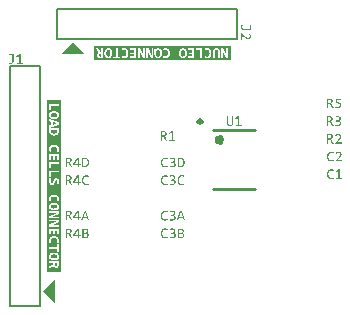
<source format=gto>
G04*
G04 #@! TF.GenerationSoftware,Altium Limited,Altium Designer,24.10.1 (45)*
G04*
G04 Layer_Color=65535*
%FSLAX25Y25*%
%MOIN*%
G70*
G04*
G04 #@! TF.SameCoordinates,7D61CDC6-73F6-4491-BD7D-58E7267C6A93*
G04*
G04*
G04 #@! TF.FilePolarity,Positive*
G04*
G01*
G75*
%ADD10C,0.01181*%
%ADD11C,0.01575*%
%ADD12C,0.00787*%
%ADD13C,0.01000*%
G36*
X25984Y10354D02*
X29921Y6417D01*
Y14291D01*
X25984Y10354D01*
D02*
G37*
G36*
X35787Y93110D02*
X31850Y89173D01*
X39724D01*
X35787Y93110D01*
D02*
G37*
G36*
X31840Y16575D02*
X27215D01*
Y73819D01*
X31840D01*
Y16575D01*
D02*
G37*
G36*
X88346Y87183D02*
X42756D01*
Y91950D01*
X88346D01*
Y87183D01*
D02*
G37*
G36*
X89324Y66451D02*
Y66446D01*
Y66440D01*
Y66408D01*
X89319Y66359D01*
X89313Y66293D01*
X89308Y66217D01*
X89291Y66140D01*
X89275Y66053D01*
X89248Y65971D01*
X89242Y65960D01*
X89231Y65938D01*
X89215Y65895D01*
X89193Y65845D01*
X89160Y65791D01*
X89122Y65725D01*
X89078Y65665D01*
X89024Y65605D01*
X89018Y65600D01*
X88996Y65583D01*
X88969Y65556D01*
X88925Y65523D01*
X88876Y65485D01*
X88816Y65447D01*
X88745Y65408D01*
X88669Y65376D01*
X88658Y65370D01*
X88630Y65365D01*
X88587Y65349D01*
X88532Y65338D01*
X88461Y65321D01*
X88379Y65305D01*
X88287Y65299D01*
X88188Y65294D01*
X88139D01*
X88085Y65299D01*
X88014Y65305D01*
X87932Y65310D01*
X87850Y65327D01*
X87762Y65343D01*
X87681Y65370D01*
X87670Y65376D01*
X87648Y65387D01*
X87609Y65403D01*
X87560Y65425D01*
X87506Y65458D01*
X87451Y65496D01*
X87397Y65540D01*
X87342Y65589D01*
X87336Y65594D01*
X87320Y65616D01*
X87298Y65649D01*
X87271Y65687D01*
X87238Y65742D01*
X87205Y65796D01*
X87178Y65867D01*
X87151Y65938D01*
Y65949D01*
X87140Y65976D01*
X87134Y66015D01*
X87124Y66069D01*
X87113Y66135D01*
X87102Y66211D01*
X87096Y66299D01*
X87091Y66386D01*
Y68548D01*
X87528D01*
Y66419D01*
Y66413D01*
Y66386D01*
Y66353D01*
X87533Y66309D01*
Y66255D01*
X87544Y66200D01*
X87560Y66091D01*
Y66086D01*
X87566Y66069D01*
X87577Y66042D01*
X87588Y66009D01*
X87626Y65933D01*
X87675Y65851D01*
X87681Y65845D01*
X87691Y65834D01*
X87708Y65818D01*
X87735Y65796D01*
X87762Y65774D01*
X87801Y65753D01*
X87888Y65709D01*
X87893D01*
X87910Y65703D01*
X87937Y65692D01*
X87975Y65687D01*
X88024Y65676D01*
X88079Y65665D01*
X88139Y65660D01*
X88237D01*
X88265Y65665D01*
X88325Y65671D01*
X88401Y65687D01*
X88483Y65709D01*
X88570Y65742D01*
X88647Y65791D01*
X88718Y65856D01*
X88723Y65867D01*
X88745Y65895D01*
X88772Y65938D01*
X88805Y66004D01*
X88833Y66086D01*
X88860Y66184D01*
X88882Y66293D01*
X88887Y66424D01*
Y68548D01*
X89324D01*
Y66451D01*
D02*
G37*
G36*
X91328Y65736D02*
X92043D01*
Y65338D01*
X90028D01*
Y65736D01*
X90853D01*
Y68079D01*
X90083Y67664D01*
X89930Y68029D01*
X90946Y68564D01*
X91328D01*
Y65736D01*
D02*
G37*
G36*
X125090Y74090D02*
X123763D01*
Y73190D01*
X124124D01*
X124183Y73184D01*
X124255Y73179D01*
X124326Y73173D01*
X124489Y73146D01*
X124500D01*
X124528Y73135D01*
X124571Y73124D01*
X124620Y73113D01*
X124686Y73091D01*
X124751Y73064D01*
X124817Y73037D01*
X124882Y72998D01*
X124888Y72993D01*
X124910Y72982D01*
X124943Y72955D01*
X124981Y72927D01*
X125024Y72884D01*
X125068Y72840D01*
X125112Y72780D01*
X125155Y72720D01*
X125161Y72715D01*
X125172Y72687D01*
X125188Y72649D01*
X125210Y72600D01*
X125232Y72534D01*
X125248Y72458D01*
X125259Y72376D01*
X125265Y72278D01*
Y72267D01*
Y72240D01*
X125259Y72190D01*
X125254Y72136D01*
X125237Y72065D01*
X125221Y71994D01*
X125194Y71917D01*
X125161Y71841D01*
X125155Y71830D01*
X125145Y71808D01*
X125117Y71770D01*
X125084Y71726D01*
X125046Y71672D01*
X124997Y71617D01*
X124937Y71557D01*
X124872Y71502D01*
X124866Y71497D01*
X124839Y71481D01*
X124801Y71453D01*
X124751Y71421D01*
X124686Y71388D01*
X124615Y71350D01*
X124533Y71317D01*
X124446Y71284D01*
X124435Y71279D01*
X124402Y71273D01*
X124353Y71262D01*
X124287Y71246D01*
X124211Y71229D01*
X124118Y71219D01*
X124020Y71213D01*
X123916Y71208D01*
X123823D01*
X123763Y71213D01*
X123730D01*
X123714Y71219D01*
X123659D01*
X123599Y71224D01*
X123572D01*
X123550Y71229D01*
X123496Y71235D01*
X123441Y71240D01*
X123430D01*
X123397Y71246D01*
X123354D01*
X123304Y71251D01*
Y71639D01*
X123310D01*
X123326Y71633D01*
X123354Y71628D01*
X123392Y71623D01*
X123435Y71612D01*
X123485Y71606D01*
X123545Y71595D01*
X123605Y71590D01*
X123637D01*
X123670Y71584D01*
X123769D01*
X123829Y71579D01*
X124025D01*
X124074Y71584D01*
X124124Y71590D01*
X124183Y71595D01*
X124304Y71623D01*
X124309D01*
X124331Y71633D01*
X124358Y71644D01*
X124397Y71661D01*
X124484Y71699D01*
X124571Y71759D01*
X124577Y71764D01*
X124588Y71775D01*
X124609Y71792D01*
X124637Y71819D01*
X124664Y71846D01*
X124691Y71885D01*
X124746Y71966D01*
X124751Y71972D01*
X124757Y71988D01*
X124768Y72016D01*
X124779Y72048D01*
X124790Y72092D01*
X124795Y72141D01*
X124806Y72190D01*
Y72250D01*
Y72256D01*
Y72261D01*
Y72278D01*
X124801Y72300D01*
X124795Y72349D01*
X124779Y72414D01*
X124751Y72485D01*
X124713Y72556D01*
X124659Y72622D01*
X124588Y72682D01*
X124577Y72687D01*
X124549Y72704D01*
X124500Y72725D01*
X124429Y72753D01*
X124342Y72780D01*
X124233Y72802D01*
X124107Y72818D01*
X123965Y72824D01*
X123359D01*
Y74462D01*
X125090D01*
Y74090D01*
D02*
G37*
G36*
X121475Y74456D02*
X121541D01*
X121617Y74445D01*
X121699Y74434D01*
X121781Y74418D01*
X121858Y74396D01*
X121869D01*
X121890Y74385D01*
X121929Y74369D01*
X121972Y74353D01*
X122027Y74331D01*
X122081Y74298D01*
X122136Y74265D01*
X122185Y74227D01*
X122191Y74221D01*
X122207Y74205D01*
X122229Y74183D01*
X122256Y74151D01*
X122289Y74112D01*
X122322Y74069D01*
X122349Y74014D01*
X122376Y73959D01*
X122382Y73954D01*
X122387Y73932D01*
X122398Y73899D01*
X122409Y73856D01*
X122420Y73807D01*
X122431Y73747D01*
X122442Y73686D01*
Y73615D01*
Y73610D01*
Y73588D01*
Y73561D01*
X122436Y73523D01*
X122431Y73479D01*
X122420Y73430D01*
X122393Y73326D01*
Y73321D01*
X122387Y73304D01*
X122376Y73277D01*
X122360Y73250D01*
X122322Y73168D01*
X122262Y73086D01*
X122256Y73080D01*
X122245Y73069D01*
X122229Y73048D01*
X122202Y73020D01*
X122169Y72993D01*
X122131Y72960D01*
X122043Y72895D01*
X122038Y72889D01*
X122021Y72884D01*
X121994Y72867D01*
X121961Y72851D01*
X121918Y72835D01*
X121869Y72813D01*
X121808Y72796D01*
X121748Y72780D01*
X121754D01*
X121770Y72769D01*
X121798Y72758D01*
X121830Y72742D01*
X121863Y72720D01*
X121901Y72687D01*
X121940Y72654D01*
X121978Y72611D01*
X121983Y72605D01*
X121994Y72589D01*
X122016Y72567D01*
X122038Y72529D01*
X122071Y72485D01*
X122103Y72436D01*
X122136Y72371D01*
X122174Y72305D01*
X122687Y71251D01*
X122191D01*
X121710Y72278D01*
Y72283D01*
X121699Y72300D01*
X121688Y72316D01*
X121677Y72343D01*
X121639Y72409D01*
X121596Y72469D01*
Y72474D01*
X121585Y72485D01*
X121563Y72518D01*
X121525Y72556D01*
X121475Y72594D01*
X121470D01*
X121465Y72600D01*
X121432Y72622D01*
X121388Y72638D01*
X121333Y72660D01*
X121328D01*
X121323Y72665D01*
X121306D01*
X121284Y72671D01*
X121230Y72676D01*
X121159Y72682D01*
X120957D01*
Y71251D01*
X120520D01*
Y74462D01*
X121426D01*
X121475Y74456D01*
D02*
G37*
G36*
X39807Y54749D02*
X39867Y54744D01*
X39938Y54733D01*
X40020Y54722D01*
X40107Y54706D01*
X40194Y54684D01*
X40287Y54662D01*
X40380Y54629D01*
X40473Y54591D01*
X40566Y54547D01*
X40653Y54493D01*
X40735Y54438D01*
X40806Y54367D01*
X40811Y54362D01*
X40822Y54351D01*
X40839Y54329D01*
X40866Y54296D01*
X40893Y54252D01*
X40926Y54203D01*
X40959Y54143D01*
X40992Y54072D01*
X41024Y53996D01*
X41063Y53909D01*
X41090Y53810D01*
X41117Y53707D01*
X41144Y53586D01*
X41161Y53461D01*
X41172Y53330D01*
X41177Y53182D01*
Y53171D01*
Y53144D01*
Y53101D01*
X41172Y53040D01*
X41166Y52975D01*
X41161Y52899D01*
X41139Y52740D01*
Y52729D01*
X41133Y52702D01*
X41123Y52664D01*
X41112Y52609D01*
X41095Y52549D01*
X41073Y52483D01*
X41024Y52347D01*
X41019Y52342D01*
X41008Y52314D01*
X40992Y52281D01*
X40970Y52238D01*
X40942Y52189D01*
X40910Y52129D01*
X40822Y52014D01*
X40817Y52008D01*
X40800Y51992D01*
X40773Y51959D01*
X40735Y51927D01*
X40691Y51888D01*
X40637Y51845D01*
X40577Y51801D01*
X40511Y51763D01*
X40506Y51757D01*
X40478Y51746D01*
X40440Y51724D01*
X40391Y51703D01*
X40331Y51675D01*
X40260Y51648D01*
X40178Y51621D01*
X40091Y51599D01*
X40080D01*
X40047Y51588D01*
X39998Y51583D01*
X39932Y51572D01*
X39850Y51561D01*
X39758Y51555D01*
X39654Y51544D01*
X38857D01*
Y54755D01*
X39752D01*
X39807Y54749D01*
D02*
G37*
G36*
X37907Y52631D02*
X38458D01*
Y52254D01*
X37907D01*
Y51544D01*
X37470D01*
Y52254D01*
X35925D01*
Y52631D01*
X37290Y54755D01*
X37907D01*
Y52631D01*
D02*
G37*
G36*
X34429Y54749D02*
X34494D01*
X34571Y54738D01*
X34653Y54728D01*
X34734Y54711D01*
X34811Y54689D01*
X34822D01*
X34844Y54678D01*
X34882Y54662D01*
X34925Y54646D01*
X34980Y54624D01*
X35035Y54591D01*
X35089Y54558D01*
X35138Y54520D01*
X35144Y54515D01*
X35160Y54498D01*
X35182Y54476D01*
X35209Y54444D01*
X35242Y54405D01*
X35275Y54362D01*
X35302Y54307D01*
X35329Y54252D01*
X35335Y54247D01*
X35340Y54225D01*
X35351Y54193D01*
X35362Y54149D01*
X35373Y54100D01*
X35384Y54040D01*
X35395Y53979D01*
Y53909D01*
Y53903D01*
Y53881D01*
Y53854D01*
X35390Y53816D01*
X35384Y53772D01*
X35373Y53723D01*
X35346Y53619D01*
Y53614D01*
X35340Y53597D01*
X35329Y53570D01*
X35313Y53543D01*
X35275Y53461D01*
X35215Y53379D01*
X35209Y53373D01*
X35199Y53363D01*
X35182Y53341D01*
X35155Y53313D01*
X35122Y53286D01*
X35084Y53253D01*
X34996Y53188D01*
X34991Y53182D01*
X34975Y53177D01*
X34947Y53161D01*
X34914Y53144D01*
X34871Y53128D01*
X34822Y53106D01*
X34762Y53089D01*
X34702Y53073D01*
X34707D01*
X34723Y53062D01*
X34751Y53051D01*
X34784Y53035D01*
X34816Y53013D01*
X34855Y52980D01*
X34893Y52948D01*
X34931Y52904D01*
X34936Y52899D01*
X34947Y52882D01*
X34969Y52860D01*
X34991Y52822D01*
X35024Y52778D01*
X35056Y52729D01*
X35089Y52664D01*
X35127Y52598D01*
X35641Y51544D01*
X35144D01*
X34663Y52571D01*
Y52576D01*
X34653Y52593D01*
X34642Y52609D01*
X34631Y52636D01*
X34592Y52702D01*
X34549Y52762D01*
Y52767D01*
X34538Y52778D01*
X34516Y52811D01*
X34478Y52849D01*
X34429Y52887D01*
X34423D01*
X34418Y52893D01*
X34385Y52915D01*
X34341Y52931D01*
X34287Y52953D01*
X34281D01*
X34276Y52959D01*
X34259D01*
X34238Y52964D01*
X34183Y52969D01*
X34112Y52975D01*
X33910D01*
Y51544D01*
X33473D01*
Y54755D01*
X34380D01*
X34429Y54749D01*
D02*
G37*
G36*
X40385Y48885D02*
X40451Y48879D01*
X40516Y48874D01*
X40664Y48852D01*
X40675D01*
X40697Y48847D01*
X40735Y48836D01*
X40784Y48825D01*
X40839Y48808D01*
X40899Y48787D01*
X41035Y48737D01*
Y48306D01*
X41030Y48311D01*
X41002Y48322D01*
X40970Y48339D01*
X40920Y48361D01*
X40866Y48382D01*
X40806Y48404D01*
X40669Y48448D01*
X40659D01*
X40637Y48459D01*
X40598Y48464D01*
X40549Y48475D01*
X40489Y48486D01*
X40418Y48492D01*
X40342Y48503D01*
X40222D01*
X40178Y48497D01*
X40123Y48492D01*
X40063Y48481D01*
X39992Y48464D01*
X39921Y48443D01*
X39850Y48415D01*
X39845Y48410D01*
X39823Y48399D01*
X39785Y48377D01*
X39747Y48350D01*
X39698Y48317D01*
X39643Y48273D01*
X39588Y48224D01*
X39539Y48164D01*
X39534Y48159D01*
X39517Y48137D01*
X39496Y48104D01*
X39468Y48055D01*
X39435Y48000D01*
X39403Y47929D01*
X39370Y47853D01*
X39343Y47771D01*
Y47760D01*
X39332Y47733D01*
X39321Y47684D01*
X39310Y47618D01*
X39299Y47542D01*
X39288Y47454D01*
X39283Y47356D01*
X39277Y47247D01*
Y47241D01*
Y47219D01*
Y47187D01*
X39283Y47143D01*
Y47094D01*
X39288Y47034D01*
X39299Y46968D01*
X39310Y46897D01*
X39337Y46744D01*
X39381Y46586D01*
X39446Y46439D01*
X39485Y46373D01*
X39528Y46308D01*
X39534Y46302D01*
X39539Y46297D01*
X39555Y46280D01*
X39577Y46259D01*
X39599Y46237D01*
X39632Y46209D01*
X39670Y46177D01*
X39714Y46149D01*
X39763Y46122D01*
X39818Y46089D01*
X39883Y46062D01*
X39949Y46040D01*
X40020Y46018D01*
X40096Y46007D01*
X40183Y45996D01*
X40271Y45991D01*
X40347D01*
X40396Y45996D01*
X40456Y46002D01*
X40522Y46007D01*
X40664Y46035D01*
X40675D01*
X40697Y46046D01*
X40735Y46057D01*
X40784Y46073D01*
X40839Y46089D01*
X40899Y46111D01*
X41035Y46171D01*
Y45756D01*
X41030D01*
X41019Y45751D01*
X40997Y45740D01*
X40970Y45734D01*
X40931Y45718D01*
X40888Y45707D01*
X40844Y45691D01*
X40789Y45680D01*
X40664Y45647D01*
X40527Y45625D01*
X40380Y45603D01*
X40222Y45598D01*
X40194D01*
X40156Y45603D01*
X40107D01*
X40052Y45609D01*
X39987Y45620D01*
X39916Y45631D01*
X39834Y45647D01*
X39752Y45669D01*
X39665Y45696D01*
X39577Y45729D01*
X39490Y45767D01*
X39408Y45816D01*
X39326Y45871D01*
X39244Y45931D01*
X39173Y46002D01*
X39168Y46007D01*
X39157Y46024D01*
X39141Y46046D01*
X39119Y46078D01*
X39091Y46122D01*
X39059Y46171D01*
X39026Y46237D01*
X38993Y46308D01*
X38960Y46384D01*
X38928Y46477D01*
X38895Y46575D01*
X38868Y46679D01*
X38846Y46799D01*
X38829Y46925D01*
X38818Y47061D01*
X38813Y47203D01*
Y47209D01*
Y47219D01*
Y47241D01*
Y47269D01*
X38818Y47301D01*
Y47345D01*
X38824Y47438D01*
X38835Y47542D01*
X38857Y47662D01*
X38879Y47782D01*
X38911Y47902D01*
Y47908D01*
X38917Y47918D01*
X38922Y47935D01*
X38928Y47957D01*
X38955Y48011D01*
X38982Y48088D01*
X39026Y48170D01*
X39075Y48257D01*
X39130Y48350D01*
X39195Y48432D01*
X39206Y48443D01*
X39228Y48470D01*
X39272Y48508D01*
X39326Y48557D01*
X39392Y48612D01*
X39468Y48666D01*
X39555Y48721D01*
X39648Y48770D01*
X39654D01*
X39659Y48776D01*
X39676Y48781D01*
X39698Y48787D01*
X39752Y48808D01*
X39823Y48830D01*
X39910Y48852D01*
X40014Y48874D01*
X40129Y48885D01*
X40249Y48890D01*
X40331D01*
X40385Y48885D01*
D02*
G37*
G36*
X37907Y46723D02*
X38458D01*
Y46346D01*
X37907D01*
Y45636D01*
X37470D01*
Y46346D01*
X35925D01*
Y46723D01*
X37290Y48847D01*
X37907D01*
Y46723D01*
D02*
G37*
G36*
X34429Y48841D02*
X34494D01*
X34571Y48830D01*
X34653Y48819D01*
X34734Y48803D01*
X34811Y48781D01*
X34822D01*
X34844Y48770D01*
X34882Y48754D01*
X34925Y48737D01*
X34980Y48716D01*
X35035Y48683D01*
X35089Y48650D01*
X35138Y48612D01*
X35144Y48606D01*
X35160Y48590D01*
X35182Y48568D01*
X35209Y48535D01*
X35242Y48497D01*
X35275Y48454D01*
X35302Y48399D01*
X35329Y48344D01*
X35335Y48339D01*
X35340Y48317D01*
X35351Y48284D01*
X35362Y48241D01*
X35373Y48191D01*
X35384Y48131D01*
X35395Y48071D01*
Y48000D01*
Y47995D01*
Y47973D01*
Y47946D01*
X35390Y47908D01*
X35384Y47864D01*
X35373Y47815D01*
X35346Y47711D01*
Y47706D01*
X35340Y47689D01*
X35329Y47662D01*
X35313Y47635D01*
X35275Y47553D01*
X35215Y47471D01*
X35209Y47465D01*
X35199Y47454D01*
X35182Y47433D01*
X35155Y47405D01*
X35122Y47378D01*
X35084Y47345D01*
X34996Y47280D01*
X34991Y47274D01*
X34975Y47269D01*
X34947Y47252D01*
X34914Y47236D01*
X34871Y47219D01*
X34822Y47198D01*
X34762Y47181D01*
X34702Y47165D01*
X34707D01*
X34723Y47154D01*
X34751Y47143D01*
X34784Y47127D01*
X34816Y47105D01*
X34855Y47072D01*
X34893Y47039D01*
X34931Y46996D01*
X34936Y46990D01*
X34947Y46974D01*
X34969Y46952D01*
X34991Y46914D01*
X35024Y46870D01*
X35056Y46821D01*
X35089Y46755D01*
X35127Y46690D01*
X35641Y45636D01*
X35144D01*
X34663Y46663D01*
Y46668D01*
X34653Y46684D01*
X34642Y46701D01*
X34631Y46728D01*
X34592Y46794D01*
X34549Y46854D01*
Y46859D01*
X34538Y46870D01*
X34516Y46903D01*
X34478Y46941D01*
X34429Y46979D01*
X34423D01*
X34418Y46985D01*
X34385Y47007D01*
X34341Y47023D01*
X34287Y47045D01*
X34281D01*
X34276Y47050D01*
X34259D01*
X34238Y47056D01*
X34183Y47061D01*
X34112Y47067D01*
X33910D01*
Y45636D01*
X33473D01*
Y48847D01*
X34380D01*
X34429Y48841D01*
D02*
G37*
G36*
X39981Y31127D02*
X40047Y31122D01*
X40129Y31111D01*
X40216Y31089D01*
X40314Y31067D01*
X40413Y31034D01*
X40511Y30996D01*
X40609Y30942D01*
X40697Y30882D01*
X40779Y30805D01*
X40844Y30712D01*
X40899Y30609D01*
X40931Y30488D01*
X40937Y30423D01*
X40942Y30352D01*
Y30347D01*
Y30341D01*
Y30308D01*
X40937Y30259D01*
X40926Y30199D01*
X40910Y30128D01*
X40888Y30052D01*
X40861Y29975D01*
X40817Y29904D01*
X40811Y29899D01*
X40795Y29871D01*
X40762Y29839D01*
X40724Y29801D01*
X40669Y29757D01*
X40598Y29708D01*
X40516Y29664D01*
X40418Y29626D01*
X40424D01*
X40440Y29620D01*
X40467Y29615D01*
X40500Y29609D01*
X40577Y29582D01*
X40664Y29544D01*
X40669D01*
X40686Y29533D01*
X40708Y29522D01*
X40735Y29500D01*
X40800Y29457D01*
X40866Y29391D01*
X40871Y29386D01*
X40882Y29375D01*
X40899Y29353D01*
X40915Y29331D01*
X40937Y29298D01*
X40959Y29260D01*
X41002Y29167D01*
Y29162D01*
X41013Y29145D01*
X41019Y29118D01*
X41030Y29085D01*
X41041Y29042D01*
X41046Y28993D01*
X41057Y28883D01*
Y28872D01*
Y28845D01*
X41052Y28801D01*
X41046Y28741D01*
X41035Y28681D01*
X41019Y28610D01*
X40997Y28539D01*
X40964Y28468D01*
X40959Y28463D01*
X40948Y28441D01*
X40926Y28408D01*
X40899Y28365D01*
X40866Y28321D01*
X40822Y28266D01*
X40773Y28217D01*
X40713Y28168D01*
X40708Y28163D01*
X40686Y28146D01*
X40648Y28124D01*
X40604Y28102D01*
X40544Y28070D01*
X40478Y28037D01*
X40402Y28010D01*
X40314Y27982D01*
X40304D01*
X40276Y27971D01*
X40227Y27966D01*
X40167Y27955D01*
X40091Y27944D01*
X40003Y27933D01*
X39905Y27928D01*
X39801Y27922D01*
X38977D01*
Y31133D01*
X39927D01*
X39981Y31127D01*
D02*
G37*
G36*
X37907Y29009D02*
X38458D01*
Y28632D01*
X37907D01*
Y27922D01*
X37470D01*
Y28632D01*
X35925D01*
Y29009D01*
X37290Y31133D01*
X37907D01*
Y29009D01*
D02*
G37*
G36*
X34429Y31127D02*
X34494D01*
X34571Y31116D01*
X34653Y31106D01*
X34734Y31089D01*
X34811Y31067D01*
X34822D01*
X34844Y31056D01*
X34882Y31040D01*
X34925Y31024D01*
X34980Y31002D01*
X35035Y30969D01*
X35089Y30936D01*
X35138Y30898D01*
X35144Y30893D01*
X35160Y30876D01*
X35182Y30854D01*
X35209Y30822D01*
X35242Y30783D01*
X35275Y30740D01*
X35302Y30685D01*
X35329Y30630D01*
X35335Y30625D01*
X35340Y30603D01*
X35351Y30570D01*
X35362Y30527D01*
X35373Y30478D01*
X35384Y30417D01*
X35395Y30358D01*
Y30286D01*
Y30281D01*
Y30259D01*
Y30232D01*
X35390Y30194D01*
X35384Y30150D01*
X35373Y30101D01*
X35346Y29997D01*
Y29992D01*
X35340Y29975D01*
X35329Y29948D01*
X35313Y29921D01*
X35275Y29839D01*
X35215Y29757D01*
X35209Y29751D01*
X35199Y29741D01*
X35182Y29719D01*
X35155Y29691D01*
X35122Y29664D01*
X35084Y29631D01*
X34996Y29566D01*
X34991Y29560D01*
X34975Y29555D01*
X34947Y29539D01*
X34914Y29522D01*
X34871Y29506D01*
X34822Y29484D01*
X34762Y29467D01*
X34702Y29451D01*
X34707D01*
X34723Y29440D01*
X34751Y29429D01*
X34784Y29413D01*
X34816Y29391D01*
X34855Y29358D01*
X34893Y29326D01*
X34931Y29282D01*
X34936Y29276D01*
X34947Y29260D01*
X34969Y29238D01*
X34991Y29200D01*
X35024Y29156D01*
X35056Y29107D01*
X35089Y29042D01*
X35127Y28976D01*
X35641Y27922D01*
X35144D01*
X34663Y28949D01*
Y28954D01*
X34653Y28971D01*
X34642Y28987D01*
X34631Y29014D01*
X34592Y29080D01*
X34549Y29140D01*
Y29145D01*
X34538Y29156D01*
X34516Y29189D01*
X34478Y29227D01*
X34429Y29265D01*
X34423D01*
X34418Y29271D01*
X34385Y29293D01*
X34341Y29309D01*
X34287Y29331D01*
X34281D01*
X34276Y29337D01*
X34259D01*
X34238Y29342D01*
X34183Y29347D01*
X34112Y29353D01*
X33910D01*
Y27922D01*
X33473D01*
Y31133D01*
X34380D01*
X34429Y31127D01*
D02*
G37*
G36*
X41330Y33828D02*
X40855D01*
X40631Y34527D01*
X39288D01*
X39064Y33828D01*
X38611D01*
X39676Y37038D01*
X40276D01*
X41330Y33828D01*
D02*
G37*
G36*
X37907Y34914D02*
X38458D01*
Y34538D01*
X37907D01*
Y33828D01*
X37470D01*
Y34538D01*
X35925D01*
Y34914D01*
X37290Y37038D01*
X37907D01*
Y34914D01*
D02*
G37*
G36*
X34429Y37033D02*
X34494D01*
X34571Y37022D01*
X34653Y37011D01*
X34734Y36995D01*
X34811Y36973D01*
X34822D01*
X34844Y36962D01*
X34882Y36946D01*
X34925Y36929D01*
X34980Y36907D01*
X35035Y36874D01*
X35089Y36842D01*
X35138Y36803D01*
X35144Y36798D01*
X35160Y36782D01*
X35182Y36760D01*
X35209Y36727D01*
X35242Y36689D01*
X35275Y36645D01*
X35302Y36591D01*
X35329Y36536D01*
X35335Y36531D01*
X35340Y36509D01*
X35351Y36476D01*
X35362Y36432D01*
X35373Y36383D01*
X35384Y36323D01*
X35395Y36263D01*
Y36192D01*
Y36187D01*
Y36165D01*
Y36137D01*
X35390Y36099D01*
X35384Y36055D01*
X35373Y36006D01*
X35346Y35903D01*
Y35897D01*
X35340Y35881D01*
X35329Y35853D01*
X35313Y35826D01*
X35275Y35744D01*
X35215Y35662D01*
X35209Y35657D01*
X35199Y35646D01*
X35182Y35624D01*
X35155Y35597D01*
X35122Y35570D01*
X35084Y35537D01*
X34996Y35471D01*
X34991Y35466D01*
X34975Y35460D01*
X34947Y35444D01*
X34914Y35428D01*
X34871Y35411D01*
X34822Y35389D01*
X34762Y35373D01*
X34702Y35357D01*
X34707D01*
X34723Y35346D01*
X34751Y35335D01*
X34784Y35318D01*
X34816Y35297D01*
X34855Y35264D01*
X34893Y35231D01*
X34931Y35187D01*
X34936Y35182D01*
X34947Y35166D01*
X34969Y35144D01*
X34991Y35105D01*
X35024Y35062D01*
X35056Y35013D01*
X35089Y34947D01*
X35127Y34882D01*
X35641Y33828D01*
X35144D01*
X34663Y34854D01*
Y34860D01*
X34653Y34876D01*
X34642Y34892D01*
X34631Y34920D01*
X34592Y34985D01*
X34549Y35045D01*
Y35051D01*
X34538Y35062D01*
X34516Y35094D01*
X34478Y35133D01*
X34429Y35171D01*
X34423D01*
X34418Y35176D01*
X34385Y35198D01*
X34341Y35215D01*
X34287Y35236D01*
X34281D01*
X34276Y35242D01*
X34259D01*
X34238Y35247D01*
X34183Y35253D01*
X34112Y35258D01*
X33910D01*
Y33828D01*
X33473D01*
Y37038D01*
X34380D01*
X34429Y37033D01*
D02*
G37*
G36*
X124183Y68575D02*
X124244D01*
X124315Y68564D01*
X124386Y68554D01*
X124462Y68543D01*
X124538Y68521D01*
X124549D01*
X124571Y68510D01*
X124609Y68499D01*
X124653Y68483D01*
X124708Y68461D01*
X124762Y68433D01*
X124817Y68401D01*
X124866Y68362D01*
X124872Y68357D01*
X124888Y68346D01*
X124910Y68324D01*
X124943Y68291D01*
X124970Y68253D01*
X125003Y68215D01*
X125035Y68166D01*
X125063Y68111D01*
X125068Y68106D01*
X125074Y68084D01*
X125084Y68057D01*
X125101Y68013D01*
X125112Y67964D01*
X125123Y67909D01*
X125128Y67844D01*
X125134Y67778D01*
Y67773D01*
Y67767D01*
Y67734D01*
X125128Y67680D01*
X125117Y67620D01*
X125101Y67543D01*
X125074Y67467D01*
X125041Y67391D01*
X124992Y67314D01*
X124986Y67309D01*
X124964Y67281D01*
X124932Y67248D01*
X124888Y67210D01*
X124833Y67161D01*
X124768Y67112D01*
X124686Y67063D01*
X124599Y67019D01*
X124604D01*
X124620Y67014D01*
X124642Y67008D01*
X124675Y67003D01*
X124713Y66992D01*
X124757Y66975D01*
X124844Y66937D01*
X124850D01*
X124866Y66926D01*
X124888Y66916D01*
X124921Y66899D01*
X124992Y66850D01*
X125063Y66790D01*
X125068Y66784D01*
X125079Y66773D01*
X125095Y66752D01*
X125117Y66730D01*
X125145Y66697D01*
X125172Y66659D01*
X125221Y66571D01*
X125226Y66566D01*
X125232Y66550D01*
X125243Y66522D01*
X125254Y66490D01*
X125265Y66446D01*
X125276Y66402D01*
X125286Y66348D01*
Y66293D01*
Y66282D01*
Y66255D01*
X125281Y66217D01*
X125276Y66162D01*
X125265Y66102D01*
X125248Y66036D01*
X125226Y65965D01*
X125199Y65895D01*
X125194Y65889D01*
X125183Y65862D01*
X125161Y65829D01*
X125134Y65785D01*
X125095Y65736D01*
X125052Y65681D01*
X124997Y65627D01*
X124937Y65572D01*
X124932Y65567D01*
X124904Y65551D01*
X124872Y65523D01*
X124822Y65496D01*
X124757Y65458D01*
X124686Y65425D01*
X124599Y65387D01*
X124506Y65354D01*
X124500D01*
X124495Y65349D01*
X124478D01*
X124462Y65343D01*
X124407Y65332D01*
X124331Y65316D01*
X124244Y65299D01*
X124140Y65288D01*
X124025Y65283D01*
X123900Y65277D01*
X123785D01*
X123730Y65283D01*
X123676D01*
X123556Y65294D01*
X123528D01*
X123501Y65299D01*
X123463D01*
X123419Y65305D01*
X123370Y65310D01*
X123272Y65321D01*
Y65703D01*
X123277D01*
X123299Y65698D01*
X123326Y65692D01*
X123364Y65687D01*
X123414Y65681D01*
X123468Y65676D01*
X123588Y65660D01*
X123621D01*
X123654Y65654D01*
X123752D01*
X123812Y65649D01*
X124025D01*
X124080Y65654D01*
X124145Y65660D01*
X124211Y65665D01*
X124282Y65676D01*
X124347Y65687D01*
X124353D01*
X124375Y65698D01*
X124407Y65703D01*
X124446Y65720D01*
X124538Y65758D01*
X124582Y65785D01*
X124626Y65813D01*
X124631Y65818D01*
X124642Y65829D01*
X124664Y65845D01*
X124686Y65867D01*
X124741Y65933D01*
X124762Y65965D01*
X124784Y66009D01*
Y66015D01*
X124795Y66031D01*
X124801Y66053D01*
X124811Y66086D01*
X124822Y66124D01*
X124828Y66167D01*
X124839Y66271D01*
Y66277D01*
Y66293D01*
X124833Y66320D01*
Y66348D01*
X124811Y66424D01*
X124801Y66462D01*
X124779Y66501D01*
Y66506D01*
X124768Y66517D01*
X124751Y66533D01*
X124735Y66561D01*
X124680Y66610D01*
X124609Y66664D01*
X124604Y66670D01*
X124593Y66675D01*
X124571Y66686D01*
X124538Y66703D01*
X124500Y66719D01*
X124457Y66735D01*
X124407Y66752D01*
X124353Y66763D01*
X124347D01*
X124326Y66768D01*
X124298Y66773D01*
X124260Y66784D01*
X124211Y66790D01*
X124156Y66795D01*
X124031Y66801D01*
X123665D01*
Y67150D01*
X124091D01*
X124124Y67156D01*
X124167Y67161D01*
X124211Y67167D01*
X124304Y67189D01*
X124309D01*
X124326Y67194D01*
X124347Y67205D01*
X124375Y67216D01*
X124440Y67248D01*
X124506Y67298D01*
X124511Y67303D01*
X124522Y67309D01*
X124538Y67325D01*
X124555Y67347D01*
X124599Y67401D01*
X124637Y67472D01*
Y67478D01*
X124642Y67489D01*
X124653Y67511D01*
X124664Y67543D01*
X124670Y67576D01*
X124680Y67620D01*
X124686Y67713D01*
Y67718D01*
Y67724D01*
Y67756D01*
X124680Y67800D01*
X124664Y67855D01*
X124648Y67920D01*
X124620Y67980D01*
X124582Y68040D01*
X124528Y68089D01*
X124522Y68095D01*
X124500Y68106D01*
X124462Y68128D01*
X124413Y68149D01*
X124347Y68171D01*
X124265Y68193D01*
X124173Y68204D01*
X124063Y68209D01*
X124003D01*
X123960Y68204D01*
X123910D01*
X123851Y68199D01*
X123725Y68177D01*
X123719D01*
X123698Y68171D01*
X123659Y68166D01*
X123616Y68155D01*
X123561Y68138D01*
X123501Y68122D01*
X123430Y68106D01*
X123359Y68084D01*
Y68455D01*
X123364D01*
X123375Y68461D01*
X123392Y68466D01*
X123414Y68472D01*
X123468Y68488D01*
X123534Y68504D01*
X123539D01*
X123550Y68510D01*
X123572D01*
X123594Y68515D01*
X123654Y68532D01*
X123725Y68543D01*
X123730D01*
X123741Y68548D01*
X123758D01*
X123785Y68554D01*
X123845Y68559D01*
X123910Y68570D01*
X123927D01*
X123949Y68575D01*
X123971D01*
X124031Y68581D01*
X124134D01*
X124183Y68575D01*
D02*
G37*
G36*
X121475Y68526D02*
X121541D01*
X121617Y68515D01*
X121699Y68504D01*
X121781Y68488D01*
X121858Y68466D01*
X121869D01*
X121890Y68455D01*
X121929Y68439D01*
X121972Y68422D01*
X122027Y68401D01*
X122081Y68368D01*
X122136Y68335D01*
X122185Y68297D01*
X122191Y68291D01*
X122207Y68275D01*
X122229Y68253D01*
X122256Y68220D01*
X122289Y68182D01*
X122322Y68138D01*
X122349Y68084D01*
X122376Y68029D01*
X122382Y68024D01*
X122387Y68002D01*
X122398Y67969D01*
X122409Y67926D01*
X122420Y67876D01*
X122431Y67816D01*
X122442Y67756D01*
Y67685D01*
Y67680D01*
Y67658D01*
Y67631D01*
X122436Y67593D01*
X122431Y67549D01*
X122420Y67500D01*
X122393Y67396D01*
Y67391D01*
X122387Y67374D01*
X122376Y67347D01*
X122360Y67320D01*
X122322Y67238D01*
X122262Y67156D01*
X122256Y67150D01*
X122245Y67139D01*
X122229Y67118D01*
X122202Y67090D01*
X122169Y67063D01*
X122131Y67030D01*
X122043Y66965D01*
X122038Y66959D01*
X122021Y66954D01*
X121994Y66937D01*
X121961Y66921D01*
X121918Y66905D01*
X121869Y66883D01*
X121808Y66866D01*
X121748Y66850D01*
X121754D01*
X121770Y66839D01*
X121798Y66828D01*
X121830Y66812D01*
X121863Y66790D01*
X121901Y66757D01*
X121940Y66724D01*
X121978Y66681D01*
X121983Y66675D01*
X121994Y66659D01*
X122016Y66637D01*
X122038Y66599D01*
X122071Y66555D01*
X122103Y66506D01*
X122136Y66440D01*
X122174Y66375D01*
X122687Y65321D01*
X122191D01*
X121710Y66348D01*
Y66353D01*
X121699Y66369D01*
X121688Y66386D01*
X121677Y66413D01*
X121639Y66479D01*
X121596Y66539D01*
Y66544D01*
X121585Y66555D01*
X121563Y66588D01*
X121525Y66626D01*
X121475Y66664D01*
X121470D01*
X121465Y66670D01*
X121432Y66692D01*
X121388Y66708D01*
X121333Y66730D01*
X121328D01*
X121323Y66735D01*
X121306D01*
X121284Y66741D01*
X121230Y66746D01*
X121159Y66752D01*
X120957D01*
Y65321D01*
X120520D01*
Y68532D01*
X121426D01*
X121475Y68526D01*
D02*
G37*
G36*
X124282Y62648D02*
X124336D01*
X124397Y62637D01*
X124462Y62626D01*
X124533Y62610D01*
X124599Y62588D01*
X124604Y62582D01*
X124626Y62577D01*
X124659Y62561D01*
X124702Y62539D01*
X124751Y62511D01*
X124801Y62484D01*
X124899Y62402D01*
X124904Y62397D01*
X124921Y62380D01*
X124943Y62353D01*
X124975Y62320D01*
X125008Y62277D01*
X125041Y62227D01*
X125074Y62173D01*
X125101Y62107D01*
X125106Y62102D01*
X125112Y62075D01*
X125123Y62042D01*
X125139Y61993D01*
X125150Y61933D01*
X125161Y61867D01*
X125166Y61796D01*
X125172Y61714D01*
Y61709D01*
Y61682D01*
Y61649D01*
X125166Y61600D01*
X125161Y61550D01*
X125150Y61490D01*
X125123Y61370D01*
Y61365D01*
X125112Y61343D01*
X125101Y61310D01*
X125084Y61272D01*
X125063Y61223D01*
X125035Y61168D01*
X124970Y61054D01*
X124964Y61048D01*
X124953Y61026D01*
X124932Y60999D01*
X124904Y60955D01*
X124866Y60906D01*
X124822Y60852D01*
X124773Y60792D01*
X124719Y60732D01*
X124713Y60726D01*
X124691Y60704D01*
X124659Y60672D01*
X124620Y60628D01*
X124566Y60573D01*
X124506Y60513D01*
X124440Y60442D01*
X124364Y60371D01*
X123785Y59803D01*
X125347D01*
Y59394D01*
X123228D01*
Y59776D01*
X124053Y60601D01*
X124063Y60611D01*
X124085Y60633D01*
X124124Y60672D01*
X124173Y60721D01*
X124227Y60775D01*
X124282Y60835D01*
X124336Y60895D01*
X124386Y60950D01*
X124391Y60955D01*
X124407Y60977D01*
X124429Y61005D01*
X124457Y61037D01*
X124489Y61081D01*
X124522Y61125D01*
X124582Y61217D01*
X124588Y61223D01*
X124593Y61239D01*
X124609Y61261D01*
X124626Y61294D01*
X124659Y61365D01*
X124680Y61447D01*
Y61452D01*
X124686Y61469D01*
X124691Y61490D01*
X124697Y61518D01*
Y61550D01*
X124702Y61594D01*
X124708Y61682D01*
Y61687D01*
Y61703D01*
Y61725D01*
X124702Y61752D01*
X124697Y61829D01*
X124675Y61905D01*
Y61911D01*
X124670Y61922D01*
X124664Y61944D01*
X124653Y61971D01*
X124620Y62031D01*
X124577Y62097D01*
X124571Y62102D01*
X124566Y62113D01*
X124549Y62124D01*
X124533Y62146D01*
X124473Y62184D01*
X124402Y62227D01*
X124397D01*
X124386Y62233D01*
X124364Y62244D01*
X124331Y62255D01*
X124293Y62260D01*
X124255Y62271D01*
X124205Y62277D01*
X124118D01*
X124080Y62271D01*
X124031Y62266D01*
X123971Y62255D01*
X123910Y62239D01*
X123845Y62217D01*
X123779Y62184D01*
X123774Y62178D01*
X123752Y62168D01*
X123719Y62146D01*
X123676Y62118D01*
X123632Y62086D01*
X123577Y62047D01*
X123528Y61998D01*
X123474Y61949D01*
X123239Y62227D01*
X123250Y62239D01*
X123272Y62260D01*
X123310Y62293D01*
X123359Y62337D01*
X123419Y62386D01*
X123490Y62435D01*
X123567Y62490D01*
X123654Y62533D01*
X123659D01*
X123665Y62539D01*
X123698Y62550D01*
X123747Y62572D01*
X123812Y62593D01*
X123894Y62615D01*
X123987Y62637D01*
X124091Y62648D01*
X124205Y62653D01*
X124244D01*
X124282Y62648D01*
D02*
G37*
G36*
X121475Y62599D02*
X121541D01*
X121617Y62588D01*
X121699Y62577D01*
X121781Y62561D01*
X121858Y62539D01*
X121869D01*
X121890Y62528D01*
X121929Y62511D01*
X121972Y62495D01*
X122027Y62473D01*
X122081Y62441D01*
X122136Y62408D01*
X122185Y62370D01*
X122191Y62364D01*
X122207Y62348D01*
X122229Y62326D01*
X122256Y62293D01*
X122289Y62255D01*
X122322Y62211D01*
X122349Y62157D01*
X122376Y62102D01*
X122382Y62097D01*
X122387Y62075D01*
X122398Y62042D01*
X122409Y61998D01*
X122420Y61949D01*
X122431Y61889D01*
X122442Y61829D01*
Y61758D01*
Y61752D01*
Y61731D01*
Y61703D01*
X122436Y61665D01*
X122431Y61621D01*
X122420Y61572D01*
X122393Y61469D01*
Y61463D01*
X122387Y61447D01*
X122376Y61419D01*
X122360Y61392D01*
X122322Y61310D01*
X122262Y61228D01*
X122256Y61223D01*
X122245Y61212D01*
X122229Y61190D01*
X122202Y61163D01*
X122169Y61136D01*
X122131Y61103D01*
X122043Y61037D01*
X122038Y61032D01*
X122021Y61026D01*
X121994Y61010D01*
X121961Y60994D01*
X121918Y60977D01*
X121869Y60955D01*
X121808Y60939D01*
X121748Y60923D01*
X121754D01*
X121770Y60912D01*
X121798Y60901D01*
X121830Y60884D01*
X121863Y60862D01*
X121901Y60830D01*
X121940Y60797D01*
X121978Y60753D01*
X121983Y60748D01*
X121994Y60732D01*
X122016Y60710D01*
X122038Y60672D01*
X122071Y60628D01*
X122103Y60579D01*
X122136Y60513D01*
X122174Y60448D01*
X122687Y59394D01*
X122191D01*
X121710Y60420D01*
Y60426D01*
X121699Y60442D01*
X121688Y60458D01*
X121677Y60486D01*
X121639Y60551D01*
X121596Y60611D01*
Y60617D01*
X121585Y60628D01*
X121563Y60660D01*
X121525Y60699D01*
X121475Y60737D01*
X121470D01*
X121465Y60742D01*
X121432Y60764D01*
X121388Y60781D01*
X121333Y60803D01*
X121328D01*
X121323Y60808D01*
X121306D01*
X121284Y60813D01*
X121230Y60819D01*
X121159Y60824D01*
X120957D01*
Y59394D01*
X120520D01*
Y62604D01*
X121426D01*
X121475Y62599D01*
D02*
G37*
G36*
X69228Y60793D02*
X69943D01*
Y60394D01*
X67929D01*
Y60793D01*
X68753D01*
Y63135D01*
X67983Y62720D01*
X67830Y63086D01*
X68846Y63621D01*
X69228D01*
Y60793D01*
D02*
G37*
G36*
X66100Y63599D02*
X66165D01*
X66242Y63589D01*
X66324Y63578D01*
X66405Y63561D01*
X66482Y63539D01*
X66493D01*
X66515Y63529D01*
X66553Y63512D01*
X66597Y63496D01*
X66651Y63474D01*
X66706Y63441D01*
X66760Y63408D01*
X66809Y63370D01*
X66815Y63365D01*
X66831Y63348D01*
X66853Y63327D01*
X66881Y63294D01*
X66913Y63256D01*
X66946Y63212D01*
X66973Y63157D01*
X67001Y63103D01*
X67006Y63097D01*
X67011Y63075D01*
X67022Y63043D01*
X67033Y62999D01*
X67044Y62950D01*
X67055Y62890D01*
X67066Y62830D01*
Y62759D01*
Y62753D01*
Y62731D01*
Y62704D01*
X67061Y62666D01*
X67055Y62622D01*
X67044Y62573D01*
X67017Y62469D01*
Y62464D01*
X67011Y62447D01*
X67001Y62420D01*
X66984Y62393D01*
X66946Y62311D01*
X66886Y62229D01*
X66881Y62224D01*
X66870Y62213D01*
X66853Y62191D01*
X66826Y62164D01*
X66793Y62136D01*
X66755Y62103D01*
X66667Y62038D01*
X66662Y62032D01*
X66646Y62027D01*
X66618Y62011D01*
X66586Y61994D01*
X66542Y61978D01*
X66493Y61956D01*
X66433Y61940D01*
X66373Y61923D01*
X66378D01*
X66395Y61912D01*
X66422Y61901D01*
X66455Y61885D01*
X66487Y61863D01*
X66526Y61830D01*
X66564Y61798D01*
X66602Y61754D01*
X66607Y61748D01*
X66618Y61732D01*
X66640Y61710D01*
X66662Y61672D01*
X66695Y61628D01*
X66728Y61579D01*
X66760Y61514D01*
X66799Y61448D01*
X67312Y60394D01*
X66815D01*
X66334Y61421D01*
Y61426D01*
X66324Y61443D01*
X66313Y61459D01*
X66302Y61487D01*
X66264Y61552D01*
X66220Y61612D01*
Y61617D01*
X66209Y61628D01*
X66187Y61661D01*
X66149Y61699D01*
X66100Y61738D01*
X66094D01*
X66089Y61743D01*
X66056Y61765D01*
X66012Y61781D01*
X65958Y61803D01*
X65952D01*
X65947Y61809D01*
X65930D01*
X65909Y61814D01*
X65854Y61819D01*
X65783Y61825D01*
X65581D01*
Y60394D01*
X65144D01*
Y63605D01*
X66050D01*
X66100Y63599D01*
D02*
G37*
G36*
X92475Y98851D02*
X92464Y98829D01*
X92442Y98802D01*
X92415Y98758D01*
X92387Y98709D01*
X92355Y98654D01*
X92327Y98589D01*
X92300Y98523D01*
Y98512D01*
X92289Y98491D01*
X92284Y98452D01*
X92273Y98409D01*
X92262Y98354D01*
X92251Y98289D01*
X92245Y98223D01*
X92240Y98158D01*
Y98114D01*
X92251Y98065D01*
X92262Y98005D01*
X92278Y97939D01*
X92305Y97868D01*
X92344Y97803D01*
X92398Y97742D01*
X92404Y97737D01*
X92431Y97721D01*
X92469Y97693D01*
X92518Y97666D01*
X92584Y97644D01*
X92666Y97617D01*
X92764Y97601D01*
X92873Y97595D01*
X94724D01*
Y98813D01*
X95101D01*
Y97153D01*
X92868D01*
X92857D01*
X92835D01*
X92791Y97158D01*
X92742D01*
X92682Y97169D01*
X92617Y97180D01*
X92546Y97197D01*
X92475Y97218D01*
X92469D01*
X92442Y97229D01*
X92409Y97246D01*
X92365Y97262D01*
X92316Y97289D01*
X92262Y97322D01*
X92207Y97360D01*
X92153Y97404D01*
X92147Y97409D01*
X92131Y97426D01*
X92103Y97453D01*
X92076Y97491D01*
X92038Y97535D01*
X92005Y97590D01*
X91967Y97650D01*
X91934Y97721D01*
X91929Y97732D01*
X91923Y97753D01*
X91912Y97792D01*
X91896Y97846D01*
X91880Y97912D01*
X91869Y97983D01*
X91863Y98070D01*
X91858Y98163D01*
Y98223D01*
X91863Y98283D01*
X91874Y98354D01*
Y98370D01*
X91880Y98392D01*
X91885Y98414D01*
X91891Y98474D01*
X91907Y98545D01*
Y98551D01*
X91912Y98562D01*
X91918Y98578D01*
X91923Y98600D01*
X91940Y98660D01*
X91961Y98720D01*
Y98725D01*
X91967Y98731D01*
X91983Y98769D01*
X92005Y98813D01*
X92038Y98856D01*
X92480D01*
X92475Y98851D01*
D02*
G37*
G36*
X93097Y95351D02*
X93108Y95340D01*
X93130Y95318D01*
X93168Y95280D01*
X93217Y95231D01*
X93272Y95176D01*
X93332Y95122D01*
X93392Y95067D01*
X93447Y95018D01*
X93452Y95012D01*
X93474Y94996D01*
X93501Y94974D01*
X93534Y94947D01*
X93578Y94914D01*
X93621Y94881D01*
X93714Y94821D01*
X93720Y94816D01*
X93736Y94810D01*
X93758Y94794D01*
X93791Y94778D01*
X93862Y94745D01*
X93944Y94723D01*
X93949D01*
X93965Y94718D01*
X93987Y94712D01*
X94014Y94707D01*
X94047D01*
X94091Y94701D01*
X94178Y94696D01*
X94184D01*
X94200D01*
X94222D01*
X94249Y94701D01*
X94326Y94707D01*
X94402Y94729D01*
X94408D01*
X94419Y94734D01*
X94440Y94740D01*
X94468Y94750D01*
X94528Y94783D01*
X94593Y94827D01*
X94599Y94832D01*
X94610Y94838D01*
X94621Y94854D01*
X94642Y94871D01*
X94681Y94931D01*
X94724Y95002D01*
Y95007D01*
X94730Y95018D01*
X94741Y95040D01*
X94752Y95073D01*
X94757Y95111D01*
X94768Y95149D01*
X94773Y95198D01*
Y95285D01*
X94768Y95324D01*
X94762Y95373D01*
X94752Y95433D01*
X94735Y95493D01*
X94713Y95559D01*
X94681Y95624D01*
X94675Y95630D01*
X94664Y95651D01*
X94642Y95684D01*
X94615Y95728D01*
X94582Y95771D01*
X94544Y95826D01*
X94495Y95875D01*
X94446Y95930D01*
X94724Y96165D01*
X94735Y96154D01*
X94757Y96132D01*
X94790Y96094D01*
X94833Y96044D01*
X94883Y95984D01*
X94932Y95913D01*
X94986Y95837D01*
X95030Y95750D01*
Y95744D01*
X95035Y95739D01*
X95046Y95706D01*
X95068Y95657D01*
X95090Y95591D01*
X95112Y95509D01*
X95134Y95417D01*
X95145Y95313D01*
X95150Y95198D01*
Y95160D01*
X95145Y95122D01*
Y95067D01*
X95134Y95007D01*
X95123Y94942D01*
X95106Y94871D01*
X95085Y94805D01*
X95079Y94800D01*
X95074Y94778D01*
X95057Y94745D01*
X95035Y94701D01*
X95008Y94652D01*
X94981Y94603D01*
X94899Y94505D01*
X94893Y94499D01*
X94877Y94483D01*
X94850Y94461D01*
X94817Y94428D01*
X94773Y94396D01*
X94724Y94363D01*
X94670Y94330D01*
X94604Y94303D01*
X94599Y94297D01*
X94571Y94292D01*
X94539Y94281D01*
X94490Y94265D01*
X94429Y94254D01*
X94364Y94243D01*
X94293Y94237D01*
X94211Y94232D01*
X94205D01*
X94178D01*
X94146D01*
X94096Y94237D01*
X94047Y94243D01*
X93987Y94254D01*
X93867Y94281D01*
X93862D01*
X93840Y94292D01*
X93807Y94303D01*
X93769Y94319D01*
X93720Y94341D01*
X93665Y94368D01*
X93550Y94434D01*
X93545Y94439D01*
X93523Y94450D01*
X93496Y94472D01*
X93452Y94499D01*
X93403Y94538D01*
X93348Y94581D01*
X93288Y94630D01*
X93228Y94685D01*
X93223Y94690D01*
X93201Y94712D01*
X93168Y94745D01*
X93125Y94783D01*
X93070Y94838D01*
X93010Y94898D01*
X92939Y94963D01*
X92868Y95040D01*
X92300Y95619D01*
Y94057D01*
X91891D01*
Y96175D01*
X92273D01*
X93097Y95351D01*
D02*
G37*
G36*
X16050Y86979D02*
Y86968D01*
Y86946D01*
X16044Y86902D01*
Y86853D01*
X16033Y86793D01*
X16023Y86728D01*
X16006Y86657D01*
X15984Y86586D01*
Y86580D01*
X15973Y86553D01*
X15957Y86520D01*
X15941Y86476D01*
X15913Y86427D01*
X15880Y86373D01*
X15842Y86318D01*
X15799Y86264D01*
X15793Y86258D01*
X15777Y86242D01*
X15750Y86214D01*
X15711Y86187D01*
X15668Y86149D01*
X15613Y86116D01*
X15553Y86078D01*
X15482Y86045D01*
X15471Y86040D01*
X15449Y86034D01*
X15411Y86023D01*
X15356Y86007D01*
X15291Y85991D01*
X15220Y85979D01*
X15133Y85974D01*
X15040Y85969D01*
X14980D01*
X14920Y85974D01*
X14849Y85985D01*
X14832D01*
X14810Y85991D01*
X14788Y85996D01*
X14728Y86001D01*
X14658Y86018D01*
X14652D01*
X14641Y86023D01*
X14625Y86029D01*
X14603Y86034D01*
X14543Y86050D01*
X14483Y86072D01*
X14477D01*
X14472Y86078D01*
X14434Y86094D01*
X14390Y86116D01*
X14346Y86149D01*
Y86591D01*
X14352Y86586D01*
X14374Y86575D01*
X14401Y86553D01*
X14445Y86525D01*
X14494Y86498D01*
X14548Y86466D01*
X14614Y86438D01*
X14679Y86411D01*
X14690D01*
X14712Y86400D01*
X14750Y86395D01*
X14794Y86384D01*
X14849Y86373D01*
X14914Y86362D01*
X14980Y86356D01*
X15045Y86351D01*
X15089D01*
X15138Y86362D01*
X15198Y86373D01*
X15263Y86389D01*
X15335Y86416D01*
X15400Y86455D01*
X15460Y86509D01*
X15466Y86515D01*
X15482Y86542D01*
X15509Y86580D01*
X15537Y86629D01*
X15558Y86695D01*
X15586Y86777D01*
X15602Y86875D01*
X15608Y86984D01*
Y88835D01*
X14390D01*
Y89212D01*
X16050D01*
Y86979D01*
D02*
G37*
G36*
X18403Y86400D02*
X19118D01*
Y86001D01*
X17104D01*
Y86400D01*
X17928D01*
Y88742D01*
X17158Y88327D01*
X17005Y88693D01*
X18021Y89228D01*
X18403D01*
Y86400D01*
D02*
G37*
G36*
X66717Y54790D02*
X66782Y54785D01*
X66848Y54779D01*
X66995Y54758D01*
X67006D01*
X67028Y54752D01*
X67066Y54741D01*
X67115Y54730D01*
X67170Y54714D01*
X67230Y54692D01*
X67366Y54643D01*
Y54212D01*
X67361Y54217D01*
X67334Y54228D01*
X67301Y54244D01*
X67252Y54266D01*
X67197Y54288D01*
X67137Y54310D01*
X67001Y54353D01*
X66990D01*
X66968Y54365D01*
X66930Y54370D01*
X66881Y54381D01*
X66820Y54392D01*
X66749Y54397D01*
X66673Y54408D01*
X66553D01*
X66509Y54403D01*
X66455Y54397D01*
X66395Y54386D01*
X66324Y54370D01*
X66253Y54348D01*
X66182Y54321D01*
X66176Y54315D01*
X66154Y54304D01*
X66116Y54283D01*
X66078Y54255D01*
X66029Y54223D01*
X65974Y54179D01*
X65920Y54130D01*
X65870Y54070D01*
X65865Y54064D01*
X65848Y54042D01*
X65827Y54010D01*
X65799Y53960D01*
X65767Y53906D01*
X65734Y53835D01*
X65701Y53758D01*
X65674Y53676D01*
Y53666D01*
X65663Y53638D01*
X65652Y53589D01*
X65641Y53524D01*
X65630Y53447D01*
X65619Y53360D01*
X65614Y53262D01*
X65608Y53152D01*
Y53147D01*
Y53125D01*
Y53092D01*
X65614Y53049D01*
Y53000D01*
X65619Y52939D01*
X65630Y52874D01*
X65641Y52803D01*
X65668Y52650D01*
X65712Y52492D01*
X65777Y52344D01*
X65816Y52279D01*
X65860Y52213D01*
X65865Y52208D01*
X65870Y52202D01*
X65887Y52186D01*
X65909Y52164D01*
X65930Y52142D01*
X65963Y52115D01*
X66001Y52082D01*
X66045Y52055D01*
X66094Y52028D01*
X66149Y51995D01*
X66214Y51968D01*
X66280Y51946D01*
X66351Y51924D01*
X66427Y51913D01*
X66515Y51902D01*
X66602Y51897D01*
X66678D01*
X66728Y51902D01*
X66788Y51907D01*
X66853Y51913D01*
X66995Y51940D01*
X67006D01*
X67028Y51951D01*
X67066Y51962D01*
X67115Y51978D01*
X67170Y51995D01*
X67230Y52017D01*
X67366Y52077D01*
Y51662D01*
X67361D01*
X67350Y51656D01*
X67328Y51645D01*
X67301Y51640D01*
X67263Y51623D01*
X67219Y51613D01*
X67175Y51596D01*
X67121Y51585D01*
X66995Y51553D01*
X66859Y51531D01*
X66711Y51509D01*
X66553Y51503D01*
X66526D01*
X66487Y51509D01*
X66438D01*
X66384Y51514D01*
X66318Y51525D01*
X66247Y51536D01*
X66165Y51553D01*
X66083Y51574D01*
X65996Y51602D01*
X65909Y51635D01*
X65821Y51673D01*
X65739Y51722D01*
X65657Y51776D01*
X65575Y51837D01*
X65504Y51907D01*
X65499Y51913D01*
X65488Y51929D01*
X65472Y51951D01*
X65450Y51984D01*
X65423Y52028D01*
X65390Y52077D01*
X65357Y52142D01*
X65324Y52213D01*
X65292Y52290D01*
X65259Y52382D01*
X65226Y52481D01*
X65199Y52584D01*
X65177Y52705D01*
X65161Y52830D01*
X65150Y52967D01*
X65144Y53109D01*
Y53114D01*
Y53125D01*
Y53147D01*
Y53174D01*
X65150Y53207D01*
Y53251D01*
X65155Y53343D01*
X65166Y53447D01*
X65188Y53567D01*
X65210Y53687D01*
X65242Y53807D01*
Y53813D01*
X65248Y53824D01*
X65253Y53840D01*
X65259Y53862D01*
X65286Y53917D01*
X65314Y53993D01*
X65357Y54075D01*
X65406Y54162D01*
X65461Y54255D01*
X65526Y54337D01*
X65537Y54348D01*
X65559Y54375D01*
X65603Y54414D01*
X65657Y54463D01*
X65723Y54517D01*
X65799Y54572D01*
X65887Y54627D01*
X65980Y54676D01*
X65985D01*
X65991Y54681D01*
X66007Y54687D01*
X66029Y54692D01*
X66083Y54714D01*
X66154Y54736D01*
X66242Y54758D01*
X66345Y54779D01*
X66460Y54790D01*
X66580Y54796D01*
X66662D01*
X66717Y54790D01*
D02*
G37*
G36*
X69004Y54796D02*
X69064D01*
X69135Y54785D01*
X69206Y54774D01*
X69283Y54763D01*
X69359Y54741D01*
X69370D01*
X69392Y54730D01*
X69430Y54719D01*
X69474Y54703D01*
X69529Y54681D01*
X69583Y54654D01*
X69638Y54621D01*
X69687Y54583D01*
X69692Y54577D01*
X69709Y54567D01*
X69731Y54545D01*
X69763Y54512D01*
X69791Y54474D01*
X69823Y54435D01*
X69856Y54386D01*
X69884Y54332D01*
X69889Y54326D01*
X69894Y54304D01*
X69905Y54277D01*
X69922Y54233D01*
X69933Y54184D01*
X69943Y54130D01*
X69949Y54064D01*
X69954Y53999D01*
Y53993D01*
Y53988D01*
Y53955D01*
X69949Y53900D01*
X69938Y53840D01*
X69922Y53764D01*
X69894Y53687D01*
X69862Y53611D01*
X69813Y53535D01*
X69807Y53529D01*
X69785Y53502D01*
X69752Y53469D01*
X69709Y53431D01*
X69654Y53382D01*
X69589Y53333D01*
X69507Y53283D01*
X69419Y53240D01*
X69425D01*
X69441Y53234D01*
X69463Y53229D01*
X69496Y53223D01*
X69534Y53212D01*
X69578Y53196D01*
X69665Y53158D01*
X69670D01*
X69687Y53147D01*
X69709Y53136D01*
X69741Y53120D01*
X69813Y53070D01*
X69884Y53010D01*
X69889Y53005D01*
X69900Y52994D01*
X69916Y52972D01*
X69938Y52950D01*
X69965Y52918D01*
X69993Y52879D01*
X70042Y52792D01*
X70047Y52786D01*
X70053Y52770D01*
X70064Y52743D01*
X70075Y52710D01*
X70086Y52666D01*
X70096Y52623D01*
X70107Y52568D01*
Y52513D01*
Y52503D01*
Y52475D01*
X70102Y52437D01*
X70096Y52382D01*
X70086Y52322D01*
X70069Y52257D01*
X70047Y52186D01*
X70020Y52115D01*
X70015Y52109D01*
X70004Y52082D01*
X69982Y52049D01*
X69954Y52006D01*
X69916Y51957D01*
X69873Y51902D01*
X69818Y51847D01*
X69758Y51793D01*
X69752Y51787D01*
X69725Y51771D01*
X69692Y51744D01*
X69643Y51716D01*
X69578Y51678D01*
X69507Y51645D01*
X69419Y51607D01*
X69327Y51574D01*
X69321D01*
X69316Y51569D01*
X69299D01*
X69283Y51564D01*
X69228Y51553D01*
X69152Y51536D01*
X69064Y51520D01*
X68961Y51509D01*
X68846Y51503D01*
X68721Y51498D01*
X68606D01*
X68551Y51503D01*
X68497D01*
X68376Y51514D01*
X68349D01*
X68322Y51520D01*
X68284D01*
X68240Y51525D01*
X68191Y51531D01*
X68093Y51542D01*
Y51924D01*
X68098D01*
X68120Y51918D01*
X68147Y51913D01*
X68185Y51907D01*
X68235Y51902D01*
X68289Y51897D01*
X68409Y51880D01*
X68442D01*
X68475Y51875D01*
X68573D01*
X68633Y51869D01*
X68846D01*
X68901Y51875D01*
X68966Y51880D01*
X69032Y51886D01*
X69103Y51897D01*
X69168Y51907D01*
X69174D01*
X69195Y51918D01*
X69228Y51924D01*
X69266Y51940D01*
X69359Y51978D01*
X69403Y52006D01*
X69447Y52033D01*
X69452Y52039D01*
X69463Y52049D01*
X69485Y52066D01*
X69507Y52088D01*
X69561Y52153D01*
X69583Y52186D01*
X69605Y52230D01*
Y52235D01*
X69616Y52251D01*
X69621Y52273D01*
X69632Y52306D01*
X69643Y52344D01*
X69649Y52388D01*
X69660Y52492D01*
Y52497D01*
Y52513D01*
X69654Y52541D01*
Y52568D01*
X69632Y52645D01*
X69621Y52683D01*
X69599Y52721D01*
Y52727D01*
X69589Y52737D01*
X69572Y52754D01*
X69556Y52781D01*
X69501Y52830D01*
X69430Y52885D01*
X69425Y52890D01*
X69414Y52896D01*
X69392Y52907D01*
X69359Y52923D01*
X69321Y52939D01*
X69277Y52956D01*
X69228Y52972D01*
X69174Y52983D01*
X69168D01*
X69146Y52988D01*
X69119Y52994D01*
X69081Y53005D01*
X69032Y53010D01*
X68977Y53016D01*
X68852Y53021D01*
X68486D01*
Y53371D01*
X68912D01*
X68944Y53376D01*
X68988Y53382D01*
X69032Y53387D01*
X69125Y53409D01*
X69130D01*
X69146Y53414D01*
X69168Y53425D01*
X69195Y53436D01*
X69261Y53469D01*
X69327Y53518D01*
X69332Y53524D01*
X69343Y53529D01*
X69359Y53545D01*
X69376Y53567D01*
X69419Y53622D01*
X69458Y53693D01*
Y53698D01*
X69463Y53709D01*
X69474Y53731D01*
X69485Y53764D01*
X69490Y53797D01*
X69501Y53840D01*
X69507Y53933D01*
Y53939D01*
Y53944D01*
Y53977D01*
X69501Y54021D01*
X69485Y54075D01*
X69468Y54141D01*
X69441Y54201D01*
X69403Y54261D01*
X69348Y54310D01*
X69343Y54315D01*
X69321Y54326D01*
X69283Y54348D01*
X69234Y54370D01*
X69168Y54392D01*
X69086Y54414D01*
X68994Y54425D01*
X68884Y54430D01*
X68824D01*
X68781Y54425D01*
X68731D01*
X68671Y54419D01*
X68546Y54397D01*
X68540D01*
X68519Y54392D01*
X68480Y54386D01*
X68437Y54375D01*
X68382Y54359D01*
X68322Y54343D01*
X68251Y54326D01*
X68180Y54304D01*
Y54676D01*
X68185D01*
X68196Y54681D01*
X68213Y54687D01*
X68235Y54692D01*
X68289Y54708D01*
X68355Y54725D01*
X68360D01*
X68371Y54730D01*
X68393D01*
X68415Y54736D01*
X68475Y54752D01*
X68546Y54763D01*
X68551D01*
X68562Y54769D01*
X68578D01*
X68606Y54774D01*
X68666Y54779D01*
X68731Y54790D01*
X68748D01*
X68770Y54796D01*
X68792D01*
X68852Y54801D01*
X68955D01*
X69004Y54796D01*
D02*
G37*
G36*
X71674Y54747D02*
X71734Y54741D01*
X71805Y54730D01*
X71887Y54719D01*
X71975Y54703D01*
X72062Y54681D01*
X72155Y54659D01*
X72248Y54627D01*
X72341Y54588D01*
X72433Y54545D01*
X72521Y54490D01*
X72602Y54435D01*
X72673Y54365D01*
X72679Y54359D01*
X72690Y54348D01*
X72706Y54326D01*
X72734Y54294D01*
X72761Y54250D01*
X72794Y54201D01*
X72826Y54141D01*
X72859Y54070D01*
X72892Y53993D01*
X72930Y53906D01*
X72957Y53807D01*
X72985Y53704D01*
X73012Y53584D01*
X73028Y53458D01*
X73039Y53327D01*
X73045Y53180D01*
Y53169D01*
Y53141D01*
Y53098D01*
X73039Y53038D01*
X73034Y52972D01*
X73028Y52896D01*
X73007Y52737D01*
Y52727D01*
X73001Y52699D01*
X72990Y52661D01*
X72979Y52606D01*
X72963Y52546D01*
X72941Y52481D01*
X72892Y52344D01*
X72887Y52339D01*
X72875Y52311D01*
X72859Y52279D01*
X72837Y52235D01*
X72810Y52186D01*
X72777Y52126D01*
X72690Y52011D01*
X72685Y52006D01*
X72668Y51989D01*
X72641Y51957D01*
X72602Y51924D01*
X72559Y51886D01*
X72504Y51842D01*
X72444Y51798D01*
X72379Y51760D01*
X72373Y51755D01*
X72346Y51744D01*
X72308Y51722D01*
X72259Y51700D01*
X72198Y51673D01*
X72127Y51645D01*
X72046Y51618D01*
X71958Y51596D01*
X71947D01*
X71915Y51585D01*
X71865Y51580D01*
X71800Y51569D01*
X71718Y51558D01*
X71625Y51553D01*
X71522Y51542D01*
X70724D01*
Y54752D01*
X71620D01*
X71674Y54747D01*
D02*
G37*
G36*
X72253Y48885D02*
X72319Y48879D01*
X72384Y48874D01*
X72532Y48852D01*
X72543D01*
X72564Y48847D01*
X72602Y48836D01*
X72652Y48825D01*
X72706Y48808D01*
X72766Y48787D01*
X72903Y48737D01*
Y48306D01*
X72897Y48311D01*
X72870Y48322D01*
X72837Y48339D01*
X72788Y48361D01*
X72734Y48382D01*
X72673Y48404D01*
X72537Y48448D01*
X72526D01*
X72504Y48459D01*
X72466Y48464D01*
X72417Y48475D01*
X72357Y48486D01*
X72286Y48492D01*
X72209Y48503D01*
X72089D01*
X72046Y48497D01*
X71991Y48492D01*
X71931Y48481D01*
X71860Y48464D01*
X71789Y48443D01*
X71718Y48415D01*
X71713Y48410D01*
X71691Y48399D01*
X71653Y48377D01*
X71614Y48350D01*
X71565Y48317D01*
X71511Y48273D01*
X71456Y48224D01*
X71407Y48164D01*
X71401Y48159D01*
X71385Y48137D01*
X71363Y48104D01*
X71336Y48055D01*
X71303Y48000D01*
X71270Y47929D01*
X71237Y47853D01*
X71210Y47771D01*
Y47760D01*
X71199Y47733D01*
X71188Y47684D01*
X71178Y47618D01*
X71167Y47542D01*
X71156Y47454D01*
X71150Y47356D01*
X71145Y47247D01*
Y47241D01*
Y47219D01*
Y47187D01*
X71150Y47143D01*
Y47094D01*
X71156Y47034D01*
X71167Y46968D01*
X71178Y46897D01*
X71205Y46744D01*
X71249Y46586D01*
X71314Y46439D01*
X71352Y46373D01*
X71396Y46308D01*
X71401Y46302D01*
X71407Y46297D01*
X71423Y46280D01*
X71445Y46259D01*
X71467Y46237D01*
X71500Y46209D01*
X71538Y46177D01*
X71582Y46149D01*
X71631Y46122D01*
X71685Y46089D01*
X71751Y46062D01*
X71816Y46040D01*
X71887Y46018D01*
X71964Y46007D01*
X72051Y45996D01*
X72139Y45991D01*
X72215D01*
X72264Y45996D01*
X72324Y46002D01*
X72390Y46007D01*
X72532Y46035D01*
X72543D01*
X72564Y46046D01*
X72602Y46057D01*
X72652Y46073D01*
X72706Y46089D01*
X72766Y46111D01*
X72903Y46171D01*
Y45756D01*
X72897D01*
X72887Y45751D01*
X72865Y45740D01*
X72837Y45734D01*
X72799Y45718D01*
X72755Y45707D01*
X72712Y45691D01*
X72657Y45680D01*
X72532Y45647D01*
X72395Y45625D01*
X72248Y45603D01*
X72089Y45598D01*
X72062D01*
X72024Y45603D01*
X71975D01*
X71920Y45609D01*
X71855Y45620D01*
X71784Y45631D01*
X71702Y45647D01*
X71620Y45669D01*
X71532Y45696D01*
X71445Y45729D01*
X71358Y45767D01*
X71276Y45816D01*
X71194Y45871D01*
X71112Y45931D01*
X71041Y46002D01*
X71035Y46007D01*
X71025Y46024D01*
X71008Y46046D01*
X70986Y46078D01*
X70959Y46122D01*
X70926Y46171D01*
X70894Y46237D01*
X70861Y46308D01*
X70828Y46384D01*
X70795Y46477D01*
X70762Y46575D01*
X70735Y46679D01*
X70713Y46799D01*
X70697Y46925D01*
X70686Y47061D01*
X70681Y47203D01*
Y47209D01*
Y47219D01*
Y47241D01*
Y47269D01*
X70686Y47301D01*
Y47345D01*
X70692Y47438D01*
X70702Y47542D01*
X70724Y47662D01*
X70746Y47782D01*
X70779Y47902D01*
Y47908D01*
X70784Y47918D01*
X70790Y47935D01*
X70795Y47957D01*
X70823Y48011D01*
X70850Y48088D01*
X70894Y48170D01*
X70943Y48257D01*
X70997Y48350D01*
X71063Y48432D01*
X71074Y48443D01*
X71096Y48470D01*
X71139Y48508D01*
X71194Y48557D01*
X71259Y48612D01*
X71336Y48666D01*
X71423Y48721D01*
X71516Y48770D01*
X71522D01*
X71527Y48776D01*
X71543Y48781D01*
X71565Y48787D01*
X71620Y48808D01*
X71691Y48830D01*
X71778Y48852D01*
X71882Y48874D01*
X71996Y48885D01*
X72117Y48890D01*
X72198D01*
X72253Y48885D01*
D02*
G37*
G36*
X66717D02*
X66782Y48879D01*
X66848Y48874D01*
X66995Y48852D01*
X67006D01*
X67028Y48847D01*
X67066Y48836D01*
X67115Y48825D01*
X67170Y48808D01*
X67230Y48787D01*
X67366Y48737D01*
Y48306D01*
X67361Y48311D01*
X67334Y48322D01*
X67301Y48339D01*
X67252Y48361D01*
X67197Y48382D01*
X67137Y48404D01*
X67001Y48448D01*
X66990D01*
X66968Y48459D01*
X66930Y48464D01*
X66881Y48475D01*
X66820Y48486D01*
X66749Y48492D01*
X66673Y48503D01*
X66553D01*
X66509Y48497D01*
X66455Y48492D01*
X66395Y48481D01*
X66324Y48464D01*
X66253Y48443D01*
X66182Y48415D01*
X66176Y48410D01*
X66154Y48399D01*
X66116Y48377D01*
X66078Y48350D01*
X66029Y48317D01*
X65974Y48273D01*
X65920Y48224D01*
X65870Y48164D01*
X65865Y48159D01*
X65848Y48137D01*
X65827Y48104D01*
X65799Y48055D01*
X65767Y48000D01*
X65734Y47929D01*
X65701Y47853D01*
X65674Y47771D01*
Y47760D01*
X65663Y47733D01*
X65652Y47684D01*
X65641Y47618D01*
X65630Y47542D01*
X65619Y47454D01*
X65614Y47356D01*
X65608Y47247D01*
Y47241D01*
Y47219D01*
Y47187D01*
X65614Y47143D01*
Y47094D01*
X65619Y47034D01*
X65630Y46968D01*
X65641Y46897D01*
X65668Y46744D01*
X65712Y46586D01*
X65777Y46439D01*
X65816Y46373D01*
X65860Y46308D01*
X65865Y46302D01*
X65870Y46297D01*
X65887Y46280D01*
X65909Y46259D01*
X65930Y46237D01*
X65963Y46209D01*
X66001Y46177D01*
X66045Y46149D01*
X66094Y46122D01*
X66149Y46089D01*
X66214Y46062D01*
X66280Y46040D01*
X66351Y46018D01*
X66427Y46007D01*
X66515Y45996D01*
X66602Y45991D01*
X66678D01*
X66728Y45996D01*
X66788Y46002D01*
X66853Y46007D01*
X66995Y46035D01*
X67006D01*
X67028Y46046D01*
X67066Y46057D01*
X67115Y46073D01*
X67170Y46089D01*
X67230Y46111D01*
X67366Y46171D01*
Y45756D01*
X67361D01*
X67350Y45751D01*
X67328Y45740D01*
X67301Y45734D01*
X67263Y45718D01*
X67219Y45707D01*
X67175Y45691D01*
X67121Y45680D01*
X66995Y45647D01*
X66859Y45625D01*
X66711Y45603D01*
X66553Y45598D01*
X66526D01*
X66487Y45603D01*
X66438D01*
X66384Y45609D01*
X66318Y45620D01*
X66247Y45631D01*
X66165Y45647D01*
X66083Y45669D01*
X65996Y45696D01*
X65909Y45729D01*
X65821Y45767D01*
X65739Y45816D01*
X65657Y45871D01*
X65575Y45931D01*
X65504Y46002D01*
X65499Y46007D01*
X65488Y46024D01*
X65472Y46046D01*
X65450Y46078D01*
X65423Y46122D01*
X65390Y46171D01*
X65357Y46237D01*
X65324Y46308D01*
X65292Y46384D01*
X65259Y46477D01*
X65226Y46575D01*
X65199Y46679D01*
X65177Y46799D01*
X65161Y46925D01*
X65150Y47061D01*
X65144Y47203D01*
Y47209D01*
Y47219D01*
Y47241D01*
Y47269D01*
X65150Y47301D01*
Y47345D01*
X65155Y47438D01*
X65166Y47542D01*
X65188Y47662D01*
X65210Y47782D01*
X65242Y47902D01*
Y47908D01*
X65248Y47918D01*
X65253Y47935D01*
X65259Y47957D01*
X65286Y48011D01*
X65314Y48088D01*
X65357Y48170D01*
X65406Y48257D01*
X65461Y48350D01*
X65526Y48432D01*
X65537Y48443D01*
X65559Y48470D01*
X65603Y48508D01*
X65657Y48557D01*
X65723Y48612D01*
X65799Y48666D01*
X65887Y48721D01*
X65980Y48770D01*
X65985D01*
X65991Y48776D01*
X66007Y48781D01*
X66029Y48787D01*
X66083Y48808D01*
X66154Y48830D01*
X66242Y48852D01*
X66345Y48874D01*
X66460Y48885D01*
X66580Y48890D01*
X66662D01*
X66717Y48885D01*
D02*
G37*
G36*
X69004Y48890D02*
X69064D01*
X69135Y48879D01*
X69206Y48868D01*
X69283Y48858D01*
X69359Y48836D01*
X69370D01*
X69392Y48825D01*
X69430Y48814D01*
X69474Y48798D01*
X69529Y48776D01*
X69583Y48748D01*
X69638Y48716D01*
X69687Y48677D01*
X69692Y48672D01*
X69709Y48661D01*
X69731Y48639D01*
X69763Y48606D01*
X69791Y48568D01*
X69823Y48530D01*
X69856Y48481D01*
X69884Y48426D01*
X69889Y48421D01*
X69894Y48399D01*
X69905Y48372D01*
X69922Y48328D01*
X69933Y48279D01*
X69943Y48224D01*
X69949Y48159D01*
X69954Y48093D01*
Y48088D01*
Y48082D01*
Y48049D01*
X69949Y47995D01*
X69938Y47935D01*
X69922Y47858D01*
X69894Y47782D01*
X69862Y47706D01*
X69813Y47629D01*
X69807Y47624D01*
X69785Y47596D01*
X69752Y47563D01*
X69709Y47525D01*
X69654Y47476D01*
X69589Y47427D01*
X69507Y47378D01*
X69419Y47334D01*
X69425D01*
X69441Y47329D01*
X69463Y47323D01*
X69496Y47318D01*
X69534Y47307D01*
X69578Y47291D01*
X69665Y47252D01*
X69670D01*
X69687Y47241D01*
X69709Y47230D01*
X69741Y47214D01*
X69813Y47165D01*
X69884Y47105D01*
X69889Y47099D01*
X69900Y47089D01*
X69916Y47067D01*
X69938Y47045D01*
X69965Y47012D01*
X69993Y46974D01*
X70042Y46887D01*
X70047Y46881D01*
X70053Y46865D01*
X70064Y46837D01*
X70075Y46805D01*
X70086Y46761D01*
X70096Y46717D01*
X70107Y46663D01*
Y46608D01*
Y46597D01*
Y46570D01*
X70102Y46532D01*
X70096Y46477D01*
X70086Y46417D01*
X70069Y46351D01*
X70047Y46280D01*
X70020Y46209D01*
X70015Y46204D01*
X70004Y46177D01*
X69982Y46144D01*
X69954Y46100D01*
X69916Y46051D01*
X69873Y45996D01*
X69818Y45942D01*
X69758Y45887D01*
X69752Y45882D01*
X69725Y45865D01*
X69692Y45838D01*
X69643Y45811D01*
X69578Y45773D01*
X69507Y45740D01*
X69419Y45702D01*
X69327Y45669D01*
X69321D01*
X69316Y45663D01*
X69299D01*
X69283Y45658D01*
X69228Y45647D01*
X69152Y45631D01*
X69064Y45614D01*
X68961Y45603D01*
X68846Y45598D01*
X68721Y45592D01*
X68606D01*
X68551Y45598D01*
X68497D01*
X68376Y45609D01*
X68349D01*
X68322Y45614D01*
X68284D01*
X68240Y45620D01*
X68191Y45625D01*
X68093Y45636D01*
Y46018D01*
X68098D01*
X68120Y46013D01*
X68147Y46007D01*
X68185Y46002D01*
X68235Y45996D01*
X68289Y45991D01*
X68409Y45975D01*
X68442D01*
X68475Y45969D01*
X68573D01*
X68633Y45964D01*
X68846D01*
X68901Y45969D01*
X68966Y45975D01*
X69032Y45980D01*
X69103Y45991D01*
X69168Y46002D01*
X69174D01*
X69195Y46013D01*
X69228Y46018D01*
X69266Y46035D01*
X69359Y46073D01*
X69403Y46100D01*
X69447Y46128D01*
X69452Y46133D01*
X69463Y46144D01*
X69485Y46160D01*
X69507Y46182D01*
X69561Y46248D01*
X69583Y46280D01*
X69605Y46324D01*
Y46330D01*
X69616Y46346D01*
X69621Y46368D01*
X69632Y46400D01*
X69643Y46439D01*
X69649Y46482D01*
X69660Y46586D01*
Y46592D01*
Y46608D01*
X69654Y46635D01*
Y46663D01*
X69632Y46739D01*
X69621Y46777D01*
X69599Y46815D01*
Y46821D01*
X69589Y46832D01*
X69572Y46848D01*
X69556Y46876D01*
X69501Y46925D01*
X69430Y46979D01*
X69425Y46985D01*
X69414Y46990D01*
X69392Y47001D01*
X69359Y47017D01*
X69321Y47034D01*
X69277Y47050D01*
X69228Y47067D01*
X69174Y47078D01*
X69168D01*
X69146Y47083D01*
X69119Y47089D01*
X69081Y47099D01*
X69032Y47105D01*
X68977Y47110D01*
X68852Y47116D01*
X68486D01*
Y47465D01*
X68912D01*
X68944Y47471D01*
X68988Y47476D01*
X69032Y47482D01*
X69125Y47503D01*
X69130D01*
X69146Y47509D01*
X69168Y47520D01*
X69195Y47531D01*
X69261Y47563D01*
X69327Y47613D01*
X69332Y47618D01*
X69343Y47624D01*
X69359Y47640D01*
X69376Y47662D01*
X69419Y47716D01*
X69458Y47787D01*
Y47793D01*
X69463Y47804D01*
X69474Y47826D01*
X69485Y47858D01*
X69490Y47891D01*
X69501Y47935D01*
X69507Y48028D01*
Y48033D01*
Y48039D01*
Y48071D01*
X69501Y48115D01*
X69485Y48170D01*
X69468Y48235D01*
X69441Y48295D01*
X69403Y48355D01*
X69348Y48404D01*
X69343Y48410D01*
X69321Y48421D01*
X69283Y48443D01*
X69234Y48464D01*
X69168Y48486D01*
X69086Y48508D01*
X68994Y48519D01*
X68884Y48524D01*
X68824D01*
X68781Y48519D01*
X68731D01*
X68671Y48513D01*
X68546Y48492D01*
X68540D01*
X68519Y48486D01*
X68480Y48481D01*
X68437Y48470D01*
X68382Y48454D01*
X68322Y48437D01*
X68251Y48421D01*
X68180Y48399D01*
Y48770D01*
X68185D01*
X68196Y48776D01*
X68213Y48781D01*
X68235Y48787D01*
X68289Y48803D01*
X68355Y48819D01*
X68360D01*
X68371Y48825D01*
X68393D01*
X68415Y48830D01*
X68475Y48847D01*
X68546Y48858D01*
X68551D01*
X68562Y48863D01*
X68578D01*
X68606Y48868D01*
X68666Y48874D01*
X68731Y48885D01*
X68748D01*
X68770Y48890D01*
X68792D01*
X68852Y48896D01*
X68955D01*
X69004Y48890D01*
D02*
G37*
G36*
X66717Y31168D02*
X66782Y31163D01*
X66848Y31157D01*
X66995Y31135D01*
X67006D01*
X67028Y31130D01*
X67066Y31119D01*
X67115Y31108D01*
X67170Y31092D01*
X67230Y31070D01*
X67366Y31021D01*
Y30590D01*
X67361Y30595D01*
X67334Y30606D01*
X67301Y30622D01*
X67252Y30644D01*
X67197Y30666D01*
X67137Y30688D01*
X67001Y30731D01*
X66990D01*
X66968Y30742D01*
X66930Y30748D01*
X66881Y30759D01*
X66820Y30770D01*
X66749Y30775D01*
X66673Y30786D01*
X66553D01*
X66509Y30781D01*
X66455Y30775D01*
X66395Y30764D01*
X66324Y30748D01*
X66253Y30726D01*
X66182Y30699D01*
X66176Y30693D01*
X66154Y30682D01*
X66116Y30661D01*
X66078Y30633D01*
X66029Y30600D01*
X65974Y30557D01*
X65920Y30508D01*
X65870Y30448D01*
X65865Y30442D01*
X65848Y30420D01*
X65827Y30387D01*
X65799Y30338D01*
X65767Y30284D01*
X65734Y30213D01*
X65701Y30136D01*
X65674Y30054D01*
Y30044D01*
X65663Y30016D01*
X65652Y29967D01*
X65641Y29902D01*
X65630Y29825D01*
X65619Y29738D01*
X65614Y29640D01*
X65608Y29530D01*
Y29525D01*
Y29503D01*
Y29470D01*
X65614Y29427D01*
Y29377D01*
X65619Y29317D01*
X65630Y29252D01*
X65641Y29181D01*
X65668Y29028D01*
X65712Y28870D01*
X65777Y28722D01*
X65816Y28657D01*
X65860Y28591D01*
X65865Y28586D01*
X65870Y28580D01*
X65887Y28564D01*
X65909Y28542D01*
X65930Y28520D01*
X65963Y28493D01*
X66001Y28460D01*
X66045Y28433D01*
X66094Y28405D01*
X66149Y28373D01*
X66214Y28346D01*
X66280Y28324D01*
X66351Y28302D01*
X66427Y28291D01*
X66515Y28280D01*
X66602Y28275D01*
X66678D01*
X66728Y28280D01*
X66788Y28285D01*
X66853Y28291D01*
X66995Y28318D01*
X67006D01*
X67028Y28329D01*
X67066Y28340D01*
X67115Y28356D01*
X67170Y28373D01*
X67230Y28395D01*
X67366Y28455D01*
Y28040D01*
X67361D01*
X67350Y28034D01*
X67328Y28023D01*
X67301Y28018D01*
X67263Y28001D01*
X67219Y27991D01*
X67175Y27974D01*
X67121Y27963D01*
X66995Y27931D01*
X66859Y27909D01*
X66711Y27887D01*
X66553Y27881D01*
X66526D01*
X66487Y27887D01*
X66438D01*
X66384Y27892D01*
X66318Y27903D01*
X66247Y27914D01*
X66165Y27931D01*
X66083Y27952D01*
X65996Y27980D01*
X65909Y28012D01*
X65821Y28051D01*
X65739Y28100D01*
X65657Y28154D01*
X65575Y28214D01*
X65504Y28285D01*
X65499Y28291D01*
X65488Y28307D01*
X65472Y28329D01*
X65450Y28362D01*
X65423Y28405D01*
X65390Y28455D01*
X65357Y28520D01*
X65324Y28591D01*
X65292Y28668D01*
X65259Y28760D01*
X65226Y28859D01*
X65199Y28962D01*
X65177Y29083D01*
X65161Y29208D01*
X65150Y29345D01*
X65144Y29487D01*
Y29492D01*
Y29503D01*
Y29525D01*
Y29552D01*
X65150Y29585D01*
Y29629D01*
X65155Y29721D01*
X65166Y29825D01*
X65188Y29945D01*
X65210Y30065D01*
X65242Y30185D01*
Y30191D01*
X65248Y30202D01*
X65253Y30218D01*
X65259Y30240D01*
X65286Y30295D01*
X65314Y30371D01*
X65357Y30453D01*
X65406Y30540D01*
X65461Y30633D01*
X65526Y30715D01*
X65537Y30726D01*
X65559Y30753D01*
X65603Y30792D01*
X65657Y30841D01*
X65723Y30895D01*
X65799Y30950D01*
X65887Y31005D01*
X65980Y31054D01*
X65985D01*
X65991Y31059D01*
X66007Y31065D01*
X66029Y31070D01*
X66083Y31092D01*
X66154Y31114D01*
X66242Y31135D01*
X66345Y31157D01*
X66460Y31168D01*
X66580Y31174D01*
X66662D01*
X66717Y31168D01*
D02*
G37*
G36*
X69004Y31174D02*
X69064D01*
X69135Y31163D01*
X69206Y31152D01*
X69283Y31141D01*
X69359Y31119D01*
X69370D01*
X69392Y31108D01*
X69430Y31097D01*
X69474Y31081D01*
X69529Y31059D01*
X69583Y31032D01*
X69638Y30999D01*
X69687Y30961D01*
X69692Y30955D01*
X69709Y30944D01*
X69731Y30923D01*
X69763Y30890D01*
X69791Y30852D01*
X69823Y30813D01*
X69856Y30764D01*
X69884Y30710D01*
X69889Y30704D01*
X69894Y30682D01*
X69905Y30655D01*
X69922Y30611D01*
X69933Y30562D01*
X69943Y30508D01*
X69949Y30442D01*
X69954Y30377D01*
Y30371D01*
Y30366D01*
Y30333D01*
X69949Y30278D01*
X69938Y30218D01*
X69922Y30142D01*
X69894Y30065D01*
X69862Y29989D01*
X69813Y29912D01*
X69807Y29907D01*
X69785Y29880D01*
X69752Y29847D01*
X69709Y29809D01*
X69654Y29760D01*
X69589Y29711D01*
X69507Y29661D01*
X69419Y29618D01*
X69425D01*
X69441Y29612D01*
X69463Y29607D01*
X69496Y29601D01*
X69534Y29590D01*
X69578Y29574D01*
X69665Y29536D01*
X69670D01*
X69687Y29525D01*
X69709Y29514D01*
X69741Y29498D01*
X69813Y29448D01*
X69884Y29388D01*
X69889Y29383D01*
X69900Y29372D01*
X69916Y29350D01*
X69938Y29328D01*
X69965Y29296D01*
X69993Y29257D01*
X70042Y29170D01*
X70047Y29164D01*
X70053Y29148D01*
X70064Y29121D01*
X70075Y29088D01*
X70086Y29044D01*
X70096Y29001D01*
X70107Y28946D01*
Y28892D01*
Y28881D01*
Y28853D01*
X70102Y28815D01*
X70096Y28760D01*
X70086Y28700D01*
X70069Y28635D01*
X70047Y28564D01*
X70020Y28493D01*
X70015Y28487D01*
X70004Y28460D01*
X69982Y28427D01*
X69954Y28384D01*
X69916Y28335D01*
X69873Y28280D01*
X69818Y28225D01*
X69758Y28171D01*
X69752Y28165D01*
X69725Y28149D01*
X69692Y28122D01*
X69643Y28094D01*
X69578Y28056D01*
X69507Y28023D01*
X69419Y27985D01*
X69327Y27952D01*
X69321D01*
X69316Y27947D01*
X69299D01*
X69283Y27941D01*
X69228Y27931D01*
X69152Y27914D01*
X69064Y27898D01*
X68961Y27887D01*
X68846Y27881D01*
X68721Y27876D01*
X68606D01*
X68551Y27881D01*
X68497D01*
X68376Y27892D01*
X68349D01*
X68322Y27898D01*
X68284D01*
X68240Y27903D01*
X68191Y27909D01*
X68093Y27920D01*
Y28302D01*
X68098D01*
X68120Y28296D01*
X68147Y28291D01*
X68185Y28285D01*
X68235Y28280D01*
X68289Y28275D01*
X68409Y28258D01*
X68442D01*
X68475Y28253D01*
X68573D01*
X68633Y28247D01*
X68846D01*
X68901Y28253D01*
X68966Y28258D01*
X69032Y28264D01*
X69103Y28275D01*
X69168Y28285D01*
X69174D01*
X69195Y28296D01*
X69228Y28302D01*
X69266Y28318D01*
X69359Y28356D01*
X69403Y28384D01*
X69447Y28411D01*
X69452Y28416D01*
X69463Y28427D01*
X69485Y28444D01*
X69507Y28466D01*
X69561Y28531D01*
X69583Y28564D01*
X69605Y28607D01*
Y28613D01*
X69616Y28629D01*
X69621Y28651D01*
X69632Y28684D01*
X69643Y28722D01*
X69649Y28766D01*
X69660Y28870D01*
Y28875D01*
Y28892D01*
X69654Y28919D01*
Y28946D01*
X69632Y29022D01*
X69621Y29061D01*
X69599Y29099D01*
Y29104D01*
X69589Y29115D01*
X69572Y29132D01*
X69556Y29159D01*
X69501Y29208D01*
X69430Y29263D01*
X69425Y29268D01*
X69414Y29274D01*
X69392Y29285D01*
X69359Y29301D01*
X69321Y29317D01*
X69277Y29334D01*
X69228Y29350D01*
X69174Y29361D01*
X69168D01*
X69146Y29366D01*
X69119Y29372D01*
X69081Y29383D01*
X69032Y29388D01*
X68977Y29394D01*
X68852Y29399D01*
X68486D01*
Y29749D01*
X68912D01*
X68944Y29754D01*
X68988Y29760D01*
X69032Y29765D01*
X69125Y29787D01*
X69130D01*
X69146Y29792D01*
X69168Y29803D01*
X69195Y29814D01*
X69261Y29847D01*
X69327Y29896D01*
X69332Y29902D01*
X69343Y29907D01*
X69359Y29923D01*
X69376Y29945D01*
X69419Y30000D01*
X69458Y30071D01*
Y30076D01*
X69463Y30087D01*
X69474Y30109D01*
X69485Y30142D01*
X69490Y30175D01*
X69501Y30218D01*
X69507Y30311D01*
Y30316D01*
Y30322D01*
Y30355D01*
X69501Y30398D01*
X69485Y30453D01*
X69468Y30518D01*
X69441Y30579D01*
X69403Y30639D01*
X69348Y30688D01*
X69343Y30693D01*
X69321Y30704D01*
X69283Y30726D01*
X69234Y30748D01*
X69168Y30770D01*
X69086Y30792D01*
X68994Y30803D01*
X68884Y30808D01*
X68824D01*
X68781Y30803D01*
X68731D01*
X68671Y30797D01*
X68546Y30775D01*
X68540D01*
X68519Y30770D01*
X68480Y30764D01*
X68437Y30753D01*
X68382Y30737D01*
X68322Y30721D01*
X68251Y30704D01*
X68180Y30682D01*
Y31054D01*
X68185D01*
X68196Y31059D01*
X68213Y31065D01*
X68235Y31070D01*
X68289Y31086D01*
X68355Y31103D01*
X68360D01*
X68371Y31108D01*
X68393D01*
X68415Y31114D01*
X68475Y31130D01*
X68546Y31141D01*
X68551D01*
X68562Y31146D01*
X68578D01*
X68606Y31152D01*
X68666Y31157D01*
X68731Y31168D01*
X68748D01*
X68770Y31174D01*
X68792D01*
X68852Y31179D01*
X68955D01*
X69004Y31174D01*
D02*
G37*
G36*
X71849Y31125D02*
X71915Y31119D01*
X71996Y31108D01*
X72084Y31086D01*
X72182Y31065D01*
X72280Y31032D01*
X72379Y30994D01*
X72477Y30939D01*
X72564Y30879D01*
X72646Y30803D01*
X72712Y30710D01*
X72766Y30606D01*
X72799Y30486D01*
X72805Y30420D01*
X72810Y30349D01*
Y30344D01*
Y30338D01*
Y30306D01*
X72805Y30257D01*
X72794Y30196D01*
X72777Y30125D01*
X72755Y30049D01*
X72728Y29972D01*
X72685Y29902D01*
X72679Y29896D01*
X72663Y29869D01*
X72630Y29836D01*
X72592Y29798D01*
X72537Y29754D01*
X72466Y29705D01*
X72384Y29661D01*
X72286Y29623D01*
X72291D01*
X72308Y29618D01*
X72335Y29612D01*
X72368Y29607D01*
X72444Y29579D01*
X72532Y29541D01*
X72537D01*
X72553Y29530D01*
X72575Y29519D01*
X72602Y29498D01*
X72668Y29454D01*
X72734Y29388D01*
X72739Y29383D01*
X72750Y29372D01*
X72766Y29350D01*
X72783Y29328D01*
X72805Y29296D01*
X72826Y29257D01*
X72870Y29164D01*
Y29159D01*
X72881Y29143D01*
X72887Y29115D01*
X72897Y29083D01*
X72908Y29039D01*
X72914Y28990D01*
X72925Y28881D01*
Y28870D01*
Y28842D01*
X72919Y28799D01*
X72914Y28739D01*
X72903Y28679D01*
X72887Y28607D01*
X72865Y28537D01*
X72832Y28466D01*
X72826Y28460D01*
X72816Y28438D01*
X72794Y28405D01*
X72766Y28362D01*
X72734Y28318D01*
X72690Y28264D01*
X72641Y28214D01*
X72581Y28165D01*
X72575Y28160D01*
X72553Y28143D01*
X72515Y28122D01*
X72471Y28100D01*
X72412Y28067D01*
X72346Y28034D01*
X72269Y28007D01*
X72182Y27980D01*
X72171D01*
X72144Y27969D01*
X72095Y27963D01*
X72035Y27952D01*
X71958Y27941D01*
X71871Y27931D01*
X71773Y27925D01*
X71669Y27920D01*
X70844D01*
Y31130D01*
X71794D01*
X71849Y31125D01*
D02*
G37*
G36*
X66717Y37074D02*
X66782Y37068D01*
X66848Y37063D01*
X66995Y37041D01*
X67006D01*
X67028Y37036D01*
X67066Y37025D01*
X67115Y37014D01*
X67170Y36997D01*
X67230Y36975D01*
X67366Y36926D01*
Y36495D01*
X67361Y36500D01*
X67334Y36511D01*
X67301Y36528D01*
X67252Y36550D01*
X67197Y36571D01*
X67137Y36593D01*
X67001Y36637D01*
X66990D01*
X66968Y36648D01*
X66930Y36653D01*
X66881Y36664D01*
X66820Y36675D01*
X66749Y36681D01*
X66673Y36692D01*
X66553D01*
X66509Y36686D01*
X66455Y36681D01*
X66395Y36670D01*
X66324Y36653D01*
X66253Y36632D01*
X66182Y36604D01*
X66176Y36599D01*
X66154Y36588D01*
X66116Y36566D01*
X66078Y36539D01*
X66029Y36506D01*
X65974Y36462D01*
X65920Y36413D01*
X65870Y36353D01*
X65865Y36348D01*
X65848Y36326D01*
X65827Y36293D01*
X65799Y36244D01*
X65767Y36189D01*
X65734Y36118D01*
X65701Y36042D01*
X65674Y35960D01*
Y35949D01*
X65663Y35922D01*
X65652Y35873D01*
X65641Y35807D01*
X65630Y35731D01*
X65619Y35643D01*
X65614Y35545D01*
X65608Y35436D01*
Y35430D01*
Y35408D01*
Y35376D01*
X65614Y35332D01*
Y35283D01*
X65619Y35223D01*
X65630Y35157D01*
X65641Y35086D01*
X65668Y34934D01*
X65712Y34775D01*
X65777Y34628D01*
X65816Y34562D01*
X65860Y34497D01*
X65865Y34491D01*
X65870Y34486D01*
X65887Y34469D01*
X65909Y34448D01*
X65930Y34426D01*
X65963Y34398D01*
X66001Y34366D01*
X66045Y34338D01*
X66094Y34311D01*
X66149Y34278D01*
X66214Y34251D01*
X66280Y34229D01*
X66351Y34207D01*
X66427Y34196D01*
X66515Y34185D01*
X66602Y34180D01*
X66678D01*
X66728Y34185D01*
X66788Y34191D01*
X66853Y34196D01*
X66995Y34224D01*
X67006D01*
X67028Y34235D01*
X67066Y34245D01*
X67115Y34262D01*
X67170Y34278D01*
X67230Y34300D01*
X67366Y34360D01*
Y33945D01*
X67361D01*
X67350Y33940D01*
X67328Y33929D01*
X67301Y33923D01*
X67263Y33907D01*
X67219Y33896D01*
X67175Y33880D01*
X67121Y33869D01*
X66995Y33836D01*
X66859Y33814D01*
X66711Y33792D01*
X66553Y33787D01*
X66526D01*
X66487Y33792D01*
X66438D01*
X66384Y33798D01*
X66318Y33809D01*
X66247Y33820D01*
X66165Y33836D01*
X66083Y33858D01*
X65996Y33885D01*
X65909Y33918D01*
X65821Y33956D01*
X65739Y34005D01*
X65657Y34060D01*
X65575Y34120D01*
X65504Y34191D01*
X65499Y34196D01*
X65488Y34213D01*
X65472Y34235D01*
X65450Y34267D01*
X65423Y34311D01*
X65390Y34360D01*
X65357Y34426D01*
X65324Y34497D01*
X65292Y34573D01*
X65259Y34666D01*
X65226Y34764D01*
X65199Y34868D01*
X65177Y34988D01*
X65161Y35114D01*
X65150Y35250D01*
X65144Y35392D01*
Y35398D01*
Y35408D01*
Y35430D01*
Y35458D01*
X65150Y35490D01*
Y35534D01*
X65155Y35627D01*
X65166Y35731D01*
X65188Y35851D01*
X65210Y35971D01*
X65242Y36091D01*
Y36096D01*
X65248Y36107D01*
X65253Y36124D01*
X65259Y36146D01*
X65286Y36200D01*
X65314Y36277D01*
X65357Y36358D01*
X65406Y36446D01*
X65461Y36539D01*
X65526Y36621D01*
X65537Y36632D01*
X65559Y36659D01*
X65603Y36697D01*
X65657Y36746D01*
X65723Y36801D01*
X65799Y36855D01*
X65887Y36910D01*
X65980Y36959D01*
X65985D01*
X65991Y36965D01*
X66007Y36970D01*
X66029Y36975D01*
X66083Y36997D01*
X66154Y37019D01*
X66242Y37041D01*
X66345Y37063D01*
X66460Y37074D01*
X66580Y37079D01*
X66662D01*
X66717Y37074D01*
D02*
G37*
G36*
X69004Y37079D02*
X69064D01*
X69135Y37068D01*
X69206Y37057D01*
X69283Y37047D01*
X69359Y37025D01*
X69370D01*
X69392Y37014D01*
X69430Y37003D01*
X69474Y36986D01*
X69529Y36965D01*
X69583Y36937D01*
X69638Y36904D01*
X69687Y36866D01*
X69692Y36861D01*
X69709Y36850D01*
X69731Y36828D01*
X69763Y36795D01*
X69791Y36757D01*
X69823Y36719D01*
X69856Y36670D01*
X69884Y36615D01*
X69889Y36610D01*
X69894Y36588D01*
X69905Y36561D01*
X69922Y36517D01*
X69933Y36468D01*
X69943Y36413D01*
X69949Y36348D01*
X69954Y36282D01*
Y36277D01*
Y36271D01*
Y36238D01*
X69949Y36184D01*
X69938Y36124D01*
X69922Y36047D01*
X69894Y35971D01*
X69862Y35894D01*
X69813Y35818D01*
X69807Y35813D01*
X69785Y35785D01*
X69752Y35752D01*
X69709Y35714D01*
X69654Y35665D01*
X69589Y35616D01*
X69507Y35567D01*
X69419Y35523D01*
X69425D01*
X69441Y35518D01*
X69463Y35512D01*
X69496Y35507D01*
X69534Y35496D01*
X69578Y35480D01*
X69665Y35441D01*
X69670D01*
X69687Y35430D01*
X69709Y35419D01*
X69741Y35403D01*
X69813Y35354D01*
X69884Y35294D01*
X69889Y35288D01*
X69900Y35277D01*
X69916Y35256D01*
X69938Y35234D01*
X69965Y35201D01*
X69993Y35163D01*
X70042Y35075D01*
X70047Y35070D01*
X70053Y35054D01*
X70064Y35026D01*
X70075Y34993D01*
X70086Y34950D01*
X70096Y34906D01*
X70107Y34852D01*
Y34797D01*
Y34786D01*
Y34759D01*
X70102Y34721D01*
X70096Y34666D01*
X70086Y34606D01*
X70069Y34540D01*
X70047Y34469D01*
X70020Y34398D01*
X70015Y34393D01*
X70004Y34366D01*
X69982Y34333D01*
X69954Y34289D01*
X69916Y34240D01*
X69873Y34185D01*
X69818Y34131D01*
X69758Y34076D01*
X69752Y34071D01*
X69725Y34054D01*
X69692Y34027D01*
X69643Y34000D01*
X69578Y33962D01*
X69507Y33929D01*
X69419Y33891D01*
X69327Y33858D01*
X69321D01*
X69316Y33852D01*
X69299D01*
X69283Y33847D01*
X69228Y33836D01*
X69152Y33820D01*
X69064Y33803D01*
X68961Y33792D01*
X68846Y33787D01*
X68721Y33781D01*
X68606D01*
X68551Y33787D01*
X68497D01*
X68376Y33798D01*
X68349D01*
X68322Y33803D01*
X68284D01*
X68240Y33809D01*
X68191Y33814D01*
X68093Y33825D01*
Y34207D01*
X68098D01*
X68120Y34202D01*
X68147Y34196D01*
X68185Y34191D01*
X68235Y34185D01*
X68289Y34180D01*
X68409Y34164D01*
X68442D01*
X68475Y34158D01*
X68573D01*
X68633Y34153D01*
X68846D01*
X68901Y34158D01*
X68966Y34164D01*
X69032Y34169D01*
X69103Y34180D01*
X69168Y34191D01*
X69174D01*
X69195Y34202D01*
X69228Y34207D01*
X69266Y34224D01*
X69359Y34262D01*
X69403Y34289D01*
X69447Y34317D01*
X69452Y34322D01*
X69463Y34333D01*
X69485Y34349D01*
X69507Y34371D01*
X69561Y34437D01*
X69583Y34469D01*
X69605Y34513D01*
Y34519D01*
X69616Y34535D01*
X69621Y34557D01*
X69632Y34589D01*
X69643Y34628D01*
X69649Y34671D01*
X69660Y34775D01*
Y34781D01*
Y34797D01*
X69654Y34824D01*
Y34852D01*
X69632Y34928D01*
X69621Y34966D01*
X69599Y35004D01*
Y35010D01*
X69589Y35021D01*
X69572Y35037D01*
X69556Y35065D01*
X69501Y35114D01*
X69430Y35168D01*
X69425Y35174D01*
X69414Y35179D01*
X69392Y35190D01*
X69359Y35206D01*
X69321Y35223D01*
X69277Y35239D01*
X69228Y35256D01*
X69174Y35267D01*
X69168D01*
X69146Y35272D01*
X69119Y35277D01*
X69081Y35288D01*
X69032Y35294D01*
X68977Y35299D01*
X68852Y35305D01*
X68486D01*
Y35654D01*
X68912D01*
X68944Y35660D01*
X68988Y35665D01*
X69032Y35671D01*
X69125Y35692D01*
X69130D01*
X69146Y35698D01*
X69168Y35709D01*
X69195Y35720D01*
X69261Y35752D01*
X69327Y35802D01*
X69332Y35807D01*
X69343Y35813D01*
X69359Y35829D01*
X69376Y35851D01*
X69419Y35905D01*
X69458Y35976D01*
Y35982D01*
X69463Y35993D01*
X69474Y36015D01*
X69485Y36047D01*
X69490Y36080D01*
X69501Y36124D01*
X69507Y36217D01*
Y36222D01*
Y36228D01*
Y36260D01*
X69501Y36304D01*
X69485Y36358D01*
X69468Y36424D01*
X69441Y36484D01*
X69403Y36544D01*
X69348Y36593D01*
X69343Y36599D01*
X69321Y36610D01*
X69283Y36632D01*
X69234Y36653D01*
X69168Y36675D01*
X69086Y36697D01*
X68994Y36708D01*
X68884Y36713D01*
X68824D01*
X68781Y36708D01*
X68731D01*
X68671Y36702D01*
X68546Y36681D01*
X68540D01*
X68519Y36675D01*
X68480Y36670D01*
X68437Y36659D01*
X68382Y36643D01*
X68322Y36626D01*
X68251Y36610D01*
X68180Y36588D01*
Y36959D01*
X68185D01*
X68196Y36965D01*
X68213Y36970D01*
X68235Y36975D01*
X68289Y36992D01*
X68355Y37008D01*
X68360D01*
X68371Y37014D01*
X68393D01*
X68415Y37019D01*
X68475Y37036D01*
X68546Y37047D01*
X68551D01*
X68562Y37052D01*
X68578D01*
X68606Y37057D01*
X68666Y37063D01*
X68731Y37074D01*
X68748D01*
X68770Y37079D01*
X68792D01*
X68852Y37085D01*
X68955D01*
X69004Y37079D01*
D02*
G37*
G36*
X73198Y33825D02*
X72723D01*
X72499Y34524D01*
X71156D01*
X70932Y33825D01*
X70479D01*
X71543Y37036D01*
X72144D01*
X73198Y33825D01*
D02*
G37*
G36*
X122092Y56756D02*
X122158Y56751D01*
X122223Y56745D01*
X122371Y56723D01*
X122382D01*
X122404Y56718D01*
X122442Y56707D01*
X122491Y56696D01*
X122546Y56680D01*
X122606Y56658D01*
X122742Y56609D01*
Y56177D01*
X122737Y56183D01*
X122709Y56194D01*
X122677Y56210D01*
X122627Y56232D01*
X122573Y56254D01*
X122513Y56276D01*
X122376Y56319D01*
X122365D01*
X122344Y56330D01*
X122305Y56336D01*
X122256Y56347D01*
X122196Y56358D01*
X122125Y56363D01*
X122049Y56374D01*
X121929D01*
X121885Y56368D01*
X121830Y56363D01*
X121770Y56352D01*
X121699Y56336D01*
X121628Y56314D01*
X121557Y56287D01*
X121552Y56281D01*
X121530Y56270D01*
X121492Y56248D01*
X121453Y56221D01*
X121404Y56188D01*
X121350Y56145D01*
X121295Y56095D01*
X121246Y56035D01*
X121241Y56030D01*
X121224Y56008D01*
X121202Y55975D01*
X121175Y55926D01*
X121142Y55872D01*
X121110Y55801D01*
X121077Y55724D01*
X121049Y55642D01*
Y55631D01*
X121039Y55604D01*
X121028Y55555D01*
X121017Y55489D01*
X121006Y55413D01*
X120995Y55326D01*
X120989Y55227D01*
X120984Y55118D01*
Y55113D01*
Y55091D01*
Y55058D01*
X120989Y55014D01*
Y54965D01*
X120995Y54905D01*
X121006Y54840D01*
X121017Y54769D01*
X121044Y54616D01*
X121088Y54457D01*
X121153Y54310D01*
X121192Y54245D01*
X121235Y54179D01*
X121241Y54173D01*
X121246Y54168D01*
X121262Y54152D01*
X121284Y54130D01*
X121306Y54108D01*
X121339Y54081D01*
X121377Y54048D01*
X121421Y54021D01*
X121470Y53993D01*
X121525Y53961D01*
X121590Y53933D01*
X121656Y53912D01*
X121727Y53890D01*
X121803Y53879D01*
X121890Y53868D01*
X121978Y53862D01*
X122054D01*
X122103Y53868D01*
X122163Y53873D01*
X122229Y53879D01*
X122371Y53906D01*
X122382D01*
X122404Y53917D01*
X122442Y53928D01*
X122491Y53944D01*
X122546Y53961D01*
X122606Y53982D01*
X122742Y54043D01*
Y53628D01*
X122737D01*
X122726Y53622D01*
X122704Y53611D01*
X122677Y53606D01*
X122638Y53589D01*
X122595Y53578D01*
X122551Y53562D01*
X122496Y53551D01*
X122371Y53518D01*
X122234Y53496D01*
X122087Y53475D01*
X121929Y53469D01*
X121901D01*
X121863Y53475D01*
X121814D01*
X121759Y53480D01*
X121694Y53491D01*
X121623Y53502D01*
X121541Y53518D01*
X121459Y53540D01*
X121372Y53567D01*
X121284Y53600D01*
X121197Y53638D01*
X121115Y53688D01*
X121033Y53742D01*
X120951Y53802D01*
X120880Y53873D01*
X120875Y53879D01*
X120864Y53895D01*
X120847Y53917D01*
X120826Y53950D01*
X120798Y53993D01*
X120766Y54043D01*
X120733Y54108D01*
X120700Y54179D01*
X120667Y54255D01*
X120634Y54348D01*
X120602Y54447D01*
X120574Y54550D01*
X120553Y54670D01*
X120536Y54796D01*
X120525Y54932D01*
X120520Y55074D01*
Y55080D01*
Y55091D01*
Y55113D01*
Y55140D01*
X120525Y55173D01*
Y55216D01*
X120531Y55309D01*
X120542Y55413D01*
X120564Y55533D01*
X120585Y55653D01*
X120618Y55773D01*
Y55779D01*
X120624Y55790D01*
X120629Y55806D01*
X120634Y55828D01*
X120662Y55883D01*
X120689Y55959D01*
X120733Y56041D01*
X120782Y56128D01*
X120837Y56221D01*
X120902Y56303D01*
X120913Y56314D01*
X120935Y56341D01*
X120978Y56379D01*
X121033Y56428D01*
X121099Y56483D01*
X121175Y56538D01*
X121262Y56592D01*
X121355Y56641D01*
X121361D01*
X121366Y56647D01*
X121383Y56652D01*
X121404Y56658D01*
X121459Y56680D01*
X121530Y56701D01*
X121617Y56723D01*
X121721Y56745D01*
X121836Y56756D01*
X121956Y56762D01*
X122038D01*
X122092Y56756D01*
D02*
G37*
G36*
X124478Y56762D02*
X124533D01*
X124593Y56751D01*
X124659Y56740D01*
X124730Y56723D01*
X124795Y56701D01*
X124801Y56696D01*
X124822Y56691D01*
X124855Y56674D01*
X124899Y56652D01*
X124948Y56625D01*
X124997Y56598D01*
X125095Y56516D01*
X125101Y56510D01*
X125117Y56494D01*
X125139Y56467D01*
X125172Y56434D01*
X125205Y56390D01*
X125237Y56341D01*
X125270Y56287D01*
X125297Y56221D01*
X125303Y56216D01*
X125308Y56188D01*
X125319Y56156D01*
X125336Y56106D01*
X125347Y56046D01*
X125357Y55981D01*
X125363Y55910D01*
X125368Y55828D01*
Y55822D01*
Y55795D01*
Y55762D01*
X125363Y55713D01*
X125357Y55664D01*
X125347Y55604D01*
X125319Y55484D01*
Y55479D01*
X125308Y55457D01*
X125297Y55424D01*
X125281Y55386D01*
X125259Y55336D01*
X125232Y55282D01*
X125166Y55167D01*
X125161Y55162D01*
X125150Y55140D01*
X125128Y55113D01*
X125101Y55069D01*
X125063Y55020D01*
X125019Y54965D01*
X124970Y54905D01*
X124915Y54845D01*
X124910Y54840D01*
X124888Y54818D01*
X124855Y54785D01*
X124817Y54741D01*
X124762Y54687D01*
X124702Y54627D01*
X124637Y54556D01*
X124560Y54485D01*
X123981Y53917D01*
X125543D01*
Y53507D01*
X123425D01*
Y53890D01*
X124249Y54714D01*
X124260Y54725D01*
X124282Y54747D01*
X124320Y54785D01*
X124369Y54834D01*
X124424Y54889D01*
X124478Y54949D01*
X124533Y55009D01*
X124582Y55063D01*
X124588Y55069D01*
X124604Y55091D01*
X124626Y55118D01*
X124653Y55151D01*
X124686Y55195D01*
X124719Y55238D01*
X124779Y55331D01*
X124784Y55336D01*
X124790Y55353D01*
X124806Y55375D01*
X124822Y55408D01*
X124855Y55479D01*
X124877Y55560D01*
Y55566D01*
X124882Y55582D01*
X124888Y55604D01*
X124893Y55631D01*
Y55664D01*
X124899Y55708D01*
X124904Y55795D01*
Y55801D01*
Y55817D01*
Y55839D01*
X124899Y55866D01*
X124893Y55943D01*
X124872Y56019D01*
Y56024D01*
X124866Y56035D01*
X124861Y56057D01*
X124850Y56085D01*
X124817Y56145D01*
X124773Y56210D01*
X124768Y56216D01*
X124762Y56226D01*
X124746Y56237D01*
X124730Y56259D01*
X124670Y56297D01*
X124599Y56341D01*
X124593D01*
X124582Y56347D01*
X124560Y56358D01*
X124528Y56368D01*
X124489Y56374D01*
X124451Y56385D01*
X124402Y56390D01*
X124315D01*
X124276Y56385D01*
X124227Y56379D01*
X124167Y56368D01*
X124107Y56352D01*
X124042Y56330D01*
X123976Y56297D01*
X123971Y56292D01*
X123949Y56281D01*
X123916Y56259D01*
X123872Y56232D01*
X123829Y56199D01*
X123774Y56161D01*
X123725Y56112D01*
X123670Y56063D01*
X123435Y56341D01*
X123446Y56352D01*
X123468Y56374D01*
X123506Y56407D01*
X123556Y56450D01*
X123616Y56499D01*
X123687Y56549D01*
X123763Y56603D01*
X123851Y56647D01*
X123856D01*
X123861Y56652D01*
X123894Y56663D01*
X123943Y56685D01*
X124009Y56707D01*
X124091Y56729D01*
X124183Y56751D01*
X124287Y56762D01*
X124402Y56767D01*
X124440D01*
X124478Y56762D01*
D02*
G37*
G36*
X122092Y50853D02*
X122158Y50848D01*
X122223Y50842D01*
X122371Y50821D01*
X122382D01*
X122404Y50815D01*
X122442Y50804D01*
X122491Y50793D01*
X122546Y50777D01*
X122606Y50755D01*
X122742Y50706D01*
Y50275D01*
X122737Y50280D01*
X122709Y50291D01*
X122677Y50307D01*
X122627Y50329D01*
X122573Y50351D01*
X122513Y50373D01*
X122376Y50416D01*
X122365D01*
X122344Y50427D01*
X122305Y50433D01*
X122256Y50444D01*
X122196Y50455D01*
X122125Y50460D01*
X122049Y50471D01*
X121929D01*
X121885Y50466D01*
X121830Y50460D01*
X121770Y50449D01*
X121699Y50433D01*
X121628Y50411D01*
X121557Y50384D01*
X121552Y50378D01*
X121530Y50367D01*
X121492Y50345D01*
X121453Y50318D01*
X121404Y50286D01*
X121350Y50242D01*
X121295Y50193D01*
X121246Y50133D01*
X121241Y50127D01*
X121224Y50105D01*
X121202Y50073D01*
X121175Y50023D01*
X121142Y49969D01*
X121110Y49898D01*
X121077Y49821D01*
X121049Y49740D01*
Y49729D01*
X121039Y49701D01*
X121028Y49652D01*
X121017Y49587D01*
X121006Y49510D01*
X120995Y49423D01*
X120989Y49325D01*
X120984Y49215D01*
Y49210D01*
Y49188D01*
Y49155D01*
X120989Y49112D01*
Y49062D01*
X120995Y49002D01*
X121006Y48937D01*
X121017Y48866D01*
X121044Y48713D01*
X121088Y48555D01*
X121153Y48407D01*
X121192Y48342D01*
X121235Y48276D01*
X121241Y48271D01*
X121246Y48265D01*
X121262Y48249D01*
X121284Y48227D01*
X121306Y48205D01*
X121339Y48178D01*
X121377Y48145D01*
X121421Y48118D01*
X121470Y48091D01*
X121525Y48058D01*
X121590Y48030D01*
X121656Y48009D01*
X121727Y47987D01*
X121803Y47976D01*
X121890Y47965D01*
X121978Y47960D01*
X122054D01*
X122103Y47965D01*
X122163Y47970D01*
X122229Y47976D01*
X122371Y48003D01*
X122382D01*
X122404Y48014D01*
X122442Y48025D01*
X122491Y48041D01*
X122546Y48058D01*
X122606Y48080D01*
X122742Y48140D01*
Y47725D01*
X122737D01*
X122726Y47719D01*
X122704Y47708D01*
X122677Y47703D01*
X122638Y47686D01*
X122595Y47676D01*
X122551Y47659D01*
X122496Y47648D01*
X122371Y47616D01*
X122234Y47594D01*
X122087Y47572D01*
X121929Y47566D01*
X121901D01*
X121863Y47572D01*
X121814D01*
X121759Y47577D01*
X121694Y47588D01*
X121623Y47599D01*
X121541Y47616D01*
X121459Y47637D01*
X121372Y47665D01*
X121284Y47697D01*
X121197Y47736D01*
X121115Y47785D01*
X121033Y47839D01*
X120951Y47899D01*
X120880Y47970D01*
X120875Y47976D01*
X120864Y47992D01*
X120847Y48014D01*
X120826Y48047D01*
X120798Y48091D01*
X120766Y48140D01*
X120733Y48205D01*
X120700Y48276D01*
X120667Y48353D01*
X120634Y48445D01*
X120602Y48544D01*
X120574Y48647D01*
X120553Y48768D01*
X120536Y48893D01*
X120525Y49030D01*
X120520Y49172D01*
Y49177D01*
Y49188D01*
Y49210D01*
Y49237D01*
X120525Y49270D01*
Y49314D01*
X120531Y49406D01*
X120542Y49510D01*
X120564Y49630D01*
X120585Y49750D01*
X120618Y49870D01*
Y49876D01*
X120624Y49887D01*
X120629Y49903D01*
X120634Y49925D01*
X120662Y49980D01*
X120689Y50056D01*
X120733Y50138D01*
X120782Y50225D01*
X120837Y50318D01*
X120902Y50400D01*
X120913Y50411D01*
X120935Y50438D01*
X120978Y50477D01*
X121033Y50526D01*
X121099Y50580D01*
X121175Y50635D01*
X121262Y50690D01*
X121355Y50739D01*
X121361D01*
X121366Y50744D01*
X121383Y50750D01*
X121404Y50755D01*
X121459Y50777D01*
X121530Y50799D01*
X121617Y50821D01*
X121721Y50842D01*
X121836Y50853D01*
X121956Y50859D01*
X122038D01*
X122092Y50853D01*
D02*
G37*
G36*
X124801Y48003D02*
X125516D01*
Y47605D01*
X123501D01*
Y48003D01*
X124326D01*
Y50345D01*
X123556Y49931D01*
X123403Y50296D01*
X124418Y50832D01*
X124801D01*
Y48003D01*
D02*
G37*
%LPC*%
G36*
X31133Y72573D02*
X27922D01*
Y70602D01*
X31133D01*
Y72573D01*
D02*
G37*
G36*
X29582Y70198D02*
X29511D01*
X29364Y70193D01*
X29227Y70182D01*
X29102Y70171D01*
X28982Y70149D01*
X28872Y70127D01*
X28774Y70100D01*
X28681Y70067D01*
X28599Y70040D01*
X28528Y70012D01*
X28463Y69980D01*
X28408Y69952D01*
X28365Y69931D01*
X28332Y69909D01*
X28310Y69892D01*
X28294Y69887D01*
X28288Y69881D01*
X28212Y69816D01*
X28152Y69750D01*
X28092Y69674D01*
X28048Y69598D01*
X28004Y69516D01*
X27972Y69439D01*
X27944Y69357D01*
X27922Y69281D01*
X27900Y69210D01*
X27890Y69144D01*
X27879Y69084D01*
X27873Y69030D01*
Y68986D01*
X27868Y68953D01*
Y68926D01*
X27873Y68828D01*
X27884Y68729D01*
X27895Y68642D01*
X27917Y68566D01*
X27933Y68506D01*
X27944Y68456D01*
X27955Y68424D01*
X27961Y68413D01*
X28004Y68325D01*
X28048Y68249D01*
X28097Y68178D01*
X28146Y68112D01*
X28190Y68063D01*
X28228Y68031D01*
X28250Y68003D01*
X28261Y67998D01*
X28343Y67932D01*
X28430Y67878D01*
X28517Y67829D01*
X28599Y67790D01*
X28676Y67758D01*
X28730Y67730D01*
X28752Y67725D01*
X28769Y67719D01*
X28780Y67714D01*
X28785D01*
X28911Y67681D01*
X29036Y67654D01*
X29162Y67637D01*
X29282Y67621D01*
X29386Y67616D01*
X29429D01*
X29467Y67610D01*
X27868D01*
D01*
X31187D01*
Y68904D01*
Y68888D01*
X31182Y68986D01*
X31171Y69084D01*
X31155Y69172D01*
X31138Y69248D01*
X31122Y69308D01*
X31106Y69357D01*
X31095Y69390D01*
X31089Y69396D01*
Y69401D01*
X31045Y69488D01*
X31002Y69570D01*
X30947Y69641D01*
X30898Y69701D01*
X30854Y69750D01*
X30816Y69789D01*
X30794Y69810D01*
X30783Y69822D01*
X30702Y69881D01*
X30620Y69936D01*
X30532Y69985D01*
X30450Y70024D01*
X30374Y70056D01*
X30319Y70078D01*
X30297Y70089D01*
X30281Y70094D01*
X30270Y70100D01*
X30265D01*
X30139Y70133D01*
X30013Y70155D01*
X29888Y70176D01*
X29768Y70187D01*
X29664Y70193D01*
X29620D01*
X29582Y70198D01*
D02*
G37*
G36*
X31133Y67512D02*
Y66562D01*
X27922Y67512D01*
D01*
Y66911D01*
X28556Y66731D01*
Y65612D01*
X27922Y65432D01*
Y65715D01*
Y64766D01*
X31133Y65715D01*
Y64766D01*
X27922D01*
D01*
X31133D01*
Y67512D01*
D02*
G37*
G36*
Y64542D02*
X27922D01*
Y63728D01*
X27928Y63575D01*
X27939Y63433D01*
X27961Y63313D01*
X27982Y63204D01*
X27988Y63160D01*
X27999Y63117D01*
X28010Y63084D01*
X28021Y63056D01*
X28026Y63035D01*
X28032Y63013D01*
X28037Y63007D01*
Y63002D01*
X28086Y62893D01*
X28135Y62794D01*
X28190Y62707D01*
X28245Y62636D01*
X28294Y62576D01*
X28332Y62532D01*
X28354Y62511D01*
X28365Y62500D01*
X28452Y62429D01*
X28539Y62369D01*
X28627Y62319D01*
X28709Y62281D01*
X28780Y62248D01*
X28840Y62227D01*
X28861Y62221D01*
X28878Y62216D01*
X28883Y62210D01*
X28889D01*
X29003Y62177D01*
X29123Y62156D01*
X29238Y62139D01*
X29342Y62128D01*
X29435Y62123D01*
X29473Y62117D01*
X27922D01*
D01*
X31133D01*
D01*
X29566D01*
X29713Y62123D01*
X29850Y62134D01*
X29970Y62145D01*
X30074Y62161D01*
X30156Y62183D01*
X30188Y62188D01*
X30215Y62194D01*
X30243Y62199D01*
X30259Y62205D01*
X30265Y62210D01*
X30270D01*
X30374Y62248D01*
X30472Y62292D01*
X30554Y62341D01*
X30625Y62385D01*
X30680Y62423D01*
X30723Y62456D01*
X30745Y62478D01*
X30756Y62489D01*
X30822Y62560D01*
X30882Y62642D01*
X30931Y62718D01*
X30969Y62789D01*
X31002Y62854D01*
X31024Y62904D01*
X31034Y62942D01*
X31040Y62947D01*
Y62953D01*
X31073Y63056D01*
X31095Y63166D01*
X31111Y63275D01*
X31122Y63373D01*
X31127Y63461D01*
X31133Y63499D01*
Y64542D01*
D02*
G37*
G36*
X29549Y59016D02*
X29478D01*
X29337Y59011D01*
X29200Y59000D01*
X29080Y58989D01*
X28982Y58967D01*
X28894Y58951D01*
X28861Y58945D01*
X28834Y58940D01*
X28812Y58934D01*
X28796Y58929D01*
X28785Y58923D01*
X28780D01*
X28676Y58885D01*
X28578Y58841D01*
X28496Y58798D01*
X28419Y58754D01*
X28365Y58710D01*
X28321Y58678D01*
X28294Y58656D01*
X28283Y58650D01*
X28212Y58579D01*
X28152Y58503D01*
X28097Y58426D01*
X28053Y58355D01*
X28021Y58290D01*
X27999Y58241D01*
X27982Y58208D01*
X27977Y58203D01*
Y58197D01*
X27944Y58093D01*
X27922Y57990D01*
X27900Y57886D01*
X27890Y57793D01*
X27884Y57706D01*
Y57673D01*
X27879Y57646D01*
Y57504D01*
X27884Y57427D01*
X27895Y57356D01*
X27900Y57296D01*
X27911Y57242D01*
X27917Y57203D01*
X27922Y57182D01*
Y57171D01*
X27961Y57018D01*
X27977Y56947D01*
X27999Y56887D01*
X28021Y56832D01*
X28032Y56788D01*
X28043Y56761D01*
X28048Y56750D01*
X27879D01*
D01*
X31182D01*
Y57542D01*
X31176Y57667D01*
X31166Y57782D01*
X31144Y57886D01*
X31127Y57973D01*
X31106Y58050D01*
X31084Y58104D01*
X31078Y58126D01*
X31073Y58143D01*
X31067Y58148D01*
Y58153D01*
X31018Y58252D01*
X30969Y58339D01*
X30914Y58421D01*
X30860Y58492D01*
X30811Y58547D01*
X30773Y58590D01*
X30745Y58612D01*
X30734Y58623D01*
X30647Y58688D01*
X30560Y58749D01*
X30467Y58798D01*
X30385Y58841D01*
X30308Y58874D01*
X30254Y58896D01*
X30232Y58907D01*
X30215Y58912D01*
X30205Y58918D01*
X30199D01*
X30079Y58951D01*
X29954Y58972D01*
X29833Y58994D01*
X29719Y59005D01*
X29626Y59011D01*
X29582D01*
X29549Y59016D01*
D02*
G37*
G36*
X31133Y55997D02*
X27922D01*
Y54064D01*
X31133D01*
Y55997D01*
D02*
G37*
G36*
Y53196D02*
X27922D01*
Y51225D01*
X31133D01*
Y53196D01*
D02*
G37*
G36*
Y50428D02*
X27922D01*
Y48456D01*
X31133D01*
Y50428D01*
D02*
G37*
G36*
X31187Y47905D02*
D01*
Y46649D01*
X31182Y46769D01*
X31176Y46873D01*
X31166Y46971D01*
X31149Y47053D01*
X31133Y47119D01*
X31122Y47168D01*
X31116Y47201D01*
X31111Y47206D01*
Y47212D01*
X31078Y47293D01*
X31045Y47365D01*
X31013Y47430D01*
X30980Y47485D01*
X30953Y47528D01*
X30931Y47561D01*
X30914Y47583D01*
X30909Y47588D01*
X30860Y47638D01*
X30811Y47687D01*
X30762Y47719D01*
X30712Y47752D01*
X30674Y47774D01*
X30641Y47796D01*
X30620Y47801D01*
X30614Y47807D01*
X30549Y47829D01*
X30488Y47845D01*
X30428Y47856D01*
X30368Y47861D01*
X30325Y47867D01*
X30286Y47872D01*
X30265D01*
X30254D01*
X30177Y47867D01*
X30112Y47861D01*
X30052Y47850D01*
X29997Y47839D01*
X29959Y47829D01*
X29926Y47818D01*
X29904Y47807D01*
X29899D01*
X29801Y47752D01*
X29757Y47725D01*
X29719Y47692D01*
X29691Y47670D01*
X29669Y47648D01*
X29653Y47638D01*
X29648Y47632D01*
X29577Y47545D01*
X29522Y47463D01*
X29500Y47425D01*
X29484Y47397D01*
X29478Y47381D01*
X29473Y47375D01*
X29424Y47272D01*
X29402Y47223D01*
X29380Y47179D01*
X29364Y47146D01*
X29353Y47113D01*
X29347Y47097D01*
X29342Y47091D01*
X29304Y46982D01*
X29287Y46933D01*
X29271Y46889D01*
X29255Y46857D01*
X29249Y46824D01*
X29238Y46808D01*
Y46802D01*
X29200Y46704D01*
X29184Y46660D01*
X29167Y46622D01*
X29151Y46595D01*
X29140Y46567D01*
X29135Y46556D01*
X29129Y46551D01*
X29080Y46474D01*
X29036Y46420D01*
X29014Y46398D01*
X29003Y46382D01*
X28993Y46376D01*
X28987Y46371D01*
X28954Y46349D01*
X28927Y46327D01*
X28861Y46311D01*
X28834Y46305D01*
X28812Y46300D01*
X28796D01*
X28791D01*
X28730Y46305D01*
X28681Y46316D01*
X28643Y46332D01*
X28638Y46338D01*
X28632D01*
X28583Y46371D01*
X28545Y46404D01*
X28517Y46436D01*
X28507Y46442D01*
Y46447D01*
X28474Y46507D01*
X28452Y46573D01*
X28441Y46600D01*
X28436Y46622D01*
X28430Y46638D01*
Y46644D01*
X28414Y46742D01*
X28408Y46791D01*
Y46835D01*
X28403Y46878D01*
Y47026D01*
X28408Y47102D01*
Y47135D01*
X28414Y47157D01*
Y47179D01*
X28430Y47266D01*
X28436Y47310D01*
X28441Y47348D01*
X28446Y47381D01*
X28452Y47403D01*
X28457Y47419D01*
Y47425D01*
X28479Y47517D01*
X28490Y47561D01*
X28496Y47599D01*
X28507Y47627D01*
X28512Y47654D01*
X28517Y47670D01*
Y47676D01*
X28545Y47763D01*
X28556Y47801D01*
X28567Y47834D01*
X28578Y47861D01*
X28589Y47883D01*
X28594Y47899D01*
Y47905D01*
X27999D01*
X27955Y47736D01*
X27939Y47659D01*
X27922Y47588D01*
X27911Y47528D01*
X27906Y47479D01*
X27900Y47452D01*
Y47441D01*
X27884Y47261D01*
X27873Y47179D01*
Y47102D01*
X27868Y47042D01*
Y46949D01*
X27873Y46846D01*
X27879Y46747D01*
X27890Y46660D01*
X27900Y46578D01*
X27911Y46518D01*
X27917Y46469D01*
X27928Y46436D01*
Y46425D01*
X27955Y46338D01*
X27982Y46256D01*
X28015Y46185D01*
X28043Y46125D01*
X28070Y46070D01*
X28092Y46038D01*
X28108Y46010D01*
X28113Y46005D01*
X28163Y45945D01*
X28217Y45890D01*
X28266Y45841D01*
X28321Y45803D01*
X28365Y45770D01*
X28397Y45748D01*
X28419Y45737D01*
X28430Y45732D01*
X28507Y45699D01*
X28583Y45677D01*
X28659Y45656D01*
X28736Y45645D01*
X28796Y45639D01*
X28845Y45634D01*
X27868D01*
D01*
X31187D01*
Y47905D01*
D02*
G37*
G36*
X29549Y42407D02*
X29478D01*
X29337Y42401D01*
X29200Y42390D01*
X29080Y42380D01*
X28982Y42358D01*
X28894Y42341D01*
X28861Y42336D01*
X28834Y42330D01*
X28812Y42325D01*
X28796Y42319D01*
X28785Y42314D01*
X28780D01*
X28676Y42276D01*
X28578Y42232D01*
X28496Y42188D01*
X28419Y42145D01*
X28365Y42101D01*
X28321Y42068D01*
X28294Y42046D01*
X28283Y42041D01*
X28212Y41970D01*
X28152Y41894D01*
X28097Y41817D01*
X28053Y41746D01*
X28021Y41681D01*
X27999Y41631D01*
X27982Y41599D01*
X27977Y41593D01*
Y41588D01*
X27944Y41484D01*
X27922Y41380D01*
X27900Y41277D01*
X27890Y41184D01*
X27884Y41096D01*
Y41064D01*
X27879Y41036D01*
Y42407D01*
D01*
Y40141D01*
X31182D01*
Y40933D01*
X31176Y41058D01*
X31166Y41173D01*
X31144Y41277D01*
X31127Y41364D01*
X31106Y41440D01*
X31084Y41495D01*
X31078Y41517D01*
X31073Y41533D01*
X31067Y41539D01*
Y41544D01*
X31018Y41642D01*
X30969Y41730D01*
X30914Y41812D01*
X30860Y41883D01*
X30811Y41937D01*
X30773Y41981D01*
X30745Y42003D01*
X30734Y42014D01*
X30647Y42079D01*
X30560Y42139D01*
X30467Y42188D01*
X30385Y42232D01*
X30308Y42265D01*
X30254Y42287D01*
X30232Y42298D01*
X30215Y42303D01*
X30205Y42309D01*
X30199D01*
X30079Y42341D01*
X29954Y42363D01*
X29833Y42385D01*
X29719Y42396D01*
X29626Y42401D01*
X29582D01*
X29549Y42407D01*
D02*
G37*
G36*
X29582Y39748D02*
X29511D01*
X29364Y39742D01*
X29227Y39731D01*
X29102Y39720D01*
X28982Y39699D01*
X28872Y39677D01*
X28774Y39650D01*
X28681Y39617D01*
X28599Y39589D01*
X28528Y39562D01*
X28463Y39529D01*
X28408Y39502D01*
X28365Y39480D01*
X28332Y39458D01*
X28310Y39442D01*
X28294Y39437D01*
X28288Y39431D01*
X28212Y39366D01*
X28152Y39300D01*
X28092Y39224D01*
X28048Y39147D01*
X28004Y39065D01*
X27972Y38989D01*
X27944Y38907D01*
X27922Y38831D01*
X27900Y38759D01*
X27890Y38694D01*
X27879Y38634D01*
X27873Y38579D01*
Y38536D01*
X27868Y38503D01*
Y38476D01*
X27873Y38377D01*
X27884Y38279D01*
X27895Y38192D01*
X27917Y38115D01*
X27933Y38055D01*
X27944Y38006D01*
X27955Y37973D01*
X27961Y37962D01*
X28004Y37875D01*
X28048Y37799D01*
X28097Y37728D01*
X28146Y37662D01*
X28190Y37613D01*
X28228Y37580D01*
X28250Y37553D01*
X28261Y37547D01*
X28343Y37482D01*
X28430Y37427D01*
X28517Y37378D01*
X28599Y37340D01*
X28676Y37307D01*
X28730Y37280D01*
X28752Y37274D01*
X28769Y37269D01*
X28780Y37264D01*
X28785D01*
X28911Y37231D01*
X29036Y37203D01*
X29162Y37187D01*
X29282Y37171D01*
X29386Y37165D01*
X29429D01*
X29467Y37160D01*
X27868D01*
Y38159D01*
Y37160D01*
X31187D01*
D01*
X29539D01*
X29686Y37165D01*
X29822Y37176D01*
X29954Y37187D01*
X30074Y37209D01*
X30183Y37236D01*
X30281Y37264D01*
X30374Y37291D01*
X30456Y37318D01*
X30527Y37351D01*
X30592Y37378D01*
X30647Y37405D01*
X30691Y37433D01*
X30723Y37455D01*
X30745Y37466D01*
X30762Y37476D01*
X30767Y37482D01*
X30843Y37547D01*
X30904Y37613D01*
X30964Y37689D01*
X31013Y37766D01*
X31051Y37848D01*
X31084Y37924D01*
X31111Y38006D01*
X31133Y38083D01*
X31155Y38153D01*
X31166Y38219D01*
X31176Y38279D01*
X31182Y38334D01*
X31187Y38377D01*
Y38437D01*
X31182Y38536D01*
X31171Y38634D01*
X31155Y38721D01*
X31138Y38798D01*
X31122Y38858D01*
X31106Y38907D01*
X31095Y38940D01*
X31089Y38945D01*
Y38951D01*
X31045Y39038D01*
X31002Y39120D01*
X30947Y39191D01*
X30898Y39251D01*
X30854Y39300D01*
X30816Y39338D01*
X30794Y39360D01*
X30783Y39371D01*
X30702Y39431D01*
X30620Y39486D01*
X30532Y39535D01*
X30450Y39573D01*
X30374Y39606D01*
X30319Y39628D01*
X30297Y39639D01*
X30281Y39644D01*
X30270Y39650D01*
X30265D01*
X30139Y39682D01*
X30013Y39704D01*
X29888Y39726D01*
X29768Y39737D01*
X29664Y39742D01*
X29620D01*
X29582Y39748D01*
D02*
G37*
G36*
X31133Y36843D02*
X27922D01*
Y34517D01*
X31133D01*
Y36843D01*
D02*
G37*
G36*
Y34075D02*
X27922D01*
Y31749D01*
X31133D01*
Y34075D01*
D02*
G37*
G36*
Y31083D02*
X27922D01*
Y29150D01*
X31133D01*
Y31083D01*
D02*
G37*
G36*
X29549Y28566D02*
X29478D01*
X29337Y28560D01*
X29200Y28549D01*
X29080Y28538D01*
X28982Y28517D01*
X28894Y28500D01*
X28861Y28495D01*
X28834Y28489D01*
X28812Y28484D01*
X28796Y28478D01*
X28785Y28473D01*
X28780D01*
X28676Y28435D01*
X28578Y28391D01*
X28496Y28347D01*
X28419Y28304D01*
X28365Y28260D01*
X28321Y28227D01*
X28294Y28205D01*
X28283Y28200D01*
X28212Y28129D01*
X28152Y28052D01*
X28097Y27976D01*
X28053Y27905D01*
X28021Y27839D01*
X27999Y27790D01*
X27982Y27758D01*
X27977Y27752D01*
Y27747D01*
X27944Y27643D01*
X27922Y27539D01*
X27900Y27435D01*
X27890Y27343D01*
X27884Y27255D01*
Y27222D01*
X27879Y27195D01*
Y27053D01*
X27884Y26977D01*
X27895Y26906D01*
X27900Y26846D01*
X27911Y26791D01*
X27917Y26753D01*
X27922Y26731D01*
Y26720D01*
X27961Y26567D01*
X27977Y26496D01*
X27999Y26436D01*
X28021Y26382D01*
X28032Y26338D01*
X28043Y26311D01*
X28048Y26300D01*
X27879D01*
D01*
X31182D01*
Y27092D01*
X31176Y27217D01*
X31166Y27332D01*
X31144Y27435D01*
X31127Y27523D01*
X31106Y27599D01*
X31084Y27654D01*
X31078Y27676D01*
X31073Y27692D01*
X31067Y27698D01*
Y27703D01*
X31018Y27801D01*
X30969Y27889D01*
X30914Y27970D01*
X30860Y28041D01*
X30811Y28096D01*
X30773Y28140D01*
X30745Y28162D01*
X30734Y28173D01*
X30647Y28238D01*
X30560Y28298D01*
X30467Y28347D01*
X30385Y28391D01*
X30308Y28424D01*
X30254Y28446D01*
X30232Y28457D01*
X30215Y28462D01*
X30205Y28467D01*
X30199D01*
X30079Y28500D01*
X29954Y28522D01*
X29833Y28544D01*
X29719Y28555D01*
X29626Y28560D01*
X29582D01*
X29549Y28566D01*
D02*
G37*
G36*
X31133Y25803D02*
X30630D01*
Y24924D01*
X27922D01*
Y25803D01*
Y23428D01*
X31133D01*
Y25803D01*
D02*
G37*
G36*
X29582Y23138D02*
X29511D01*
X29364Y23133D01*
X29227Y23122D01*
X29102Y23111D01*
X28982Y23089D01*
X28872Y23067D01*
X28774Y23040D01*
X28681Y23007D01*
X28599Y22980D01*
X28528Y22953D01*
X28463Y22920D01*
X28408Y22893D01*
X28365Y22871D01*
X28332Y22849D01*
X28310Y22833D01*
X28294Y22827D01*
X28288Y22822D01*
X28212Y22756D01*
X28152Y22691D01*
X28092Y22614D01*
X28048Y22538D01*
X28004Y22456D01*
X27972Y22379D01*
X27944Y22298D01*
X27922Y22221D01*
X27900Y22150D01*
X27890Y22085D01*
X27879Y22025D01*
X27873Y21970D01*
Y21926D01*
X27868Y21894D01*
Y21866D01*
X27873Y21768D01*
X27884Y21670D01*
X27895Y21582D01*
X27917Y21506D01*
X27933Y21446D01*
X27944Y21397D01*
X27955Y21364D01*
X27961Y21353D01*
X28004Y21266D01*
X28048Y21189D01*
X28097Y21118D01*
X28146Y21053D01*
X28190Y21004D01*
X28228Y20971D01*
X28250Y20944D01*
X28261Y20938D01*
X28343Y20873D01*
X28430Y20818D01*
X28517Y20769D01*
X28599Y20731D01*
X28676Y20698D01*
X28730Y20671D01*
X28752Y20665D01*
X28769Y20660D01*
X28780Y20654D01*
X28785D01*
X28911Y20621D01*
X29036Y20594D01*
X29162Y20578D01*
X29282Y20561D01*
X29386Y20556D01*
X29429D01*
X29467Y20550D01*
X27868D01*
Y21550D01*
Y20550D01*
X31187D01*
D01*
X29539D01*
X29686Y20556D01*
X29822Y20567D01*
X29954Y20578D01*
X30074Y20599D01*
X30183Y20627D01*
X30281Y20654D01*
X30374Y20682D01*
X30456Y20709D01*
X30527Y20741D01*
X30592Y20769D01*
X30647Y20796D01*
X30691Y20823D01*
X30723Y20845D01*
X30745Y20856D01*
X30762Y20867D01*
X30767Y20873D01*
X30843Y20938D01*
X30904Y21004D01*
X30964Y21080D01*
X31013Y21157D01*
X31051Y21238D01*
X31084Y21315D01*
X31111Y21397D01*
X31133Y21473D01*
X31155Y21544D01*
X31166Y21610D01*
X31176Y21670D01*
X31182Y21724D01*
X31187Y21768D01*
Y21828D01*
X31182Y21926D01*
X31171Y22025D01*
X31155Y22112D01*
X31138Y22188D01*
X31122Y22249D01*
X31106Y22298D01*
X31095Y22330D01*
X31089Y22336D01*
Y22341D01*
X31045Y22429D01*
X31002Y22511D01*
X30947Y22581D01*
X30898Y22642D01*
X30854Y22691D01*
X30816Y22729D01*
X30794Y22751D01*
X30783Y22762D01*
X30702Y22822D01*
X30620Y22876D01*
X30532Y22926D01*
X30450Y22964D01*
X30374Y22997D01*
X30319Y23018D01*
X30297Y23029D01*
X30281Y23035D01*
X30270Y23040D01*
X30265D01*
X30139Y23073D01*
X30013Y23095D01*
X29888Y23117D01*
X29768Y23128D01*
X29664Y23133D01*
X29620D01*
X29582Y23138D01*
D02*
G37*
G36*
X31133Y20146D02*
X27922D01*
Y17820D01*
X31133D01*
D01*
X27922D01*
X28998Y18334D01*
X29069Y18372D01*
X29135Y18405D01*
X29189Y18437D01*
X29233Y18470D01*
X29271Y18492D01*
X29293Y18514D01*
X29309Y18525D01*
X29315Y18530D01*
X29353Y18568D01*
X29380Y18607D01*
X29402Y18645D01*
X29424Y18678D01*
X29435Y18705D01*
X29440Y18727D01*
X29446Y18743D01*
Y18749D01*
X29473Y18639D01*
X29484Y18590D01*
X29500Y18547D01*
X29511Y18514D01*
X29522Y18486D01*
X29533Y18470D01*
Y18465D01*
X29582Y18372D01*
X29610Y18334D01*
X29637Y18301D01*
X29659Y18279D01*
X29675Y18257D01*
X29686Y18246D01*
X29691Y18241D01*
X29773Y18181D01*
X29850Y18137D01*
X29882Y18121D01*
X29910Y18110D01*
X29926Y18099D01*
X29932D01*
X30035Y18066D01*
X30090Y18055D01*
X30139Y18050D01*
X30183Y18044D01*
X30215D01*
X30237D01*
X30243D01*
X30330Y18050D01*
X30412Y18055D01*
X30483Y18072D01*
X30543Y18088D01*
X30592Y18104D01*
X30625Y18115D01*
X30652Y18126D01*
X30658Y18132D01*
X30718Y18164D01*
X30773Y18203D01*
X30816Y18241D01*
X30860Y18279D01*
X30887Y18312D01*
X30914Y18339D01*
X30925Y18361D01*
X30931Y18366D01*
X30969Y18427D01*
X31002Y18486D01*
X31029Y18547D01*
X31051Y18607D01*
X31062Y18656D01*
X31073Y18694D01*
X31084Y18721D01*
Y18732D01*
X31111Y18902D01*
X31122Y18978D01*
X31127Y19054D01*
X31133Y19120D01*
Y20146D01*
D02*
G37*
%LPD*%
G36*
Y70602D02*
X28441D01*
Y71956D01*
X31133D01*
Y70602D01*
D02*
G37*
G36*
X29724Y69554D02*
X29806Y69548D01*
X29872Y69543D01*
X29932Y69538D01*
X29970Y69532D01*
X29997Y69527D01*
X30008D01*
X30084Y69510D01*
X30150Y69494D01*
X30210Y69472D01*
X30259Y69456D01*
X30297Y69439D01*
X30330Y69423D01*
X30347Y69417D01*
X30352Y69412D01*
X30401Y69379D01*
X30445Y69346D01*
X30483Y69314D01*
X30510Y69281D01*
X30538Y69254D01*
X30554Y69232D01*
X30560Y69215D01*
X30565Y69210D01*
X30592Y69161D01*
X30609Y69112D01*
X30625Y69057D01*
X30630Y69008D01*
X30636Y68970D01*
X30641Y68932D01*
Y68904D01*
X30636Y68839D01*
X30630Y68784D01*
X30598Y68680D01*
X30554Y68593D01*
X30500Y68522D01*
X30445Y68467D01*
X30401Y68429D01*
X30368Y68407D01*
X30363Y68402D01*
X30358D01*
X30303Y68375D01*
X30243Y68353D01*
X30106Y68314D01*
X29970Y68287D01*
X29828Y68265D01*
X29768Y68260D01*
X29708Y68254D01*
X29653D01*
X29604Y68249D01*
X29566D01*
X29539D01*
X29517D01*
X29511D01*
X29413D01*
X29326Y68254D01*
X29244Y68260D01*
X29173Y68265D01*
X29118Y68276D01*
X29074Y68282D01*
X29047Y68287D01*
X29036D01*
X28965Y68304D01*
X28900Y68320D01*
X28840Y68342D01*
X28791Y68364D01*
X28747Y68380D01*
X28719Y68396D01*
X28698Y68402D01*
X28692Y68407D01*
X28643Y68440D01*
X28605Y68473D01*
X28567Y68506D01*
X28539Y68538D01*
X28512Y68566D01*
X28496Y68587D01*
X28490Y68604D01*
X28485Y68609D01*
X28463Y68659D01*
X28446Y68708D01*
X28430Y68757D01*
X28425Y68800D01*
X28419Y68844D01*
X28414Y68877D01*
Y68904D01*
X28419Y68970D01*
X28425Y69024D01*
X28457Y69128D01*
X28501Y69215D01*
X28556Y69286D01*
X28605Y69341D01*
X28648Y69379D01*
X28681Y69401D01*
X28687Y69406D01*
X28692D01*
X28747Y69434D01*
X28807Y69456D01*
X28943Y69494D01*
X29080Y69521D01*
X29222Y69538D01*
X29282Y69548D01*
X29342D01*
X29397Y69554D01*
X29446Y69559D01*
X29484D01*
X29511D01*
X29533D01*
X29539D01*
X29637D01*
X29724Y69554D01*
D02*
G37*
G36*
X31187Y67610D02*
X29539D01*
X29686Y67616D01*
X29822Y67627D01*
X29954Y67637D01*
X30074Y67659D01*
X30183Y67687D01*
X30281Y67714D01*
X30374Y67741D01*
X30456Y67769D01*
X30527Y67801D01*
X30592Y67829D01*
X30647Y67856D01*
X30691Y67883D01*
X30723Y67905D01*
X30745Y67916D01*
X30762Y67927D01*
X30767Y67932D01*
X30843Y67998D01*
X30904Y68063D01*
X30964Y68140D01*
X31013Y68216D01*
X31051Y68298D01*
X31084Y68375D01*
X31111Y68456D01*
X31133Y68533D01*
X31155Y68604D01*
X31166Y68669D01*
X31176Y68729D01*
X31182Y68784D01*
X31187Y68828D01*
Y67610D01*
D02*
G37*
G36*
X30543Y66163D02*
X29047Y65748D01*
Y66589D01*
X30543Y66163D01*
D02*
G37*
G36*
X30625Y63630D02*
X30620Y63542D01*
X30614Y63461D01*
X30603Y63390D01*
X30587Y63335D01*
X30570Y63286D01*
X30560Y63248D01*
X30554Y63226D01*
X30549Y63220D01*
X30521Y63160D01*
X30483Y63106D01*
X30450Y63062D01*
X30418Y63024D01*
X30385Y62991D01*
X30358Y62969D01*
X30341Y62958D01*
X30336Y62953D01*
X30281Y62920D01*
X30221Y62887D01*
X30161Y62865D01*
X30106Y62844D01*
X30057Y62827D01*
X30019Y62816D01*
X29997Y62811D01*
X29986D01*
X29828Y62783D01*
X29751Y62778D01*
X29680Y62773D01*
X29620Y62767D01*
X29571D01*
X29539D01*
X29533D01*
X29528D01*
X29424D01*
X29331Y62778D01*
X29238Y62789D01*
X29156Y62805D01*
X29080Y62822D01*
X29014Y62844D01*
X28954Y62860D01*
X28900Y62882D01*
X28850Y62904D01*
X28807Y62925D01*
X28774Y62947D01*
X28741Y62964D01*
X28719Y62980D01*
X28703Y62991D01*
X28698Y62997D01*
X28692Y63002D01*
X28648Y63046D01*
X28605Y63095D01*
X28539Y63204D01*
X28496Y63313D01*
X28463Y63422D01*
X28446Y63521D01*
X28436Y63564D01*
Y63603D01*
X28430Y63630D01*
Y63936D01*
X30625D01*
Y63630D01*
D02*
G37*
G36*
X31182Y56750D02*
X31067D01*
X31089Y56827D01*
X31106Y56892D01*
X31111Y56914D01*
X31116Y56936D01*
X31122Y56947D01*
Y56952D01*
X31138Y57023D01*
X31149Y57083D01*
Y57111D01*
X31155Y57127D01*
Y57143D01*
X31166Y57214D01*
X31171Y57274D01*
X31176Y57296D01*
Y57334D01*
X31182Y57405D01*
Y56750D01*
D02*
G37*
G36*
X29702Y58345D02*
X29779Y58334D01*
X29844Y58328D01*
X29899Y58317D01*
X29943Y58312D01*
X29964Y58306D01*
X29975D01*
X30052Y58284D01*
X30117Y58263D01*
X30177Y58235D01*
X30232Y58214D01*
X30270Y58186D01*
X30303Y58170D01*
X30325Y58159D01*
X30330Y58153D01*
X30385Y58110D01*
X30428Y58066D01*
X30467Y58022D01*
X30500Y57979D01*
X30527Y57941D01*
X30543Y57913D01*
X30554Y57891D01*
X30560Y57886D01*
X30587Y57820D01*
X30609Y57755D01*
X30625Y57689D01*
X30636Y57629D01*
X30641Y57575D01*
X30647Y57531D01*
Y57493D01*
X30641Y57373D01*
X30636Y57318D01*
X30625Y57263D01*
X30620Y57220D01*
X30609Y57187D01*
X30603Y57160D01*
Y57154D01*
X30565Y57012D01*
X30543Y56941D01*
X30521Y56881D01*
X30500Y56827D01*
X30483Y56788D01*
X30472Y56761D01*
X30467Y56750D01*
X28616D01*
X28589Y56810D01*
X28561Y56870D01*
X28556Y56892D01*
X28545Y56914D01*
X28539Y56925D01*
Y56930D01*
X28517Y57001D01*
X28496Y57061D01*
X28490Y57083D01*
X28485Y57105D01*
X28479Y57116D01*
Y57121D01*
X28463Y57192D01*
X28446Y57253D01*
X28441Y57274D01*
Y57296D01*
X28436Y57307D01*
Y57313D01*
X28430Y57378D01*
X28425Y57433D01*
Y57487D01*
X28430Y57569D01*
X28436Y57640D01*
X28446Y57706D01*
X28463Y57766D01*
X28474Y57810D01*
X28485Y57848D01*
X28490Y57869D01*
X28496Y57875D01*
X28528Y57935D01*
X28561Y57984D01*
X28599Y58033D01*
X28632Y58072D01*
X28665Y58104D01*
X28692Y58126D01*
X28709Y58143D01*
X28714Y58148D01*
X28769Y58186D01*
X28829Y58214D01*
X28883Y58241D01*
X28938Y58263D01*
X28987Y58279D01*
X29025Y58290D01*
X29047Y58301D01*
X29058D01*
X29222Y58328D01*
X29298Y58339D01*
X29369Y58345D01*
X29435D01*
X29484Y58350D01*
X29517D01*
X29522D01*
X29528D01*
X29615D01*
X29702Y58345D01*
D02*
G37*
G36*
X30620Y54064D02*
X28436D01*
Y55380D01*
X29326D01*
Y54124D01*
X29822D01*
Y55380D01*
X30620D01*
Y54064D01*
D02*
G37*
G36*
X31133Y51225D02*
X28441D01*
Y52579D01*
X31133D01*
Y51225D01*
D02*
G37*
G36*
Y48456D02*
X28441D01*
Y49811D01*
X31133D01*
Y48456D01*
D02*
G37*
G36*
X30368Y47212D02*
X30412Y47201D01*
X30445Y47195D01*
X30450Y47190D01*
X30456D01*
X30500Y47157D01*
X30538Y47124D01*
X30560Y47097D01*
X30565Y47091D01*
Y47086D01*
X30598Y47026D01*
X30620Y46971D01*
X30630Y46944D01*
X30636Y46922D01*
X30641Y46911D01*
Y46906D01*
X30658Y46813D01*
X30663Y46726D01*
X30669Y46687D01*
Y46562D01*
X30663Y46502D01*
Y46480D01*
X30658Y46458D01*
Y46442D01*
X30647Y46365D01*
X30636Y46300D01*
X30630Y46278D01*
Y46256D01*
X30625Y46245D01*
Y46240D01*
X30614Y46163D01*
X30598Y46103D01*
X30592Y46076D01*
X30587Y46060D01*
X30581Y46049D01*
Y46043D01*
X30565Y45978D01*
X30549Y45923D01*
X30543Y45901D01*
X30538Y45885D01*
X30532Y45874D01*
Y45868D01*
X31084D01*
X31095Y45928D01*
X31106Y45989D01*
X31111Y46010D01*
X31116Y46032D01*
Y46049D01*
X31133Y46120D01*
X31144Y46180D01*
Y46207D01*
X31149Y46229D01*
Y46245D01*
X31160Y46316D01*
X31171Y46387D01*
Y46414D01*
X31176Y46436D01*
Y46453D01*
X31182Y46529D01*
X31187Y46589D01*
Y45634D01*
X28889D01*
X28960Y45639D01*
X29025Y45645D01*
X29080Y45656D01*
X29135Y45666D01*
X29173Y45683D01*
X29200Y45694D01*
X29222Y45699D01*
X29227Y45705D01*
X29282Y45732D01*
X29331Y45759D01*
X29369Y45792D01*
X29408Y45819D01*
X29440Y45847D01*
X29462Y45863D01*
X29473Y45879D01*
X29478Y45885D01*
X29555Y45972D01*
X29610Y46049D01*
X29631Y46087D01*
X29648Y46114D01*
X29653Y46130D01*
X29659Y46136D01*
X29713Y46240D01*
X29735Y46289D01*
X29751Y46338D01*
X29768Y46376D01*
X29779Y46404D01*
X29790Y46425D01*
Y46431D01*
X29833Y46540D01*
X29850Y46589D01*
X29866Y46633D01*
X29882Y46666D01*
X29888Y46693D01*
X29899Y46715D01*
Y46720D01*
X29937Y46819D01*
X29954Y46862D01*
X29970Y46900D01*
X29981Y46933D01*
X29992Y46955D01*
X30003Y46971D01*
Y46977D01*
X30046Y47048D01*
X30090Y47102D01*
X30106Y47124D01*
X30123Y47141D01*
X30128Y47146D01*
X30134Y47151D01*
X30161Y47173D01*
X30194Y47190D01*
X30248Y47206D01*
X30276Y47212D01*
X30292Y47217D01*
X30303D01*
X30308D01*
X30368Y47212D01*
D02*
G37*
G36*
X31182Y40141D02*
X31067D01*
X31089Y40217D01*
X31106Y40283D01*
X31111Y40305D01*
X31116Y40326D01*
X31122Y40337D01*
Y40343D01*
X31138Y40414D01*
X31149Y40474D01*
Y40501D01*
X31155Y40518D01*
Y40534D01*
X31166Y40605D01*
X31171Y40665D01*
X31176Y40687D01*
Y40725D01*
X31182Y40796D01*
Y40141D01*
D02*
G37*
G36*
X29702Y41735D02*
X29779Y41724D01*
X29844Y41719D01*
X29899Y41708D01*
X29943Y41702D01*
X29964Y41697D01*
X29975D01*
X30052Y41675D01*
X30117Y41653D01*
X30177Y41626D01*
X30232Y41604D01*
X30270Y41577D01*
X30303Y41561D01*
X30325Y41550D01*
X30330Y41544D01*
X30385Y41500D01*
X30428Y41457D01*
X30467Y41413D01*
X30500Y41369D01*
X30527Y41331D01*
X30543Y41304D01*
X30554Y41282D01*
X30560Y41277D01*
X30587Y41211D01*
X30609Y41146D01*
X30625Y41080D01*
X30636Y41020D01*
X30641Y40965D01*
X30647Y40922D01*
Y40883D01*
X30641Y40763D01*
X30636Y40709D01*
X30625Y40654D01*
X30620Y40610D01*
X30609Y40578D01*
X30603Y40550D01*
Y40545D01*
X30565Y40403D01*
X30543Y40332D01*
X30521Y40272D01*
X30500Y40217D01*
X30483Y40179D01*
X30472Y40152D01*
X30467Y40141D01*
X28616D01*
X28589Y40201D01*
X28561Y40261D01*
X28556Y40283D01*
X28545Y40305D01*
X28539Y40316D01*
Y40321D01*
X28517Y40392D01*
X28496Y40452D01*
X28490Y40474D01*
X28485Y40496D01*
X28479Y40507D01*
Y40512D01*
X28463Y40583D01*
X28446Y40643D01*
X28441Y40665D01*
Y40687D01*
X28436Y40698D01*
Y40703D01*
X28430Y40769D01*
X28425Y40823D01*
Y40878D01*
X28430Y40960D01*
X28436Y41031D01*
X28446Y41096D01*
X28463Y41157D01*
X28474Y41200D01*
X28485Y41238D01*
X28490Y41260D01*
X28496Y41266D01*
X28528Y41326D01*
X28561Y41375D01*
X28599Y41424D01*
X28632Y41462D01*
X28665Y41495D01*
X28692Y41517D01*
X28709Y41533D01*
X28714Y41539D01*
X28769Y41577D01*
X28829Y41604D01*
X28883Y41631D01*
X28938Y41653D01*
X28987Y41670D01*
X29025Y41681D01*
X29047Y41691D01*
X29058D01*
X29222Y41719D01*
X29298Y41730D01*
X29369Y41735D01*
X29435D01*
X29484Y41741D01*
X29517D01*
X29522D01*
X29528D01*
X29615D01*
X29702Y41735D01*
D02*
G37*
G36*
X27884Y40818D02*
X27895Y40747D01*
X27900Y40687D01*
X27911Y40632D01*
X27917Y40594D01*
X27922Y40572D01*
Y40561D01*
X27961Y40408D01*
X27977Y40337D01*
X27999Y40277D01*
X28021Y40223D01*
X28032Y40179D01*
X28043Y40152D01*
X28048Y40141D01*
X27879D01*
Y40894D01*
X27884Y40818D01*
D02*
G37*
G36*
X29724Y39103D02*
X29806Y39098D01*
X29872Y39093D01*
X29932Y39087D01*
X29970Y39082D01*
X29997Y39076D01*
X30008D01*
X30084Y39060D01*
X30150Y39043D01*
X30210Y39022D01*
X30259Y39005D01*
X30297Y38989D01*
X30330Y38972D01*
X30347Y38967D01*
X30352Y38961D01*
X30401Y38929D01*
X30445Y38896D01*
X30483Y38863D01*
X30510Y38831D01*
X30538Y38803D01*
X30554Y38781D01*
X30560Y38765D01*
X30565Y38759D01*
X30592Y38710D01*
X30609Y38661D01*
X30625Y38607D01*
X30630Y38557D01*
X30636Y38519D01*
X30641Y38481D01*
Y38454D01*
X30636Y38388D01*
X30630Y38334D01*
X30598Y38230D01*
X30554Y38142D01*
X30500Y38072D01*
X30445Y38017D01*
X30401Y37979D01*
X30368Y37957D01*
X30363Y37951D01*
X30358D01*
X30303Y37924D01*
X30243Y37902D01*
X30106Y37864D01*
X29970Y37837D01*
X29828Y37815D01*
X29768Y37810D01*
X29708Y37804D01*
X29653D01*
X29604Y37799D01*
X29566D01*
X29539D01*
X29517D01*
X29511D01*
X29413D01*
X29326Y37804D01*
X29244Y37810D01*
X29173Y37815D01*
X29118Y37826D01*
X29074Y37831D01*
X29047Y37837D01*
X29036D01*
X28965Y37853D01*
X28900Y37870D01*
X28840Y37891D01*
X28791Y37913D01*
X28747Y37930D01*
X28719Y37946D01*
X28698Y37951D01*
X28692Y37957D01*
X28643Y37990D01*
X28605Y38022D01*
X28567Y38055D01*
X28539Y38088D01*
X28512Y38115D01*
X28496Y38137D01*
X28490Y38153D01*
X28485Y38159D01*
X28463Y38208D01*
X28446Y38257D01*
X28430Y38306D01*
X28425Y38350D01*
X28419Y38394D01*
X28414Y38426D01*
Y38454D01*
X28419Y38519D01*
X28425Y38574D01*
X28457Y38678D01*
X28501Y38765D01*
X28556Y38836D01*
X28605Y38891D01*
X28648Y38929D01*
X28681Y38951D01*
X28687Y38956D01*
X28692D01*
X28747Y38983D01*
X28807Y39005D01*
X28943Y39043D01*
X29080Y39071D01*
X29222Y39087D01*
X29282Y39098D01*
X29342D01*
X29397Y39103D01*
X29446Y39109D01*
X29484D01*
X29511D01*
X29533D01*
X29539D01*
X29637D01*
X29724Y39103D01*
D02*
G37*
G36*
X29833Y36117D02*
X27922Y35260D01*
Y36292D01*
X28916D01*
X30248D01*
X29833Y36117D01*
D02*
G37*
G36*
X31133Y35069D02*
X30243D01*
X28829D01*
X29200Y35227D01*
X31133Y36101D01*
Y35069D01*
D02*
G37*
G36*
X29833Y33349D02*
X27922Y32491D01*
Y33523D01*
X28916D01*
X30248D01*
X29833Y33349D01*
D02*
G37*
G36*
X31133Y32300D02*
X30243D01*
X28829D01*
X29200Y32459D01*
X31133Y33332D01*
Y32300D01*
D02*
G37*
G36*
X30620Y29150D02*
X28436D01*
Y30466D01*
X29326D01*
Y29210D01*
X29822D01*
Y30466D01*
X30620D01*
Y29150D01*
D02*
G37*
G36*
X31182Y26300D02*
X31067D01*
X31089Y26376D01*
X31106Y26442D01*
X31111Y26464D01*
X31116Y26485D01*
X31122Y26496D01*
Y26502D01*
X31138Y26573D01*
X31149Y26633D01*
Y26660D01*
X31155Y26676D01*
Y26693D01*
X31166Y26764D01*
X31171Y26824D01*
X31176Y26846D01*
Y26884D01*
X31182Y26955D01*
Y26300D01*
D02*
G37*
G36*
X29702Y27894D02*
X29779Y27883D01*
X29844Y27878D01*
X29899Y27867D01*
X29943Y27861D01*
X29964Y27856D01*
X29975D01*
X30052Y27834D01*
X30117Y27812D01*
X30177Y27785D01*
X30232Y27763D01*
X30270Y27736D01*
X30303Y27719D01*
X30325Y27709D01*
X30330Y27703D01*
X30385Y27659D01*
X30428Y27616D01*
X30467Y27572D01*
X30500Y27528D01*
X30527Y27490D01*
X30543Y27463D01*
X30554Y27441D01*
X30560Y27435D01*
X30587Y27370D01*
X30609Y27304D01*
X30625Y27239D01*
X30636Y27179D01*
X30641Y27124D01*
X30647Y27081D01*
Y27042D01*
X30641Y26922D01*
X30636Y26868D01*
X30625Y26813D01*
X30620Y26769D01*
X30609Y26737D01*
X30603Y26709D01*
Y26704D01*
X30565Y26562D01*
X30543Y26491D01*
X30521Y26431D01*
X30500Y26376D01*
X30483Y26338D01*
X30472Y26311D01*
X30467Y26300D01*
X28616D01*
X28589Y26360D01*
X28561Y26420D01*
X28556Y26442D01*
X28545Y26464D01*
X28539Y26474D01*
Y26480D01*
X28517Y26551D01*
X28496Y26611D01*
X28490Y26633D01*
X28485Y26655D01*
X28479Y26666D01*
Y26671D01*
X28463Y26742D01*
X28446Y26802D01*
X28441Y26824D01*
Y26846D01*
X28436Y26857D01*
Y26862D01*
X28430Y26928D01*
X28425Y26982D01*
Y27037D01*
X28430Y27119D01*
X28436Y27190D01*
X28446Y27255D01*
X28463Y27315D01*
X28474Y27359D01*
X28485Y27397D01*
X28490Y27419D01*
X28496Y27424D01*
X28528Y27485D01*
X28561Y27534D01*
X28599Y27583D01*
X28632Y27621D01*
X28665Y27654D01*
X28692Y27676D01*
X28709Y27692D01*
X28714Y27698D01*
X28769Y27736D01*
X28829Y27763D01*
X28883Y27790D01*
X28938Y27812D01*
X28987Y27829D01*
X29025Y27839D01*
X29047Y27850D01*
X29058D01*
X29222Y27878D01*
X29298Y27889D01*
X29369Y27894D01*
X29435D01*
X29484Y27900D01*
X29517D01*
X29522D01*
X29528D01*
X29615D01*
X29702Y27894D01*
D02*
G37*
G36*
X30630Y23428D02*
X27922D01*
Y24307D01*
X30630D01*
Y23428D01*
D02*
G37*
G36*
X29724Y22494D02*
X29806Y22489D01*
X29872Y22483D01*
X29932Y22478D01*
X29970Y22472D01*
X29997Y22467D01*
X30008D01*
X30084Y22451D01*
X30150Y22434D01*
X30210Y22412D01*
X30259Y22396D01*
X30297Y22379D01*
X30330Y22363D01*
X30347Y22358D01*
X30352Y22352D01*
X30401Y22320D01*
X30445Y22287D01*
X30483Y22254D01*
X30510Y22221D01*
X30538Y22194D01*
X30554Y22172D01*
X30560Y22156D01*
X30565Y22150D01*
X30592Y22101D01*
X30609Y22052D01*
X30625Y21997D01*
X30630Y21948D01*
X30636Y21910D01*
X30641Y21872D01*
Y21844D01*
X30636Y21779D01*
X30630Y21724D01*
X30598Y21621D01*
X30554Y21533D01*
X30500Y21462D01*
X30445Y21408D01*
X30401Y21369D01*
X30368Y21348D01*
X30363Y21342D01*
X30358D01*
X30303Y21315D01*
X30243Y21293D01*
X30106Y21255D01*
X29970Y21227D01*
X29828Y21206D01*
X29768Y21200D01*
X29708Y21195D01*
X29653D01*
X29604Y21189D01*
X29566D01*
X29539D01*
X29517D01*
X29511D01*
X29413D01*
X29326Y21195D01*
X29244Y21200D01*
X29173Y21206D01*
X29118Y21216D01*
X29074Y21222D01*
X29047Y21227D01*
X29036D01*
X28965Y21244D01*
X28900Y21260D01*
X28840Y21282D01*
X28791Y21304D01*
X28747Y21320D01*
X28719Y21337D01*
X28698Y21342D01*
X28692Y21348D01*
X28643Y21380D01*
X28605Y21413D01*
X28567Y21446D01*
X28539Y21479D01*
X28512Y21506D01*
X28496Y21528D01*
X28490Y21544D01*
X28485Y21550D01*
X28463Y21599D01*
X28446Y21648D01*
X28430Y21697D01*
X28425Y21741D01*
X28419Y21784D01*
X28414Y21817D01*
Y21844D01*
X28419Y21910D01*
X28425Y21964D01*
X28457Y22068D01*
X28501Y22156D01*
X28556Y22227D01*
X28605Y22281D01*
X28648Y22320D01*
X28681Y22341D01*
X28687Y22347D01*
X28692D01*
X28747Y22374D01*
X28807Y22396D01*
X28943Y22434D01*
X29080Y22461D01*
X29222Y22478D01*
X29282Y22489D01*
X29342D01*
X29397Y22494D01*
X29446Y22500D01*
X29484D01*
X29511D01*
X29533D01*
X29539D01*
X29637D01*
X29724Y22494D01*
D02*
G37*
G36*
X30630Y19278D02*
X30625Y19174D01*
X30614Y19082D01*
X30598Y19005D01*
X30581Y18940D01*
X30560Y18891D01*
X30543Y18858D01*
X30532Y18836D01*
X30527Y18831D01*
X30483Y18781D01*
X30428Y18743D01*
X30374Y18716D01*
X30319Y18694D01*
X30270Y18683D01*
X30226Y18678D01*
X30199D01*
X30194D01*
X30188D01*
X30106Y18683D01*
X30046Y18699D01*
X30019Y18710D01*
X30003Y18721D01*
X29992Y18727D01*
X29986D01*
X29926Y18765D01*
X29882Y18803D01*
X29850Y18836D01*
X29844Y18847D01*
X29839Y18852D01*
X29801Y18912D01*
X29773Y18978D01*
X29762Y19005D01*
X29757Y19022D01*
X29751Y19038D01*
Y19044D01*
X29735Y19131D01*
X29730Y19213D01*
X29724Y19251D01*
Y19540D01*
X30630D01*
Y19278D01*
D02*
G37*
G36*
X29255Y19426D02*
X29249Y19371D01*
X29244Y19317D01*
X29233Y19273D01*
X29216Y19234D01*
X29200Y19202D01*
X29189Y19180D01*
X29184Y19164D01*
X29178Y19158D01*
X29145Y19120D01*
X29113Y19082D01*
X29036Y19027D01*
X29003Y19011D01*
X28976Y18994D01*
X28960Y18983D01*
X28954D01*
X27922Y18530D01*
Y19540D01*
X29255D01*
Y19426D01*
D02*
G37*
%LPC*%
G36*
X80640Y91216D02*
X80498D01*
X80422Y91210D01*
X80351Y91199D01*
X80290Y91194D01*
X80236Y91183D01*
X80198Y91178D01*
X80176Y91172D01*
X80165D01*
X80012Y91134D01*
X79941Y91118D01*
X79881Y91096D01*
X79826Y91074D01*
X79783Y91063D01*
X79755Y91052D01*
X79744Y91047D01*
Y91216D01*
Y90479D01*
X79804Y90506D01*
X79865Y90533D01*
X79886Y90539D01*
X79908Y90550D01*
X79919Y90555D01*
X79925D01*
X79996Y90577D01*
X80056Y90599D01*
X80077Y90604D01*
X80099Y90610D01*
X80110Y90615D01*
X80116D01*
X80187Y90632D01*
X80247Y90648D01*
X80269Y90654D01*
X80290D01*
X80301Y90659D01*
X80307D01*
X80372Y90664D01*
X80427Y90670D01*
X80481D01*
X80563Y90664D01*
X80634Y90659D01*
X80700Y90648D01*
X80760Y90632D01*
X80804Y90621D01*
X80842Y90610D01*
X80864Y90604D01*
X80869Y90599D01*
X80929Y90566D01*
X80978Y90533D01*
X81028Y90495D01*
X81066Y90462D01*
X81099Y90430D01*
X81120Y90402D01*
X81137Y90386D01*
X81142Y90381D01*
X81180Y90326D01*
X81208Y90266D01*
X81235Y90211D01*
X81257Y90157D01*
X81273Y90108D01*
X81284Y90069D01*
X81295Y90047D01*
Y90036D01*
X81322Y89873D01*
X81333Y89796D01*
X81339Y89725D01*
Y89660D01*
X81344Y89611D01*
Y89578D01*
Y89572D01*
Y89567D01*
Y89480D01*
X81339Y89392D01*
X81328Y89316D01*
X81322Y89250D01*
X81312Y89196D01*
X81306Y89152D01*
X81300Y89130D01*
Y89119D01*
X81279Y89043D01*
X81257Y88977D01*
X81230Y88917D01*
X81208Y88863D01*
X81180Y88824D01*
X81164Y88792D01*
X81153Y88770D01*
X81148Y88764D01*
X81104Y88710D01*
X81060Y88666D01*
X81017Y88628D01*
X80973Y88595D01*
X80935Y88568D01*
X80907Y88551D01*
X80886Y88541D01*
X80880Y88535D01*
X80815Y88508D01*
X80749Y88486D01*
X80684Y88469D01*
X80624Y88459D01*
X80569Y88453D01*
X80525Y88448D01*
X80487D01*
X80367Y88453D01*
X80312Y88459D01*
X80258Y88469D01*
X80214Y88475D01*
X80181Y88486D01*
X80154Y88491D01*
X80149D01*
X80006Y88529D01*
X79935Y88551D01*
X79875Y88573D01*
X79821Y88595D01*
X79783Y88611D01*
X79755Y88622D01*
X79744Y88628D01*
Y88644D01*
Y88027D01*
X79821Y88005D01*
X79886Y87989D01*
X79908Y87984D01*
X79930Y87978D01*
X79941Y87973D01*
X79947D01*
X80017Y87956D01*
X80077Y87945D01*
X80105D01*
X80121Y87940D01*
X80138D01*
X80208Y87929D01*
X80269Y87924D01*
X80290Y87918D01*
X80329D01*
X80400Y87913D01*
X82010D01*
X80536D01*
X80662Y87918D01*
X80776Y87929D01*
X80880Y87951D01*
X80967Y87967D01*
X81044Y87989D01*
X81099Y88011D01*
X81120Y88016D01*
X81137Y88022D01*
X81142Y88027D01*
X81148D01*
X81246Y88076D01*
X81333Y88125D01*
X81415Y88180D01*
X81486Y88235D01*
X81541Y88284D01*
X81585Y88322D01*
X81606Y88349D01*
X81617Y88360D01*
X81683Y88448D01*
X81743Y88535D01*
X81792Y88628D01*
X81836Y88710D01*
X81868Y88786D01*
X81890Y88841D01*
X81901Y88863D01*
X81907Y88879D01*
X81912Y88890D01*
Y88895D01*
X81945Y89016D01*
X81967Y89141D01*
X81989Y89261D01*
X81999Y89376D01*
X82005Y89469D01*
Y89512D01*
X82010Y89545D01*
Y89616D01*
X82005Y89758D01*
X81994Y89894D01*
X81983Y90015D01*
X81961Y90113D01*
X81945Y90200D01*
X81939Y90233D01*
X81934Y90260D01*
X81928Y90282D01*
X81923Y90299D01*
X81918Y90310D01*
Y90315D01*
X81879Y90419D01*
X81836Y90517D01*
X81792Y90599D01*
X81748Y90675D01*
X81705Y90730D01*
X81672Y90774D01*
X81650Y90801D01*
X81644Y90812D01*
X81573Y90883D01*
X81497Y90943D01*
X81421Y90997D01*
X81350Y91041D01*
X81284Y91074D01*
X81235Y91096D01*
X81202Y91112D01*
X81197Y91118D01*
X81191D01*
X81088Y91150D01*
X80984Y91172D01*
X80880Y91194D01*
X80787Y91205D01*
X80700Y91210D01*
X80667D01*
X80640Y91216D01*
D02*
G37*
G36*
X52958D02*
X52816D01*
X52739Y91210D01*
X52668Y91199D01*
X52608Y91194D01*
X52554Y91183D01*
X52515Y91178D01*
X52494Y91172D01*
X52483D01*
X52330Y91134D01*
X52259Y91118D01*
X52199Y91096D01*
X52144Y91074D01*
X52100Y91063D01*
X52073Y91052D01*
X52062Y91047D01*
Y91216D01*
Y90479D01*
X52122Y90506D01*
X52182Y90533D01*
X52204Y90539D01*
X52226Y90550D01*
X52237Y90555D01*
X52242D01*
X52313Y90577D01*
X52373Y90599D01*
X52395Y90604D01*
X52417Y90610D01*
X52428Y90615D01*
X52434D01*
X52504Y90632D01*
X52565Y90648D01*
X52586Y90654D01*
X52608D01*
X52619Y90659D01*
X52625D01*
X52690Y90664D01*
X52745Y90670D01*
X52799D01*
X52881Y90664D01*
X52952Y90659D01*
X53018Y90648D01*
X53078Y90632D01*
X53122Y90621D01*
X53160Y90610D01*
X53181Y90604D01*
X53187Y90599D01*
X53247Y90566D01*
X53296Y90533D01*
X53345Y90495D01*
X53384Y90462D01*
X53416Y90430D01*
X53438Y90402D01*
X53455Y90386D01*
X53460Y90381D01*
X53498Y90326D01*
X53526Y90266D01*
X53553Y90211D01*
X53575Y90157D01*
X53591Y90108D01*
X53602Y90069D01*
X53613Y90047D01*
Y90036D01*
X53640Y89873D01*
X53651Y89796D01*
X53657Y89725D01*
Y89660D01*
X53662Y89611D01*
Y89578D01*
Y89572D01*
Y89567D01*
Y89480D01*
X53657Y89392D01*
X53646Y89316D01*
X53640Y89250D01*
X53629Y89196D01*
X53624Y89152D01*
X53618Y89130D01*
Y89119D01*
X53597Y89043D01*
X53575Y88977D01*
X53547Y88917D01*
X53526Y88863D01*
X53498Y88824D01*
X53482Y88792D01*
X53471Y88770D01*
X53465Y88764D01*
X53422Y88710D01*
X53378Y88666D01*
X53334Y88628D01*
X53291Y88595D01*
X53253Y88568D01*
X53225Y88551D01*
X53203Y88541D01*
X53198Y88535D01*
X53132Y88508D01*
X53067Y88486D01*
X53001Y88469D01*
X52941Y88459D01*
X52887Y88453D01*
X52843Y88448D01*
X52805D01*
X52685Y88453D01*
X52630Y88459D01*
X52575Y88469D01*
X52532Y88475D01*
X52499Y88486D01*
X52472Y88491D01*
X52466D01*
X52324Y88529D01*
X52253Y88551D01*
X52193Y88573D01*
X52139Y88595D01*
X52100Y88611D01*
X52073Y88622D01*
X52062Y88628D01*
D01*
Y88027D01*
X52139Y88005D01*
X52204Y87989D01*
X52226Y87984D01*
X52248Y87978D01*
X52259Y87973D01*
X52264D01*
X52335Y87956D01*
X52395Y87945D01*
X52423D01*
X52439Y87940D01*
X52455D01*
X52526Y87929D01*
X52586Y87924D01*
X52608Y87918D01*
X52646D01*
X52717Y87913D01*
X54328D01*
X52854D01*
X52979Y87918D01*
X53094Y87929D01*
X53198Y87951D01*
X53285Y87967D01*
X53362Y87989D01*
X53416Y88011D01*
X53438Y88016D01*
X53455Y88022D01*
X53460Y88027D01*
X53465D01*
X53564Y88076D01*
X53651Y88125D01*
X53733Y88180D01*
X53804Y88235D01*
X53859Y88284D01*
X53902Y88322D01*
X53924Y88349D01*
X53935Y88360D01*
X54001Y88448D01*
X54061Y88535D01*
X54110Y88628D01*
X54153Y88710D01*
X54186Y88786D01*
X54208Y88841D01*
X54219Y88863D01*
X54224Y88879D01*
X54230Y88890D01*
Y88895D01*
X54263Y89016D01*
X54285Y89141D01*
X54306Y89261D01*
X54317Y89376D01*
X54323Y89469D01*
Y89512D01*
X54328Y89545D01*
Y89616D01*
X54323Y89758D01*
X54312Y89894D01*
X54301Y90015D01*
X54279Y90113D01*
X54263Y90200D01*
X54257Y90233D01*
X54252Y90260D01*
X54246Y90282D01*
X54241Y90299D01*
X54235Y90310D01*
Y90315D01*
X54197Y90419D01*
X54153Y90517D01*
X54110Y90599D01*
X54066Y90675D01*
X54022Y90730D01*
X53990Y90774D01*
X53968Y90801D01*
X53962Y90812D01*
X53891Y90883D01*
X53815Y90943D01*
X53738Y90997D01*
X53667Y91041D01*
X53602Y91074D01*
X53553Y91096D01*
X53520Y91112D01*
X53515Y91118D01*
X53509D01*
X53405Y91150D01*
X53302Y91172D01*
X53198Y91194D01*
X53105Y91205D01*
X53018Y91210D01*
X52985D01*
X52958Y91216D01*
D02*
G37*
G36*
X64265Y91227D02*
X64238D01*
X64140Y91221D01*
X64042Y91210D01*
X63954Y91199D01*
X63878Y91178D01*
X63818Y91161D01*
X63769Y91150D01*
X63736Y91139D01*
X63725Y91134D01*
X63637Y91090D01*
X63561Y91047D01*
X63490Y90997D01*
X63424Y90948D01*
X63375Y90905D01*
X63343Y90866D01*
X63315Y90845D01*
X63310Y90834D01*
X63244Y90752D01*
X63190Y90664D01*
X63141Y90577D01*
X63102Y90495D01*
X63070Y90419D01*
X63042Y90364D01*
X63037Y90342D01*
X63031Y90326D01*
X63026Y90315D01*
Y90310D01*
X62993Y90184D01*
X62966Y90058D01*
X62950Y89933D01*
X62933Y89813D01*
X62928Y89709D01*
Y89665D01*
X62922Y89627D01*
Y91227D01*
Y89556D01*
X62928Y89409D01*
X62939Y89272D01*
X62950Y89141D01*
X62971Y89021D01*
X62999Y88912D01*
X63026Y88814D01*
X63053Y88721D01*
X63081Y88639D01*
X63113Y88568D01*
X63141Y88502D01*
X63168Y88448D01*
X63195Y88404D01*
X63217Y88371D01*
X63228Y88349D01*
X63239Y88333D01*
X63244Y88327D01*
X63310Y88251D01*
X63375Y88191D01*
X63452Y88131D01*
X63528Y88082D01*
X63610Y88044D01*
X63687Y88011D01*
X63769Y87984D01*
X63845Y87962D01*
X63916Y87940D01*
X63981Y87929D01*
X64042Y87918D01*
X64096Y87913D01*
X64140Y87907D01*
X64200D01*
X64298Y87913D01*
X64396Y87924D01*
X64484Y87940D01*
X64560Y87956D01*
X64620Y87973D01*
X64669Y87989D01*
X64702Y88000D01*
X64708Y88005D01*
X64713D01*
X64800Y88049D01*
X64882Y88093D01*
X64953Y88147D01*
X65013Y88196D01*
X65062Y88240D01*
X65101Y88278D01*
X65123Y88300D01*
X65134Y88311D01*
X65193Y88393D01*
X65248Y88475D01*
X65297Y88562D01*
X65336Y88644D01*
X65368Y88721D01*
X65390Y88775D01*
X65401Y88797D01*
X65407Y88814D01*
X65412Y88824D01*
Y88830D01*
X65445Y88955D01*
X65466Y89081D01*
X65488Y89207D01*
X65499Y89327D01*
X65505Y89430D01*
Y89474D01*
X65510Y89512D01*
Y89583D01*
X65505Y89731D01*
X65494Y89867D01*
X65483Y89993D01*
X65461Y90113D01*
X65439Y90222D01*
X65412Y90320D01*
X65379Y90413D01*
X65352Y90495D01*
X65325Y90566D01*
X65292Y90632D01*
X65264Y90686D01*
X65243Y90730D01*
X65221Y90763D01*
X65205Y90785D01*
X65199Y90801D01*
X65193Y90806D01*
X65128Y90883D01*
X65062Y90943D01*
X64986Y91003D01*
X64910Y91047D01*
X64828Y91090D01*
X64751Y91123D01*
X64669Y91150D01*
X64593Y91172D01*
X64522Y91194D01*
X64456Y91205D01*
X64396Y91216D01*
X64342Y91221D01*
X64298D01*
X64265Y91227D01*
D02*
G37*
G36*
X76223Y91172D02*
X74290D01*
Y89993D01*
Y90659D01*
X75606D01*
Y89769D01*
X74350D01*
Y89272D01*
X75606D01*
Y88475D01*
X74290D01*
D01*
Y87962D01*
X76223D01*
Y91172D01*
D02*
G37*
G36*
X56845D02*
X54912D01*
Y89813D01*
Y90659D01*
X56228D01*
Y89769D01*
X54972D01*
Y89272D01*
X56228D01*
Y88475D01*
X54912D01*
D01*
Y87962D01*
X56845D01*
Y91172D01*
D02*
G37*
G36*
X51565D02*
Y88464D01*
X50686D01*
Y91172D01*
X51565D01*
X50069D01*
Y88464D01*
X49190D01*
D01*
Y87962D01*
X51565D01*
Y91172D01*
D02*
G37*
G36*
X68169Y91216D02*
X65903D01*
Y90479D01*
X65963Y90506D01*
X66023Y90533D01*
X66045Y90539D01*
X66067Y90550D01*
X66078Y90555D01*
X66084D01*
X66154Y90577D01*
X66215Y90599D01*
X66236Y90604D01*
X66258Y90610D01*
X66269Y90615D01*
X66275D01*
X66346Y90632D01*
X66406Y90648D01*
X66427Y90654D01*
X66449D01*
X66460Y90659D01*
X66466D01*
X66531Y90664D01*
X66586Y90670D01*
X66640D01*
X66722Y90664D01*
X66793Y90659D01*
X66859Y90648D01*
X66919Y90632D01*
X66963Y90621D01*
X67001Y90610D01*
X67023Y90604D01*
X67028Y90599D01*
X67088Y90566D01*
X67137Y90533D01*
X67186Y90495D01*
X67225Y90462D01*
X67257Y90430D01*
X67279Y90402D01*
X67296Y90386D01*
X67301Y90381D01*
X67339Y90326D01*
X67367Y90266D01*
X67394Y90211D01*
X67416Y90157D01*
X67432Y90108D01*
X67443Y90069D01*
X67454Y90047D01*
Y90036D01*
X67481Y89873D01*
X67492Y89796D01*
X67498Y89725D01*
Y89660D01*
X67503Y89611D01*
Y89578D01*
Y89572D01*
Y89567D01*
Y89480D01*
X67498Y89392D01*
X67487Y89316D01*
X67481Y89250D01*
X67470Y89196D01*
X67465Y89152D01*
X67459Y89130D01*
Y89119D01*
X67438Y89043D01*
X67416Y88977D01*
X67388Y88917D01*
X67367Y88863D01*
X67339Y88824D01*
X67323Y88792D01*
X67312Y88770D01*
X67307Y88764D01*
X67263Y88710D01*
X67219Y88666D01*
X67176Y88628D01*
X67132Y88595D01*
X67094Y88568D01*
X67066Y88551D01*
X67045Y88541D01*
X67039Y88535D01*
X66974Y88508D01*
X66908Y88486D01*
X66843Y88469D01*
X66782Y88459D01*
X66728Y88453D01*
X66684Y88448D01*
X66646D01*
X66526Y88453D01*
X66471Y88459D01*
X66417Y88469D01*
X66373Y88475D01*
X66340Y88486D01*
X66313Y88491D01*
X66307D01*
X66165Y88529D01*
X66094Y88551D01*
X66034Y88573D01*
X65980Y88595D01*
X65942Y88611D01*
X65914Y88622D01*
X65903Y88628D01*
Y88639D01*
Y88027D01*
X65980Y88005D01*
X66045Y87989D01*
X66067Y87984D01*
X66089Y87978D01*
X66100Y87973D01*
X66105D01*
X66176Y87956D01*
X66236Y87945D01*
X66264D01*
X66280Y87940D01*
X66296D01*
X66367Y87929D01*
X66427Y87924D01*
X66449Y87918D01*
X66488D01*
X66558Y87913D01*
X66695D01*
X66821Y87918D01*
X66935Y87929D01*
X67039Y87951D01*
X67126Y87967D01*
X67203Y87989D01*
X67257Y88011D01*
X67279Y88016D01*
X67296Y88022D01*
X67301Y88027D01*
X67307D01*
X67405Y88076D01*
X67492Y88125D01*
X67574Y88180D01*
X67645Y88235D01*
X67700Y88284D01*
X67743Y88322D01*
X67765Y88349D01*
X67776Y88360D01*
X67842Y88448D01*
X67902Y88535D01*
X67951Y88628D01*
X67994Y88710D01*
X68027Y88786D01*
X68049Y88841D01*
X68060Y88863D01*
X68066Y88879D01*
X68071Y88890D01*
Y88895D01*
X68104Y89016D01*
X68126Y89141D01*
X68147Y89261D01*
X68158Y89376D01*
X68164Y89469D01*
Y89512D01*
X68169Y89545D01*
Y89616D01*
X68164Y89758D01*
X68153Y89894D01*
X68142Y90015D01*
X68120Y90113D01*
X68104Y90200D01*
X68098Y90233D01*
X68093Y90260D01*
X68087Y90282D01*
X68082Y90299D01*
X68076Y90310D01*
Y90315D01*
X68038Y90419D01*
X67994Y90517D01*
X67951Y90599D01*
X67907Y90675D01*
X67864Y90730D01*
X67831Y90774D01*
X67809Y90801D01*
X67803Y90812D01*
X67732Y90883D01*
X67656Y90943D01*
X67580Y90997D01*
X67509Y91041D01*
X67443Y91074D01*
X67394Y91096D01*
X67361Y91112D01*
X67356Y91118D01*
X67350D01*
X67247Y91150D01*
X67143Y91172D01*
X67039Y91194D01*
X66946Y91205D01*
X66859Y91210D01*
X66826D01*
X66799Y91216D01*
X68169D01*
D01*
D02*
G37*
G36*
X87520Y91172D02*
X85194D01*
Y87962D01*
X87520D01*
Y91172D01*
D02*
G37*
G36*
X84768Y91227D02*
X83621D01*
X83517Y91221D01*
X83425Y91216D01*
X83343Y91205D01*
X83266Y91189D01*
X83206Y91172D01*
X83162Y91161D01*
X83135Y91156D01*
X83124Y91150D01*
X83042Y91118D01*
X82971Y91079D01*
X82906Y91047D01*
X82851Y91008D01*
X82807Y90976D01*
X82775Y90948D01*
X82753Y90926D01*
X82747Y90921D01*
X82693Y90861D01*
X82644Y90795D01*
X82605Y90730D01*
X82573Y90670D01*
X82545Y90615D01*
X82529Y90572D01*
X82518Y90544D01*
X82513Y90533D01*
X82485Y90440D01*
X82464Y90348D01*
X82447Y90260D01*
X82436Y90173D01*
X82431Y90102D01*
X82425Y90042D01*
Y87962D01*
X83596D01*
X83031D01*
Y90031D01*
Y90102D01*
X83037Y90162D01*
X83042Y90217D01*
X83048Y90266D01*
X83059Y90304D01*
X83064Y90337D01*
X83070Y90353D01*
Y90359D01*
X83097Y90446D01*
X83119Y90484D01*
X83135Y90517D01*
X83152Y90544D01*
X83162Y90561D01*
X83168Y90572D01*
X83173Y90577D01*
X83228Y90632D01*
X83283Y90670D01*
X83304Y90681D01*
X83326Y90692D01*
X83337Y90697D01*
X83343D01*
X83425Y90714D01*
X83512Y90724D01*
X83545Y90730D01*
X83654D01*
X83708Y90724D01*
X83752Y90714D01*
X83790Y90708D01*
X83818Y90697D01*
X83845Y90692D01*
X83856Y90686D01*
X83861D01*
X83932Y90648D01*
X83987Y90604D01*
X84009Y90583D01*
X84025Y90572D01*
X84030Y90561D01*
X84036Y90555D01*
X84080Y90484D01*
X84112Y90413D01*
X84123Y90386D01*
X84129Y90364D01*
X84134Y90348D01*
Y90342D01*
X84151Y90244D01*
X84156Y90195D01*
Y90151D01*
X84162Y90113D01*
Y90086D01*
Y90064D01*
Y90058D01*
Y87962D01*
X84768D01*
Y90091D01*
X84762Y90184D01*
X84757Y90277D01*
X84746Y90359D01*
X84735Y90424D01*
X84724Y90484D01*
X84719Y90528D01*
X84708Y90555D01*
Y90566D01*
X84680Y90643D01*
X84653Y90714D01*
X84620Y90774D01*
X84588Y90828D01*
X84555Y90866D01*
X84533Y90899D01*
X84517Y90921D01*
X84511Y90926D01*
X84456Y90976D01*
X84396Y91025D01*
X84336Y91063D01*
X84276Y91096D01*
X84227Y91118D01*
X84189Y91134D01*
X84162Y91145D01*
X84151Y91150D01*
X84063Y91178D01*
X83976Y91194D01*
X83883Y91210D01*
X83801Y91216D01*
X83730Y91221D01*
X83670Y91227D01*
X84768D01*
D02*
G37*
G36*
X78958Y91172D02*
X76987D01*
Y90654D01*
X78341D01*
Y87962D01*
X76987D01*
X78958D01*
Y91172D01*
D02*
G37*
G36*
X62606D02*
X60280D01*
Y87962D01*
X62606D01*
Y91172D01*
D02*
G37*
G36*
X59837D02*
X57511D01*
Y87962D01*
X59837D01*
Y91172D01*
D02*
G37*
G36*
X45909D02*
X43583D01*
D01*
X44096Y90097D01*
X44134Y90026D01*
X44167Y89960D01*
X44200Y89906D01*
X44233Y89862D01*
X44254Y89824D01*
X44276Y89802D01*
X44287Y89785D01*
X44293Y89780D01*
X44331Y89742D01*
X44369Y89714D01*
X44407Y89692D01*
X44440Y89671D01*
X44467Y89660D01*
X44489Y89654D01*
X44506Y89649D01*
X44511D01*
X44402Y89622D01*
X44353Y89611D01*
X44309Y89594D01*
X44276Y89583D01*
X44249Y89572D01*
X44233Y89561D01*
X44227D01*
X44134Y89512D01*
X44096Y89485D01*
X44063Y89458D01*
X44041Y89436D01*
X44020Y89420D01*
X44009Y89409D01*
X44003Y89403D01*
X43943Y89321D01*
X43900Y89245D01*
X43883Y89212D01*
X43872Y89185D01*
X43861Y89168D01*
Y89163D01*
X43829Y89059D01*
X43818Y89005D01*
X43812Y88955D01*
X43807Y88912D01*
Y88879D01*
Y88857D01*
Y88852D01*
X43812Y88764D01*
X43818Y88682D01*
X43834Y88611D01*
X43850Y88551D01*
X43867Y88502D01*
X43878Y88469D01*
X43889Y88442D01*
X43894Y88437D01*
X43927Y88377D01*
X43965Y88322D01*
X44003Y88278D01*
X44041Y88235D01*
X44074Y88207D01*
X44102Y88180D01*
X44123Y88169D01*
X44129Y88164D01*
X44189Y88125D01*
X44249Y88093D01*
X44309Y88065D01*
X44369Y88044D01*
X44418Y88033D01*
X44456Y88022D01*
X44484Y88011D01*
X44495D01*
X44664Y87984D01*
X44740Y87973D01*
X44817Y87967D01*
X44882Y87962D01*
X45909D01*
Y91172D01*
D02*
G37*
G36*
X73815Y91227D02*
X71227D01*
Y89556D01*
X71232Y89409D01*
X71243Y89272D01*
X71254Y89141D01*
X71276Y89021D01*
X71303Y88912D01*
X71331Y88814D01*
X71358Y88721D01*
X71385Y88639D01*
X71418Y88568D01*
X71445Y88502D01*
X71473Y88448D01*
X71500Y88404D01*
X71522Y88371D01*
X71533Y88349D01*
X71544Y88333D01*
X71549Y88327D01*
X71614Y88251D01*
X71680Y88191D01*
X71757Y88131D01*
X71833Y88082D01*
X71915Y88044D01*
X71991Y88011D01*
X72073Y87984D01*
X72150Y87962D01*
X72221Y87940D01*
X72286Y87929D01*
X72346Y87918D01*
X72401Y87913D01*
X72444Y87907D01*
X72505D01*
X72603Y87913D01*
X72701Y87924D01*
X72788Y87940D01*
X72865Y87956D01*
X72925Y87973D01*
X72974Y87989D01*
X73007Y88000D01*
X73012Y88005D01*
X73018D01*
X73105Y88049D01*
X73187Y88093D01*
X73258Y88147D01*
X73318Y88196D01*
X73367Y88240D01*
X73405Y88278D01*
X73427Y88300D01*
X73438Y88311D01*
X73498Y88393D01*
X73553Y88475D01*
X73602Y88562D01*
X73640Y88644D01*
X73673Y88721D01*
X73695Y88775D01*
X73706Y88797D01*
X73711Y88814D01*
X73717Y88824D01*
Y88830D01*
X73749Y88955D01*
X73771Y89081D01*
X73793Y89207D01*
X73804Y89327D01*
X73809Y89430D01*
Y89474D01*
X73815Y89512D01*
Y89583D01*
X73809Y89731D01*
X73799Y89867D01*
X73788Y89993D01*
X73766Y90113D01*
X73744Y90222D01*
X73717Y90320D01*
X73684Y90413D01*
X73656Y90495D01*
X73629Y90566D01*
X73597Y90632D01*
X73569Y90686D01*
X73547Y90730D01*
X73526Y90763D01*
X73509Y90785D01*
X73504Y90801D01*
X73498Y90806D01*
X73433Y90883D01*
X73367Y90943D01*
X73291Y91003D01*
X73214Y91047D01*
X73132Y91090D01*
X73056Y91123D01*
X72974Y91150D01*
X72898Y91172D01*
X72827Y91194D01*
X72761Y91205D01*
X72701Y91216D01*
X72646Y91221D01*
X72603D01*
X72570Y91227D01*
X73815D01*
D02*
G37*
G36*
X48901D02*
X46313D01*
Y89556D01*
X46318Y89409D01*
X46329Y89272D01*
X46340Y89141D01*
X46362Y89021D01*
X46389Y88912D01*
X46417Y88814D01*
X46444Y88721D01*
X46471Y88639D01*
X46504Y88568D01*
X46531Y88502D01*
X46559Y88448D01*
X46586Y88404D01*
X46608Y88371D01*
X46619Y88349D01*
X46630Y88333D01*
X46635Y88327D01*
X46701Y88251D01*
X46766Y88191D01*
X46843Y88131D01*
X46919Y88082D01*
X47001Y88044D01*
X47077Y88011D01*
X47159Y87984D01*
X47236Y87962D01*
X47307Y87940D01*
X47372Y87929D01*
X47432Y87918D01*
X47487Y87913D01*
X47530Y87907D01*
X47591D01*
X47689Y87913D01*
X47787Y87924D01*
X47874Y87940D01*
X47951Y87956D01*
X48011Y87973D01*
X48060Y87989D01*
X48093Y88000D01*
X48098Y88005D01*
X48104D01*
X48191Y88049D01*
X48273Y88093D01*
X48344Y88147D01*
X48404Y88196D01*
X48453Y88240D01*
X48491Y88278D01*
X48513Y88300D01*
X48524Y88311D01*
X48584Y88393D01*
X48639Y88475D01*
X48688Y88562D01*
X48726Y88644D01*
X48759Y88721D01*
X48781Y88775D01*
X48792Y88797D01*
X48797Y88814D01*
X48803Y88824D01*
Y88830D01*
X48835Y88955D01*
X48857Y89081D01*
X48879Y89207D01*
X48890Y89327D01*
X48895Y89430D01*
Y89474D01*
X48901Y89512D01*
Y89583D01*
X48895Y89731D01*
X48884Y89867D01*
X48874Y89993D01*
X48852Y90113D01*
X48830Y90222D01*
X48803Y90320D01*
X48770Y90413D01*
X48743Y90495D01*
X48715Y90566D01*
X48682Y90632D01*
X48655Y90686D01*
X48633Y90730D01*
X48612Y90763D01*
X48595Y90785D01*
X48590Y90801D01*
X48584Y90806D01*
X48519Y90883D01*
X48453Y90943D01*
X48377Y91003D01*
X48300Y91047D01*
X48218Y91090D01*
X48142Y91123D01*
X48060Y91150D01*
X47984Y91172D01*
X47913Y91194D01*
X47847Y91205D01*
X47787Y91216D01*
X47732Y91221D01*
X47689D01*
X47656Y91227D01*
X48901D01*
D01*
D02*
G37*
%LPD*%
G36*
X64282Y90675D02*
X64336Y90670D01*
X64440Y90637D01*
X64527Y90593D01*
X64598Y90539D01*
X64653Y90490D01*
X64691Y90446D01*
X64713Y90413D01*
X64719Y90408D01*
Y90402D01*
X64746Y90348D01*
X64768Y90288D01*
X64806Y90151D01*
X64833Y90015D01*
X64850Y89873D01*
X64860Y89813D01*
Y89753D01*
X64866Y89698D01*
X64871Y89649D01*
Y89611D01*
Y89583D01*
Y89561D01*
Y89556D01*
Y89458D01*
X64866Y89370D01*
X64860Y89289D01*
X64855Y89223D01*
X64850Y89163D01*
X64844Y89125D01*
X64839Y89097D01*
Y89087D01*
X64822Y89010D01*
X64806Y88945D01*
X64784Y88884D01*
X64768Y88835D01*
X64751Y88797D01*
X64735Y88764D01*
X64729Y88748D01*
X64724Y88743D01*
X64691Y88693D01*
X64658Y88650D01*
X64626Y88611D01*
X64593Y88584D01*
X64566Y88557D01*
X64544Y88541D01*
X64527Y88535D01*
X64522Y88529D01*
X64473Y88502D01*
X64424Y88486D01*
X64369Y88469D01*
X64320Y88464D01*
X64282Y88459D01*
X64244Y88453D01*
X64216D01*
X64151Y88459D01*
X64096Y88464D01*
X63992Y88497D01*
X63905Y88541D01*
X63834Y88595D01*
X63779Y88650D01*
X63741Y88693D01*
X63719Y88726D01*
X63714Y88732D01*
Y88737D01*
X63687Y88792D01*
X63665Y88852D01*
X63626Y88988D01*
X63599Y89125D01*
X63577Y89267D01*
X63572Y89327D01*
X63566Y89387D01*
Y89441D01*
X63561Y89490D01*
Y89529D01*
Y89556D01*
Y89578D01*
Y89583D01*
Y89682D01*
X63566Y89769D01*
X63572Y89851D01*
X63577Y89922D01*
X63588Y89976D01*
X63594Y90020D01*
X63599Y90047D01*
Y90058D01*
X63616Y90129D01*
X63632Y90195D01*
X63654Y90255D01*
X63676Y90304D01*
X63692Y90348D01*
X63708Y90375D01*
X63714Y90397D01*
X63719Y90402D01*
X63752Y90452D01*
X63785Y90490D01*
X63818Y90528D01*
X63850Y90555D01*
X63878Y90583D01*
X63899Y90599D01*
X63916Y90604D01*
X63921Y90610D01*
X63971Y90632D01*
X64020Y90648D01*
X64069Y90664D01*
X64113Y90670D01*
X64156Y90675D01*
X64189Y90681D01*
X64216D01*
X64282Y90675D01*
D02*
G37*
G36*
X66580Y91210D02*
X66509Y91199D01*
X66449Y91194D01*
X66395Y91183D01*
X66356Y91178D01*
X66335Y91172D01*
X66324D01*
X66171Y91134D01*
X66100Y91118D01*
X66040Y91096D01*
X65985Y91074D01*
X65942Y91063D01*
X65914Y91052D01*
X65903Y91047D01*
Y91216D01*
X66657D01*
X66580Y91210D01*
D02*
G37*
G36*
X86968Y90179D02*
Y88846D01*
X86793Y89261D01*
X85936Y91172D01*
X86968D01*
Y90179D01*
D02*
G37*
G36*
X85903Y89894D02*
X86777Y87962D01*
X85745D01*
Y88852D01*
Y90266D01*
X85903Y89894D01*
D02*
G37*
G36*
X62054Y90179D02*
Y88846D01*
X61879Y89261D01*
X61022Y91172D01*
X62054D01*
Y90179D01*
D02*
G37*
G36*
X60989Y89894D02*
X61863Y87962D01*
X60831D01*
Y88852D01*
Y90266D01*
X60989Y89894D01*
D02*
G37*
G36*
X59286Y90179D02*
Y88846D01*
X59111Y89261D01*
X58254Y91172D01*
X59286D01*
Y90179D01*
D02*
G37*
G36*
X58221Y89894D02*
X59095Y87962D01*
X58063D01*
Y88852D01*
Y90266D01*
X58221Y89894D01*
D02*
G37*
G36*
X45303Y89840D02*
X45188D01*
X45134Y89845D01*
X45079Y89851D01*
X45035Y89862D01*
X44997Y89878D01*
X44964Y89894D01*
X44942Y89906D01*
X44926Y89911D01*
X44921Y89916D01*
X44882Y89949D01*
X44844Y89982D01*
X44789Y90058D01*
X44773Y90091D01*
X44757Y90118D01*
X44746Y90135D01*
Y90140D01*
X44293Y91172D01*
X45303D01*
Y89840D01*
D02*
G37*
G36*
Y88464D02*
X45041D01*
X44937Y88469D01*
X44844Y88480D01*
X44768Y88497D01*
X44702Y88513D01*
X44653Y88535D01*
X44620Y88551D01*
X44598Y88562D01*
X44593Y88568D01*
X44544Y88611D01*
X44506Y88666D01*
X44478Y88721D01*
X44456Y88775D01*
X44445Y88824D01*
X44440Y88868D01*
Y88895D01*
Y88901D01*
Y88906D01*
X44445Y88988D01*
X44462Y89048D01*
X44473Y89075D01*
X44484Y89092D01*
X44489Y89103D01*
Y89108D01*
X44527Y89168D01*
X44566Y89212D01*
X44598Y89245D01*
X44609Y89250D01*
X44615Y89256D01*
X44675Y89294D01*
X44740Y89321D01*
X44768Y89332D01*
X44784Y89338D01*
X44800Y89343D01*
X44806D01*
X44893Y89359D01*
X44975Y89365D01*
X45013Y89370D01*
X45303D01*
Y88464D01*
D02*
G37*
G36*
X72444Y91221D02*
X72346Y91210D01*
X72259Y91199D01*
X72182Y91178D01*
X72122Y91161D01*
X72073Y91150D01*
X72040Y91139D01*
X72030Y91134D01*
X71942Y91090D01*
X71866Y91047D01*
X71795Y90997D01*
X71729Y90948D01*
X71680Y90905D01*
X71647Y90866D01*
X71620Y90845D01*
X71614Y90834D01*
X71549Y90752D01*
X71494Y90664D01*
X71445Y90577D01*
X71407Y90495D01*
X71374Y90419D01*
X71347Y90364D01*
X71342Y90342D01*
X71336Y90326D01*
X71331Y90315D01*
Y90310D01*
X71298Y90184D01*
X71271Y90058D01*
X71254Y89933D01*
X71238Y89813D01*
X71232Y89709D01*
Y89665D01*
X71227Y89627D01*
Y91227D01*
X72543D01*
X72444Y91221D01*
D02*
G37*
G36*
X72586Y90675D02*
X72641Y90670D01*
X72745Y90637D01*
X72832Y90593D01*
X72903Y90539D01*
X72958Y90490D01*
X72996Y90446D01*
X73018Y90413D01*
X73023Y90408D01*
Y90402D01*
X73050Y90348D01*
X73072Y90288D01*
X73111Y90151D01*
X73138Y90015D01*
X73154Y89873D01*
X73165Y89813D01*
Y89753D01*
X73171Y89698D01*
X73176Y89649D01*
Y89611D01*
Y89583D01*
Y89561D01*
Y89556D01*
Y89458D01*
X73171Y89370D01*
X73165Y89289D01*
X73160Y89223D01*
X73154Y89163D01*
X73149Y89125D01*
X73143Y89097D01*
Y89087D01*
X73127Y89010D01*
X73111Y88945D01*
X73089Y88884D01*
X73072Y88835D01*
X73056Y88797D01*
X73040Y88764D01*
X73034Y88748D01*
X73029Y88743D01*
X72996Y88693D01*
X72963Y88650D01*
X72930Y88611D01*
X72898Y88584D01*
X72870Y88557D01*
X72848Y88541D01*
X72832Y88535D01*
X72827Y88529D01*
X72777Y88502D01*
X72728Y88486D01*
X72674Y88469D01*
X72625Y88464D01*
X72586Y88459D01*
X72548Y88453D01*
X72521D01*
X72455Y88459D01*
X72401Y88464D01*
X72297Y88497D01*
X72210Y88541D01*
X72139Y88595D01*
X72084Y88650D01*
X72046Y88693D01*
X72024Y88726D01*
X72018Y88732D01*
Y88737D01*
X71991Y88792D01*
X71969Y88852D01*
X71931Y88988D01*
X71904Y89125D01*
X71882Y89267D01*
X71877Y89327D01*
X71871Y89387D01*
Y89441D01*
X71866Y89490D01*
Y89529D01*
Y89556D01*
Y89578D01*
Y89583D01*
Y89682D01*
X71871Y89769D01*
X71877Y89851D01*
X71882Y89922D01*
X71893Y89976D01*
X71898Y90020D01*
X71904Y90047D01*
Y90058D01*
X71920Y90129D01*
X71937Y90195D01*
X71959Y90255D01*
X71980Y90304D01*
X71997Y90348D01*
X72013Y90375D01*
X72018Y90397D01*
X72024Y90402D01*
X72057Y90452D01*
X72089Y90490D01*
X72122Y90528D01*
X72155Y90555D01*
X72182Y90583D01*
X72204Y90599D01*
X72221Y90604D01*
X72226Y90610D01*
X72275Y90632D01*
X72324Y90648D01*
X72373Y90664D01*
X72417Y90670D01*
X72461Y90675D01*
X72494Y90681D01*
X72521D01*
X72586Y90675D01*
D02*
G37*
G36*
X47530Y91221D02*
X47432Y91210D01*
X47345Y91199D01*
X47268Y91178D01*
X47208Y91161D01*
X47159Y91150D01*
X47126Y91139D01*
X47115Y91134D01*
X47028Y91090D01*
X46952Y91047D01*
X46881Y90997D01*
X46815Y90948D01*
X46766Y90905D01*
X46733Y90866D01*
X46706Y90845D01*
X46701Y90834D01*
X46635Y90752D01*
X46580Y90664D01*
X46531Y90577D01*
X46493Y90495D01*
X46460Y90419D01*
X46433Y90364D01*
X46428Y90342D01*
X46422Y90326D01*
X46417Y90315D01*
Y90310D01*
X46384Y90184D01*
X46356Y90058D01*
X46340Y89933D01*
X46324Y89813D01*
X46318Y89709D01*
Y89665D01*
X46313Y89627D01*
Y91227D01*
X47629D01*
X47530Y91221D01*
D02*
G37*
G36*
X47672Y90675D02*
X47727Y90670D01*
X47831Y90637D01*
X47918Y90593D01*
X47989Y90539D01*
X48044Y90490D01*
X48082Y90446D01*
X48104Y90413D01*
X48109Y90408D01*
Y90402D01*
X48136Y90348D01*
X48158Y90288D01*
X48197Y90151D01*
X48224Y90015D01*
X48240Y89873D01*
X48251Y89813D01*
Y89753D01*
X48257Y89698D01*
X48262Y89649D01*
Y89611D01*
Y89583D01*
Y89561D01*
Y89556D01*
Y89458D01*
X48257Y89370D01*
X48251Y89289D01*
X48246Y89223D01*
X48240Y89163D01*
X48235Y89125D01*
X48229Y89097D01*
Y89087D01*
X48213Y89010D01*
X48197Y88945D01*
X48175Y88884D01*
X48158Y88835D01*
X48142Y88797D01*
X48126Y88764D01*
X48120Y88748D01*
X48115Y88743D01*
X48082Y88693D01*
X48049Y88650D01*
X48016Y88611D01*
X47984Y88584D01*
X47956Y88557D01*
X47934Y88541D01*
X47918Y88535D01*
X47913Y88529D01*
X47864Y88502D01*
X47814Y88486D01*
X47760Y88469D01*
X47711Y88464D01*
X47672Y88459D01*
X47634Y88453D01*
X47607D01*
X47541Y88459D01*
X47487Y88464D01*
X47383Y88497D01*
X47296Y88541D01*
X47225Y88595D01*
X47170Y88650D01*
X47132Y88693D01*
X47110Y88726D01*
X47105Y88732D01*
Y88737D01*
X47077Y88792D01*
X47055Y88852D01*
X47017Y88988D01*
X46990Y89125D01*
X46968Y89267D01*
X46963Y89327D01*
X46957Y89387D01*
Y89441D01*
X46952Y89490D01*
Y89529D01*
Y89556D01*
Y89578D01*
Y89583D01*
Y89682D01*
X46957Y89769D01*
X46963Y89851D01*
X46968Y89922D01*
X46979Y89976D01*
X46984Y90020D01*
X46990Y90047D01*
Y90058D01*
X47006Y90129D01*
X47023Y90195D01*
X47045Y90255D01*
X47066Y90304D01*
X47083Y90348D01*
X47099Y90375D01*
X47105Y90397D01*
X47110Y90402D01*
X47143Y90452D01*
X47175Y90490D01*
X47208Y90528D01*
X47241Y90555D01*
X47268Y90583D01*
X47290Y90599D01*
X47307Y90604D01*
X47312Y90610D01*
X47361Y90632D01*
X47410Y90648D01*
X47460Y90664D01*
X47503Y90670D01*
X47547Y90675D01*
X47580Y90681D01*
X47607D01*
X47672Y90675D01*
D02*
G37*
%LPC*%
G36*
X121366Y74090D02*
X120957D01*
Y73031D01*
X121361D01*
X121399Y73037D01*
X121443D01*
X121492Y73048D01*
X121585Y73064D01*
X121590D01*
X121606Y73069D01*
X121628Y73080D01*
X121661Y73091D01*
X121727Y73124D01*
X121798Y73168D01*
X121803Y73173D01*
X121814Y73179D01*
X121830Y73195D01*
X121847Y73217D01*
X121890Y73272D01*
X121934Y73337D01*
Y73342D01*
X121940Y73353D01*
X121950Y73375D01*
X121961Y73408D01*
X121967Y73441D01*
X121978Y73484D01*
X121983Y73577D01*
Y73583D01*
Y73588D01*
Y73621D01*
X121972Y73665D01*
X121961Y73719D01*
X121945Y73785D01*
X121912Y73845D01*
X121874Y73905D01*
X121819Y73959D01*
X121814Y73965D01*
X121792Y73981D01*
X121754Y74003D01*
X121705Y74025D01*
X121639Y74047D01*
X121563Y74069D01*
X121470Y74085D01*
X121366Y74090D01*
D02*
G37*
G36*
X39763Y54384D02*
X39294D01*
Y51921D01*
X39665D01*
X39719Y51932D01*
X39790Y51943D01*
X39872Y51959D01*
X39965Y51987D01*
X40063Y52025D01*
X40167Y52074D01*
X40271Y52140D01*
X40369Y52221D01*
X40462Y52320D01*
X40544Y52440D01*
X40582Y52505D01*
X40615Y52582D01*
X40648Y52658D01*
X40669Y52746D01*
X40691Y52833D01*
X40708Y52931D01*
X40713Y53040D01*
X40718Y53150D01*
Y53155D01*
Y53166D01*
Y53182D01*
Y53204D01*
X40713Y53270D01*
Y53346D01*
X40702Y53439D01*
X40691Y53532D01*
X40675Y53630D01*
X40653Y53723D01*
Y53728D01*
X40648Y53734D01*
X40642Y53761D01*
X40626Y53805D01*
X40604Y53859D01*
X40577Y53920D01*
X40544Y53985D01*
X40500Y54050D01*
X40456Y54105D01*
X40451Y54111D01*
X40435Y54127D01*
X40407Y54154D01*
X40369Y54187D01*
X40320Y54220D01*
X40265Y54258D01*
X40200Y54291D01*
X40129Y54318D01*
X40118Y54324D01*
X40096Y54329D01*
X40052Y54340D01*
X39998Y54351D01*
X39927Y54362D01*
X39850Y54373D01*
X39763Y54384D01*
D02*
G37*
G36*
X37470Y54340D02*
X36351Y52631D01*
X37470D01*
Y54340D01*
D02*
G37*
G36*
X34319Y54384D02*
X33910D01*
Y53324D01*
X34314D01*
X34352Y53330D01*
X34396D01*
X34445Y53341D01*
X34538Y53357D01*
X34543D01*
X34560Y53363D01*
X34582Y53373D01*
X34614Y53384D01*
X34680Y53417D01*
X34751Y53461D01*
X34756Y53466D01*
X34767Y53472D01*
X34784Y53488D01*
X34800Y53510D01*
X34844Y53565D01*
X34887Y53630D01*
Y53636D01*
X34893Y53646D01*
X34904Y53668D01*
X34914Y53701D01*
X34920Y53734D01*
X34931Y53777D01*
X34936Y53870D01*
Y53876D01*
Y53881D01*
Y53914D01*
X34925Y53958D01*
X34914Y54012D01*
X34898Y54078D01*
X34865Y54138D01*
X34827Y54198D01*
X34773Y54252D01*
X34767Y54258D01*
X34745Y54274D01*
X34707Y54296D01*
X34658Y54318D01*
X34592Y54340D01*
X34516Y54362D01*
X34423Y54378D01*
X34319Y54384D01*
D02*
G37*
G36*
X37470Y48432D02*
X36351Y46723D01*
X37470D01*
Y48432D01*
D02*
G37*
G36*
X34319Y48475D02*
X33910D01*
Y47416D01*
X34314D01*
X34352Y47422D01*
X34396D01*
X34445Y47433D01*
X34538Y47449D01*
X34543D01*
X34560Y47454D01*
X34582Y47465D01*
X34614Y47476D01*
X34680Y47509D01*
X34751Y47553D01*
X34756Y47558D01*
X34767Y47563D01*
X34784Y47580D01*
X34800Y47602D01*
X34844Y47656D01*
X34887Y47722D01*
Y47727D01*
X34893Y47738D01*
X34904Y47760D01*
X34914Y47793D01*
X34920Y47826D01*
X34931Y47869D01*
X34936Y47962D01*
Y47967D01*
Y47973D01*
Y48006D01*
X34925Y48049D01*
X34914Y48104D01*
X34898Y48170D01*
X34865Y48230D01*
X34827Y48290D01*
X34773Y48344D01*
X34767Y48350D01*
X34745Y48366D01*
X34707Y48388D01*
X34658Y48410D01*
X34592Y48432D01*
X34516Y48454D01*
X34423Y48470D01*
X34319Y48475D01*
D02*
G37*
G36*
X39927Y30762D02*
X39414D01*
Y29762D01*
X39900D01*
X39932Y29768D01*
X39976D01*
X40020Y29773D01*
X40113Y29790D01*
X40118D01*
X40134Y29795D01*
X40156Y29806D01*
X40183Y29817D01*
X40249Y29844D01*
X40320Y29888D01*
X40325Y29893D01*
X40336Y29899D01*
X40369Y29932D01*
X40413Y29986D01*
X40456Y30052D01*
Y30057D01*
X40462Y30068D01*
X40473Y30090D01*
X40484Y30123D01*
X40489Y30156D01*
X40500Y30199D01*
X40506Y30292D01*
Y30297D01*
Y30308D01*
Y30325D01*
X40500Y30352D01*
X40495Y30407D01*
X40473Y30472D01*
Y30478D01*
X40467Y30488D01*
X40462Y30505D01*
X40451Y30521D01*
X40418Y30570D01*
X40369Y30619D01*
X40364Y30625D01*
X40358Y30630D01*
X40342Y30641D01*
X40320Y30658D01*
X40293Y30674D01*
X40254Y30691D01*
X40216Y30707D01*
X40172Y30723D01*
X40167D01*
X40151Y30729D01*
X40123Y30734D01*
X40085Y30745D01*
X40042Y30751D01*
X39987Y30756D01*
X39927Y30762D01*
D02*
G37*
G36*
X39921Y29397D02*
X39414D01*
Y28294D01*
X39932D01*
X39965Y28299D01*
X40003D01*
X40085Y28310D01*
X40178Y28326D01*
X40271Y28354D01*
X40358Y28386D01*
X40435Y28430D01*
X40440Y28436D01*
X40462Y28457D01*
X40495Y28490D01*
X40527Y28539D01*
X40560Y28599D01*
X40593Y28676D01*
X40615Y28763D01*
X40620Y28867D01*
Y28872D01*
Y28889D01*
Y28911D01*
X40615Y28938D01*
X40598Y29009D01*
X40566Y29085D01*
Y29091D01*
X40555Y29102D01*
X40544Y29118D01*
X40527Y29145D01*
X40484Y29195D01*
X40418Y29249D01*
X40413Y29255D01*
X40402Y29260D01*
X40380Y29276D01*
X40353Y29287D01*
X40314Y29309D01*
X40276Y29326D01*
X40178Y29358D01*
X40172D01*
X40151Y29364D01*
X40123Y29369D01*
X40085Y29380D01*
X40036Y29386D01*
X39981Y29391D01*
X39921Y29397D01*
D02*
G37*
G36*
X37470Y30718D02*
X36351Y29009D01*
X37470D01*
Y30718D01*
D02*
G37*
G36*
X34319Y30762D02*
X33910D01*
Y29702D01*
X34314D01*
X34352Y29708D01*
X34396D01*
X34445Y29719D01*
X34538Y29735D01*
X34543D01*
X34560Y29741D01*
X34582Y29751D01*
X34614Y29762D01*
X34680Y29795D01*
X34751Y29839D01*
X34756Y29844D01*
X34767Y29850D01*
X34784Y29866D01*
X34800Y29888D01*
X34844Y29943D01*
X34887Y30008D01*
Y30013D01*
X34893Y30024D01*
X34904Y30046D01*
X34914Y30079D01*
X34920Y30112D01*
X34931Y30156D01*
X34936Y30248D01*
Y30254D01*
Y30259D01*
Y30292D01*
X34925Y30336D01*
X34914Y30390D01*
X34898Y30456D01*
X34865Y30516D01*
X34827Y30576D01*
X34773Y30630D01*
X34767Y30636D01*
X34745Y30652D01*
X34707Y30674D01*
X34658Y30696D01*
X34592Y30718D01*
X34516Y30740D01*
X34423Y30756D01*
X34319Y30762D01*
D02*
G37*
G36*
X39960Y36634D02*
X39414Y34920D01*
X40506D01*
X39960Y36634D01*
D02*
G37*
G36*
X37470Y36623D02*
X36351Y34914D01*
X37470D01*
Y36623D01*
D02*
G37*
G36*
X34319Y36667D02*
X33910D01*
Y35608D01*
X34314D01*
X34352Y35613D01*
X34396D01*
X34445Y35624D01*
X34538Y35640D01*
X34543D01*
X34560Y35646D01*
X34582Y35657D01*
X34614Y35668D01*
X34680Y35701D01*
X34751Y35744D01*
X34756Y35750D01*
X34767Y35755D01*
X34784Y35772D01*
X34800Y35793D01*
X34844Y35848D01*
X34887Y35914D01*
Y35919D01*
X34893Y35930D01*
X34904Y35952D01*
X34914Y35985D01*
X34920Y36017D01*
X34931Y36061D01*
X34936Y36154D01*
Y36159D01*
Y36165D01*
Y36198D01*
X34925Y36241D01*
X34914Y36296D01*
X34898Y36361D01*
X34865Y36421D01*
X34827Y36481D01*
X34773Y36536D01*
X34767Y36541D01*
X34745Y36558D01*
X34707Y36580D01*
X34658Y36601D01*
X34592Y36623D01*
X34516Y36645D01*
X34423Y36662D01*
X34319Y36667D01*
D02*
G37*
G36*
X121366Y68160D02*
X120957D01*
Y67101D01*
X121361D01*
X121399Y67107D01*
X121443D01*
X121492Y67118D01*
X121585Y67134D01*
X121590D01*
X121606Y67139D01*
X121628Y67150D01*
X121661Y67161D01*
X121727Y67194D01*
X121798Y67238D01*
X121803Y67243D01*
X121814Y67248D01*
X121830Y67265D01*
X121847Y67287D01*
X121890Y67341D01*
X121934Y67407D01*
Y67412D01*
X121940Y67423D01*
X121950Y67445D01*
X121961Y67478D01*
X121967Y67511D01*
X121978Y67554D01*
X121983Y67647D01*
Y67653D01*
Y67658D01*
Y67691D01*
X121972Y67734D01*
X121961Y67789D01*
X121945Y67855D01*
X121912Y67915D01*
X121874Y67975D01*
X121819Y68029D01*
X121814Y68035D01*
X121792Y68051D01*
X121754Y68073D01*
X121705Y68095D01*
X121639Y68117D01*
X121563Y68138D01*
X121470Y68155D01*
X121366Y68160D01*
D02*
G37*
G36*
Y62233D02*
X120957D01*
Y61174D01*
X121361D01*
X121399Y61179D01*
X121443D01*
X121492Y61190D01*
X121585Y61207D01*
X121590D01*
X121606Y61212D01*
X121628Y61223D01*
X121661Y61234D01*
X121727Y61267D01*
X121798Y61310D01*
X121803Y61316D01*
X121814Y61321D01*
X121830Y61338D01*
X121847Y61359D01*
X121890Y61414D01*
X121934Y61480D01*
Y61485D01*
X121940Y61496D01*
X121950Y61518D01*
X121961Y61550D01*
X121967Y61583D01*
X121978Y61627D01*
X121983Y61720D01*
Y61725D01*
Y61731D01*
Y61764D01*
X121972Y61807D01*
X121961Y61862D01*
X121945Y61927D01*
X121912Y61987D01*
X121874Y62047D01*
X121819Y62102D01*
X121814Y62107D01*
X121792Y62124D01*
X121754Y62146D01*
X121705Y62168D01*
X121639Y62189D01*
X121563Y62211D01*
X121470Y62227D01*
X121366Y62233D01*
D02*
G37*
G36*
X65991Y63234D02*
X65581D01*
Y62174D01*
X65985D01*
X66023Y62180D01*
X66067D01*
X66116Y62191D01*
X66209Y62207D01*
X66214D01*
X66231Y62213D01*
X66253Y62224D01*
X66285Y62234D01*
X66351Y62267D01*
X66422Y62311D01*
X66427Y62316D01*
X66438Y62322D01*
X66455Y62338D01*
X66471Y62360D01*
X66515Y62415D01*
X66558Y62480D01*
Y62486D01*
X66564Y62497D01*
X66575Y62518D01*
X66586Y62551D01*
X66591Y62584D01*
X66602Y62628D01*
X66607Y62720D01*
Y62726D01*
Y62731D01*
Y62764D01*
X66597Y62808D01*
X66586Y62862D01*
X66569Y62928D01*
X66536Y62988D01*
X66498Y63048D01*
X66444Y63103D01*
X66438Y63108D01*
X66416Y63125D01*
X66378Y63146D01*
X66329Y63168D01*
X66264Y63190D01*
X66187Y63212D01*
X66094Y63228D01*
X65991Y63234D01*
D02*
G37*
G36*
X71631Y54381D02*
X71161D01*
Y51918D01*
X71532D01*
X71587Y51929D01*
X71658Y51940D01*
X71740Y51957D01*
X71833Y51984D01*
X71931Y52022D01*
X72035Y52071D01*
X72139Y52137D01*
X72237Y52219D01*
X72329Y52317D01*
X72412Y52437D01*
X72450Y52503D01*
X72482Y52579D01*
X72515Y52656D01*
X72537Y52743D01*
X72559Y52830D01*
X72575Y52929D01*
X72581Y53038D01*
X72586Y53147D01*
Y53152D01*
Y53163D01*
Y53180D01*
Y53202D01*
X72581Y53267D01*
Y53343D01*
X72570Y53436D01*
X72559Y53529D01*
X72543Y53627D01*
X72521Y53720D01*
Y53726D01*
X72515Y53731D01*
X72510Y53758D01*
X72493Y53802D01*
X72471Y53857D01*
X72444Y53917D01*
X72412Y53982D01*
X72368Y54048D01*
X72324Y54102D01*
X72319Y54108D01*
X72302Y54124D01*
X72275Y54151D01*
X72237Y54184D01*
X72188Y54217D01*
X72133Y54255D01*
X72067Y54288D01*
X71996Y54315D01*
X71986Y54321D01*
X71964Y54326D01*
X71920Y54337D01*
X71865Y54348D01*
X71794Y54359D01*
X71718Y54370D01*
X71631Y54381D01*
D02*
G37*
G36*
X71794Y30759D02*
X71281D01*
Y29760D01*
X71767D01*
X71800Y29765D01*
X71844D01*
X71887Y29770D01*
X71980Y29787D01*
X71986D01*
X72002Y29792D01*
X72024Y29803D01*
X72051Y29814D01*
X72117Y29842D01*
X72188Y29885D01*
X72193Y29891D01*
X72204Y29896D01*
X72237Y29929D01*
X72280Y29983D01*
X72324Y30049D01*
Y30054D01*
X72329Y30065D01*
X72341Y30087D01*
X72351Y30120D01*
X72357Y30153D01*
X72368Y30196D01*
X72373Y30289D01*
Y30295D01*
Y30306D01*
Y30322D01*
X72368Y30349D01*
X72362Y30404D01*
X72341Y30469D01*
Y30475D01*
X72335Y30486D01*
X72329Y30502D01*
X72319Y30518D01*
X72286Y30568D01*
X72237Y30617D01*
X72231Y30622D01*
X72226Y30628D01*
X72209Y30639D01*
X72188Y30655D01*
X72160Y30671D01*
X72122Y30688D01*
X72084Y30704D01*
X72040Y30721D01*
X72035D01*
X72018Y30726D01*
X71991Y30731D01*
X71953Y30742D01*
X71909Y30748D01*
X71855Y30753D01*
X71794Y30759D01*
D02*
G37*
G36*
X71789Y29394D02*
X71281D01*
Y28291D01*
X71800D01*
X71833Y28296D01*
X71871D01*
X71953Y28307D01*
X72046Y28324D01*
X72139Y28351D01*
X72226Y28384D01*
X72302Y28427D01*
X72308Y28433D01*
X72329Y28455D01*
X72362Y28487D01*
X72395Y28537D01*
X72428Y28597D01*
X72461Y28673D01*
X72482Y28760D01*
X72488Y28864D01*
Y28870D01*
Y28886D01*
Y28908D01*
X72482Y28935D01*
X72466Y29006D01*
X72433Y29083D01*
Y29088D01*
X72422Y29099D01*
X72412Y29115D01*
X72395Y29143D01*
X72351Y29192D01*
X72286Y29246D01*
X72280Y29252D01*
X72269Y29257D01*
X72248Y29274D01*
X72220Y29285D01*
X72182Y29306D01*
X72144Y29323D01*
X72046Y29356D01*
X72040D01*
X72018Y29361D01*
X71991Y29366D01*
X71953Y29377D01*
X71904Y29383D01*
X71849Y29388D01*
X71789Y29394D01*
D02*
G37*
G36*
X71827Y36632D02*
X71281Y34917D01*
X72373D01*
X71827Y36632D01*
D02*
G37*
%LPD*%
D10*
X78740Y66732D02*
X78150Y67323D01*
X77559Y66732D01*
X78150Y66142D01*
X78740Y66732D01*
D11*
X85236Y60827D02*
X84692Y61576D01*
X83812Y61290D01*
Y60364D01*
X84692Y60078D01*
X85236Y60827D01*
D12*
X14685Y85197D02*
X24685D01*
Y5197D02*
Y85197D01*
X14685Y5197D02*
X24685D01*
X14685D02*
Y85197D01*
X30630Y104409D02*
X90630D01*
X30630Y94410D02*
Y104409D01*
Y94410D02*
X90630D01*
Y104409D01*
D13*
X82480Y63976D02*
X96653D01*
X82480Y44291D02*
X96653D01*
M02*

</source>
